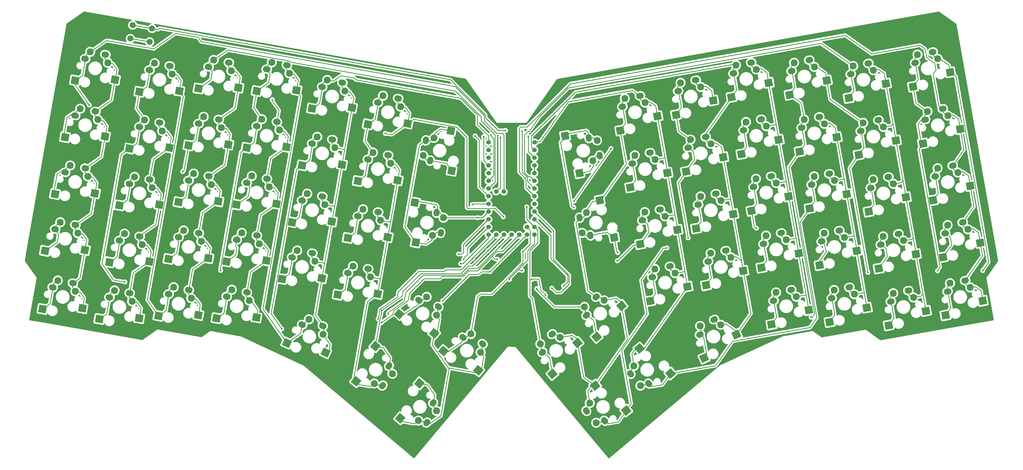
<source format=gbl>
G04 #@! TF.GenerationSoftware,KiCad,Pcbnew,8.0.3*
G04 #@! TF.CreationDate,2024-07-15T09:39:08-04:00*
G04 #@! TF.ProjectId,reJESK,72654a45-534b-42e6-9b69-6361645f7063,1.0*
G04 #@! TF.SameCoordinates,Original*
G04 #@! TF.FileFunction,Copper,L2,Bot*
G04 #@! TF.FilePolarity,Positive*
%FSLAX46Y46*%
G04 Gerber Fmt 4.6, Leading zero omitted, Abs format (unit mm)*
G04 Created by KiCad (PCBNEW 8.0.3) date 2024-07-15 09:39:08*
%MOMM*%
%LPD*%
G01*
G04 APERTURE LIST*
G04 Aperture macros list*
%AMHorizOval*
0 Thick line with rounded ends*
0 $1 width*
0 $2 $3 position (X,Y) of the first rounded end (center of the circle)*
0 $4 $5 position (X,Y) of the second rounded end (center of the circle)*
0 Add line between two ends*
20,1,$1,$2,$3,$4,$5,0*
0 Add two circle primitives to create the rounded ends*
1,1,$1,$2,$3*
1,1,$1,$4,$5*%
%AMRotRect*
0 Rectangle, with rotation*
0 The origin of the aperture is its center*
0 $1 length*
0 $2 width*
0 $3 Rotation angle, in degrees counterclockwise*
0 Add horizontal line*
21,1,$1,$2,0,0,$3*%
G04 Aperture macros list end*
G04 #@! TA.AperFunction,ComponentPad*
%ADD10HorizOval,2.000000X0.246202X-0.043412X-0.246202X0.043412X0*%
G04 #@! TD*
G04 #@! TA.AperFunction,ComponentPad*
%ADD11C,2.300000*%
G04 #@! TD*
G04 #@! TA.AperFunction,SMDPad,CuDef*
%ADD12RotRect,2.550000X2.500000X350.000000*%
G04 #@! TD*
G04 #@! TA.AperFunction,ComponentPad*
%ADD13HorizOval,2.000000X0.246202X0.043412X-0.246202X-0.043412X0*%
G04 #@! TD*
G04 #@! TA.AperFunction,SMDPad,CuDef*
%ADD14RotRect,2.550000X2.500000X10.000000*%
G04 #@! TD*
G04 #@! TA.AperFunction,ComponentPad*
%ADD15HorizOval,2.000000X0.226577X-0.105655X-0.226577X0.105655X0*%
G04 #@! TD*
G04 #@! TA.AperFunction,SMDPad,CuDef*
%ADD16RotRect,2.550000X2.500000X335.000000*%
G04 #@! TD*
G04 #@! TA.AperFunction,ComponentPad*
%ADD17HorizOval,2.000000X-0.043412X-0.246202X0.043412X0.246202X0*%
G04 #@! TD*
G04 #@! TA.AperFunction,SMDPad,CuDef*
%ADD18RotRect,2.550000X2.500000X260.000000*%
G04 #@! TD*
G04 #@! TA.AperFunction,ComponentPad*
%ADD19HorizOval,2.000000X0.191511X-0.160697X-0.191511X0.160697X0*%
G04 #@! TD*
G04 #@! TA.AperFunction,SMDPad,CuDef*
%ADD20RotRect,2.550000X2.500000X320.000000*%
G04 #@! TD*
G04 #@! TA.AperFunction,ComponentPad*
%ADD21HorizOval,2.000000X-0.160697X-0.191511X0.160697X0.191511X0*%
G04 #@! TD*
G04 #@! TA.AperFunction,SMDPad,CuDef*
%ADD22RotRect,2.550000X2.500000X230.000000*%
G04 #@! TD*
G04 #@! TA.AperFunction,ComponentPad*
%ADD23HorizOval,2.000000X0.043412X-0.246202X-0.043412X0.246202X0*%
G04 #@! TD*
G04 #@! TA.AperFunction,SMDPad,CuDef*
%ADD24RotRect,2.550000X2.500000X280.000000*%
G04 #@! TD*
G04 #@! TA.AperFunction,ComponentPad*
%ADD25HorizOval,2.000000X0.226577X0.105655X-0.226577X-0.105655X0*%
G04 #@! TD*
G04 #@! TA.AperFunction,SMDPad,CuDef*
%ADD26RotRect,2.550000X2.500000X25.000000*%
G04 #@! TD*
G04 #@! TA.AperFunction,ComponentPad*
%ADD27HorizOval,2.000000X-0.160697X0.191511X0.160697X-0.191511X0*%
G04 #@! TD*
G04 #@! TA.AperFunction,SMDPad,CuDef*
%ADD28RotRect,2.550000X2.500000X130.000000*%
G04 #@! TD*
G04 #@! TA.AperFunction,ComponentPad*
%ADD29HorizOval,2.000000X0.191511X0.160697X-0.191511X-0.160697X0*%
G04 #@! TD*
G04 #@! TA.AperFunction,SMDPad,CuDef*
%ADD30RotRect,2.550000X2.500000X40.000000*%
G04 #@! TD*
G04 #@! TA.AperFunction,ComponentPad*
%ADD31HorizOval,2.000000X-0.043412X0.246202X0.043412X-0.246202X0*%
G04 #@! TD*
G04 #@! TA.AperFunction,SMDPad,CuDef*
%ADD32RotRect,2.550000X2.500000X100.000000*%
G04 #@! TD*
G04 #@! TA.AperFunction,ComponentPad*
%ADD33C,1.524000*%
G04 #@! TD*
G04 #@! TA.AperFunction,ComponentPad*
%ADD34HorizOval,2.000000X0.043412X0.246202X-0.043412X-0.246202X0*%
G04 #@! TD*
G04 #@! TA.AperFunction,SMDPad,CuDef*
%ADD35RotRect,2.550000X2.500000X80.000000*%
G04 #@! TD*
G04 #@! TA.AperFunction,ComponentPad*
%ADD36C,2.000000*%
G04 #@! TD*
G04 #@! TA.AperFunction,ViaPad*
%ADD37C,0.600000*%
G04 #@! TD*
G04 #@! TA.AperFunction,Conductor*
%ADD38C,0.250000*%
G04 #@! TD*
G04 APERTURE END LIST*
D10*
X72587415Y-58124855D03*
D11*
X73397055Y-60846800D03*
D12*
X75736412Y-66422820D03*
X62564736Y-66679482D03*
D10*
X65892820Y-59523601D03*
D11*
X67584592Y-57242722D03*
D10*
X69279416Y-76885443D03*
D11*
X70089056Y-79607388D03*
D12*
X72428413Y-85183408D03*
X59256737Y-85440070D03*
D10*
X62584821Y-78284189D03*
D11*
X64276593Y-76003310D03*
D10*
X65971419Y-95646029D03*
D11*
X66781059Y-98367974D03*
D12*
X69120416Y-103943994D03*
X55948740Y-104200656D03*
D10*
X59276824Y-97044775D03*
D11*
X60968596Y-94763896D03*
D10*
X62663421Y-114406615D03*
D11*
X63473061Y-117128560D03*
D12*
X65812418Y-122704580D03*
X52640742Y-122961242D03*
D10*
X55968826Y-115805361D03*
D11*
X57660598Y-113524482D03*
D13*
X345981946Y-57274096D03*
D11*
X347673718Y-59554975D03*
D14*
X351779106Y-63994613D03*
X339489563Y-68740774D03*
D13*
X340169483Y-60878174D03*
D11*
X340979123Y-58156229D03*
D13*
X349289943Y-76034685D03*
D11*
X350981715Y-78315564D03*
D14*
X355087103Y-82755202D03*
X342797560Y-87501363D03*
D13*
X343477480Y-79638763D03*
D11*
X344287120Y-76916818D03*
D13*
X355905940Y-113555856D03*
D11*
X357597712Y-115836735D03*
D14*
X361703100Y-120276373D03*
X349413557Y-125022534D03*
D13*
X350093477Y-117159934D03*
D11*
X350903117Y-114437989D03*
D13*
X352597942Y-94795272D03*
D11*
X354289714Y-97076151D03*
D14*
X358395102Y-101515789D03*
X346105559Y-106261950D03*
D13*
X346785479Y-98399350D03*
D11*
X347595119Y-95677405D03*
D15*
X144438626Y-147723382D03*
D11*
X144516186Y-150562129D03*
D16*
X145332651Y-156553621D03*
X132543360Y-153392457D03*
D15*
X137610121Y-147341778D03*
D11*
X139834582Y-145576481D03*
D10*
X93849413Y-61873920D03*
D11*
X94659053Y-64595865D03*
D12*
X96998410Y-70171885D03*
X83826734Y-70428547D03*
D10*
X87154818Y-63272666D03*
D11*
X88846590Y-60991787D03*
D10*
X113381867Y-60804447D03*
D11*
X114191507Y-63526392D03*
D12*
X116530864Y-69102412D03*
X103359188Y-69359074D03*
D10*
X106687272Y-62203193D03*
D11*
X108379044Y-59922314D03*
D10*
X132583521Y-61611032D03*
D11*
X133393161Y-64332977D03*
D12*
X135732518Y-69908997D03*
X122560842Y-70165659D03*
D10*
X125888926Y-63009778D03*
D11*
X127580698Y-60728899D03*
D10*
X150903042Y-67420443D03*
D11*
X151712682Y-70142388D03*
D12*
X154052039Y-75718408D03*
X140880363Y-75975070D03*
D10*
X144208447Y-68819189D03*
D11*
X145900219Y-66538310D03*
D10*
X169332830Y-72604498D03*
D11*
X170142470Y-75326443D03*
D12*
X172481827Y-80902463D03*
X159310151Y-81159125D03*
D10*
X162638235Y-74003244D03*
D11*
X164330007Y-71722365D03*
D10*
X90541415Y-80634507D03*
D11*
X91351055Y-83356452D03*
D12*
X93690412Y-88932472D03*
X80518736Y-89189134D03*
D10*
X83846820Y-82033253D03*
D11*
X85538592Y-79752374D03*
D10*
X110073868Y-79565035D03*
D11*
X110883508Y-82286980D03*
D12*
X113222865Y-87863000D03*
X100051189Y-88119662D03*
D10*
X103379273Y-80963781D03*
D11*
X105071045Y-78682902D03*
D10*
X129275523Y-80371621D03*
D11*
X130085163Y-83093566D03*
D12*
X132424520Y-88669586D03*
X119252844Y-88926248D03*
D10*
X122580928Y-81770367D03*
D11*
X124272700Y-79489488D03*
D10*
X147595044Y-86181029D03*
D11*
X148404684Y-88902974D03*
D12*
X150744041Y-94478994D03*
X137572365Y-94735656D03*
D10*
X140900449Y-87579775D03*
D11*
X142592221Y-85298896D03*
D10*
X166024833Y-91365087D03*
D11*
X166834473Y-94087032D03*
D12*
X169173830Y-99663052D03*
X156002154Y-99919714D03*
D10*
X159330238Y-92763833D03*
D11*
X161022010Y-90482954D03*
D17*
X183427502Y-117001499D03*
D11*
X180705557Y-117811139D03*
D18*
X175129537Y-120150496D03*
X174872875Y-106978820D03*
D17*
X182028756Y-110306904D03*
D11*
X184309635Y-111998676D03*
D10*
X87233418Y-99395093D03*
D11*
X88043058Y-102117038D03*
D12*
X90382415Y-107693058D03*
X77210739Y-107949720D03*
D10*
X80538823Y-100793839D03*
D11*
X82230595Y-98512960D03*
D10*
X106765872Y-98325621D03*
D11*
X107575512Y-101047566D03*
D12*
X109914869Y-106623586D03*
X96743193Y-106880248D03*
D10*
X100071277Y-99724367D03*
D11*
X101763049Y-97443488D03*
D10*
X125967526Y-99132206D03*
D11*
X126777166Y-101854151D03*
D12*
X129116523Y-107430171D03*
X115944847Y-107686833D03*
D10*
X119272931Y-100530952D03*
D11*
X120964703Y-98250073D03*
D10*
X144287047Y-104941614D03*
D11*
X145096687Y-107663559D03*
D12*
X147436044Y-113239579D03*
X134264368Y-113496241D03*
D10*
X137592452Y-106340360D03*
D11*
X139284224Y-104059481D03*
D10*
X162716834Y-110125672D03*
D11*
X163526474Y-112847617D03*
D12*
X165865831Y-118423637D03*
X152694155Y-118680299D03*
D10*
X156022239Y-111524418D03*
D11*
X157714011Y-109243539D03*
D19*
X182646446Y-141412315D03*
D11*
X181986642Y-144174408D03*
D20*
X181224575Y-150173062D03*
X169689237Y-143809499D03*
D19*
X176149383Y-139276366D03*
D11*
X178754940Y-138146954D03*
D10*
X83925421Y-118155678D03*
D11*
X84735061Y-120877623D03*
D12*
X87074418Y-126453643D03*
X73902742Y-126710305D03*
D10*
X77230826Y-119554424D03*
D11*
X78922598Y-117273545D03*
D10*
X103457875Y-117086205D03*
D11*
X104267515Y-119808150D03*
D12*
X106606872Y-125384170D03*
X93435196Y-125640832D03*
D10*
X96763280Y-118484951D03*
D11*
X98455052Y-116204072D03*
D10*
X122659528Y-117892793D03*
D11*
X123469168Y-120614738D03*
D12*
X125808525Y-126190758D03*
X112636849Y-126447420D03*
D10*
X115964933Y-119291539D03*
D11*
X117656705Y-117010660D03*
D10*
X140979049Y-123702202D03*
D11*
X141788689Y-126424147D03*
D12*
X144128046Y-132000167D03*
X130956370Y-132256829D03*
D10*
X134284454Y-125100948D03*
D11*
X135976226Y-122820069D03*
D10*
X159408837Y-128886257D03*
D11*
X160218477Y-131608202D03*
D12*
X162557834Y-137184222D03*
X149386158Y-137440884D03*
D10*
X152714242Y-130285003D03*
D11*
X154406014Y-128004124D03*
D19*
X197251623Y-153659539D03*
D11*
X196591819Y-156421632D03*
D20*
X195829752Y-162420286D03*
X184294414Y-156056723D03*
D19*
X190754560Y-151523590D03*
D11*
X193360117Y-150394178D03*
D10*
X61856835Y-133608268D03*
D11*
X62666475Y-136330213D03*
D12*
X65005832Y-141906233D03*
X51834156Y-142162895D03*
D10*
X55162240Y-135007014D03*
D11*
X56854012Y-132726135D03*
D10*
X80617423Y-136916266D03*
D11*
X81427063Y-139638211D03*
D12*
X83766420Y-145214231D03*
X70594744Y-145470893D03*
D10*
X73922828Y-138315012D03*
D11*
X75614600Y-136034133D03*
D10*
X100149877Y-135846792D03*
D11*
X100959517Y-138568737D03*
D12*
X103298874Y-144144757D03*
X90127198Y-144401419D03*
D10*
X93455282Y-137245538D03*
D11*
X95147054Y-134964659D03*
D10*
X119351530Y-136653378D03*
D11*
X120161170Y-139375323D03*
D12*
X122500527Y-144951343D03*
X109328851Y-145208005D03*
D10*
X112656935Y-138052124D03*
D11*
X114348707Y-135771245D03*
D21*
X164173653Y-167423834D03*
D11*
X161411560Y-166764030D03*
D22*
X155412906Y-166001963D03*
X161776469Y-154466625D03*
D21*
X166309602Y-160926771D03*
D11*
X167439014Y-163532328D03*
D21*
X178778831Y-179671059D03*
D11*
X176016738Y-179011255D03*
D22*
X170018084Y-178249188D03*
X176381647Y-166713850D03*
D21*
X180914780Y-173173996D03*
D11*
X182044192Y-175779553D03*
D13*
X277590312Y-122851445D03*
D11*
X279282084Y-125132324D03*
D14*
X283387472Y-129571962D03*
X271097929Y-134318123D03*
D13*
X271777849Y-126455523D03*
D11*
X272587489Y-123733578D03*
D13*
X308495491Y-78714276D03*
D11*
X310187263Y-80995155D03*
D14*
X314292651Y-85434793D03*
X302003108Y-90180954D03*
D13*
X302683028Y-82318354D03*
D11*
X303492668Y-79596409D03*
D13*
X334643940Y-117304921D03*
D11*
X336335712Y-119585800D03*
D14*
X340441100Y-124025438D03*
X328151557Y-128771599D03*
D13*
X328831477Y-120908999D03*
D11*
X329641117Y-118187054D03*
D13*
X267666318Y-66569683D03*
D11*
X269358090Y-68850562D03*
D14*
X273463478Y-73290200D03*
X261173935Y-78036361D03*
D13*
X261853855Y-70173761D03*
D11*
X262663495Y-67451816D03*
D13*
X305187492Y-59953690D03*
D11*
X306879264Y-62234569D03*
D14*
X310984652Y-66674207D03*
X298695109Y-71420368D03*
D13*
X299375029Y-63557768D03*
D11*
X300184669Y-60835823D03*
D23*
X235954552Y-91505201D03*
D11*
X233673673Y-93196973D03*
D24*
X229234035Y-97302361D03*
X224487874Y-85012818D03*
D23*
X232350474Y-85692738D03*
D11*
X235072419Y-86502378D03*
D13*
X292601835Y-98281449D03*
D11*
X294293607Y-100562328D03*
D14*
X298398995Y-105001966D03*
X286109452Y-109748127D03*
D13*
X286789372Y-101885527D03*
D11*
X287599012Y-99163582D03*
D25*
X273731955Y-145607854D03*
D11*
X275956416Y-147373151D03*
D26*
X281070980Y-150598959D03*
X270428589Y-158364167D03*
D25*
X269050351Y-150593502D03*
D11*
X269127911Y-147754755D03*
D13*
X285985838Y-60760274D03*
D11*
X287677610Y-63041153D03*
D14*
X291782998Y-67480791D03*
X279493455Y-72226952D03*
D13*
X280173375Y-64364352D03*
D11*
X280983015Y-61642407D03*
D27*
X231522346Y-175810927D03*
D11*
X232651758Y-173205370D03*
D28*
X234443903Y-167430181D03*
X244698972Y-175700157D03*
D27*
X237549800Y-179042629D03*
D11*
X234787707Y-179702433D03*
D13*
X259160524Y-128035499D03*
D11*
X260852296Y-130316378D03*
D14*
X264957684Y-134756016D03*
X252668141Y-139502177D03*
D13*
X253348061Y-131639577D03*
D11*
X254157701Y-128917632D03*
D13*
X252544528Y-90514328D03*
D11*
X254236300Y-92795207D03*
D14*
X258341688Y-97234845D03*
X246052145Y-101981006D03*
D13*
X246732065Y-94118406D03*
D11*
X247541705Y-91396461D03*
D13*
X315111486Y-116235450D03*
D11*
X316803258Y-118516329D03*
D14*
X320908646Y-122955967D03*
X308619103Y-127702128D03*
D13*
X309299023Y-119839528D03*
D11*
X310108663Y-117117583D03*
D13*
X295909833Y-117042035D03*
D11*
X297601605Y-119322914D03*
D14*
X301706993Y-123762552D03*
X289417450Y-128508713D03*
D13*
X290097370Y-120646113D03*
D11*
X290907010Y-117924168D03*
D13*
X331335942Y-98544335D03*
D11*
X333027714Y-100825214D03*
D14*
X337133102Y-105264852D03*
X324843559Y-110011013D03*
D13*
X325523479Y-102148413D03*
D11*
X326333119Y-99426468D03*
D13*
X328027944Y-79783750D03*
D11*
X329719716Y-82064629D03*
D14*
X333825104Y-86504267D03*
X321535561Y-91250428D03*
D13*
X322215481Y-83387828D03*
D11*
X323025121Y-80665883D03*
D29*
X234811598Y-138178328D03*
D11*
X237417155Y-139307740D03*
D30*
X243192344Y-141099885D03*
X234922368Y-151354954D03*
D29*
X231579896Y-144205782D03*
D11*
X230920092Y-141443689D03*
D13*
X274282314Y-104090857D03*
D11*
X275974086Y-106371736D03*
D14*
X280079474Y-110811374D03*
X267789931Y-115557535D03*
D13*
X268469851Y-107694935D03*
D11*
X269279491Y-104972990D03*
D13*
X270974316Y-85330272D03*
D11*
X272666088Y-87611151D03*
D14*
X276771476Y-92050789D03*
X264481933Y-96796950D03*
D13*
X265161853Y-88934350D03*
D11*
X265971493Y-86212405D03*
D13*
X324719947Y-61023161D03*
D11*
X326411719Y-63304040D03*
D14*
X330517107Y-67743678D03*
X318227564Y-72489839D03*
D13*
X318907484Y-64627239D03*
D11*
X319717124Y-61905294D03*
D27*
X246127522Y-163563703D03*
D11*
X247256934Y-160958146D03*
D28*
X249049079Y-155182957D03*
X259304148Y-163452933D03*
D27*
X252154976Y-166795405D03*
D11*
X249392883Y-167455209D03*
D13*
X255852527Y-109274913D03*
D11*
X257544299Y-111555792D03*
D14*
X261649687Y-115995430D03*
X249360144Y-120741591D03*
D13*
X250040064Y-112878991D03*
D11*
X250849704Y-110157046D03*
D13*
X337951938Y-136065506D03*
D11*
X339643710Y-138346385D03*
D14*
X343749098Y-142786023D03*
X331459555Y-147532184D03*
D13*
X332139475Y-139669584D03*
D11*
X332949115Y-136947639D03*
D13*
X299217829Y-135802620D03*
D11*
X300909601Y-138083499D03*
D14*
X305014989Y-142523137D03*
X292725446Y-147269298D03*
D13*
X293405366Y-139406698D03*
D11*
X294215006Y-136684753D03*
D31*
X229256903Y-112030052D03*
D11*
X231537782Y-110338280D03*
D32*
X235977420Y-106232892D03*
X240723581Y-118522435D03*
D31*
X232860981Y-117842515D03*
D11*
X230139036Y-117032875D03*
D13*
X289293836Y-79520862D03*
D11*
X290985608Y-81801741D03*
D14*
X295090996Y-86241379D03*
X282801453Y-90987540D03*
D13*
X283481373Y-83124940D03*
D11*
X284291013Y-80402995D03*
D29*
X220206420Y-150425554D03*
D11*
X222811977Y-151554966D03*
D30*
X228587166Y-153347111D03*
X220317190Y-163602180D03*
D29*
X216974718Y-156453008D03*
D11*
X216314914Y-153690915D03*
D13*
X318419483Y-134996035D03*
D11*
X320111255Y-137276914D03*
D14*
X324216643Y-141716552D03*
X311927100Y-146462713D03*
D13*
X312607020Y-138600113D03*
D11*
X313416660Y-135878168D03*
D13*
X249236531Y-71753742D03*
D11*
X250928303Y-74034621D03*
D14*
X255033691Y-78474259D03*
X242744148Y-83220420D03*
D13*
X243424068Y-75357820D03*
D11*
X244233708Y-72635875D03*
D13*
X311803488Y-97474862D03*
D11*
X313495260Y-99755741D03*
D14*
X317600648Y-104195379D03*
X305311105Y-108941540D03*
D13*
X305991025Y-101078940D03*
D11*
X306800665Y-98356995D03*
D13*
X356712525Y-132757508D03*
D11*
X358404297Y-135038387D03*
D14*
X362509685Y-139478025D03*
X350220142Y-144224186D03*
D13*
X350900062Y-136361586D03*
D11*
X351709702Y-133639641D03*
D33*
X214406268Y-89689260D03*
X214406268Y-92229260D03*
X214406268Y-94769260D03*
X214406268Y-97309260D03*
X214406268Y-99849260D03*
X214406268Y-102389260D03*
X214406268Y-104929260D03*
X214406268Y-107469260D03*
X214406268Y-110009260D03*
X214406268Y-112549260D03*
X214406268Y-115089260D03*
X214406268Y-117629260D03*
X199186268Y-117629260D03*
X199186268Y-115089260D03*
X199186268Y-112549260D03*
X199186268Y-110009260D03*
X199186268Y-107469260D03*
X199186268Y-104929260D03*
X199186268Y-102389260D03*
X199186268Y-99849260D03*
X199186268Y-97309260D03*
X199186268Y-94769260D03*
X199186268Y-92229260D03*
X199186268Y-89689260D03*
X211874868Y-117629260D03*
X209334868Y-117629260D03*
X206794868Y-117629260D03*
X204254868Y-117629260D03*
X201714868Y-117629260D03*
X211874868Y-115089260D03*
X201714868Y-103405260D03*
X204254868Y-103405260D03*
X214414868Y-87149260D03*
X199174868Y-87149260D03*
D34*
X178494117Y-86471002D03*
D11*
X181216062Y-85661363D03*
D35*
X186792082Y-83322006D03*
X187048744Y-96493682D03*
D34*
X179892863Y-93165598D03*
D11*
X177611984Y-91473826D03*
D36*
X81596355Y-48409087D03*
X87997605Y-49537800D03*
X80814938Y-52840722D03*
X87216189Y-53969435D03*
D37*
X67237859Y-74805523D03*
X241750000Y-126250000D03*
X163787137Y-146662800D03*
X202091946Y-125685831D03*
X210341944Y-129435830D03*
X206091947Y-132435830D03*
X98145741Y-96756098D03*
X224001098Y-134526677D03*
X130868069Y-148727835D03*
X204091947Y-111685832D03*
X165094792Y-84190784D03*
X195591948Y-111998676D03*
X213466944Y-132435830D03*
X362526213Y-129447479D03*
X218008079Y-137667672D03*
X189299945Y-123998734D03*
X324554033Y-130050438D03*
X203091948Y-85500000D03*
X200000000Y-84625000D03*
X194750000Y-85000000D03*
X193841948Y-107685832D03*
X210341945Y-83435834D03*
X212341944Y-85185833D03*
X197591947Y-85250000D03*
X204841946Y-83185834D03*
X79019954Y-133239198D03*
X162729776Y-145460931D03*
X193875122Y-125469005D03*
X215091945Y-135435831D03*
X127714908Y-73030282D03*
X199020121Y-122864005D03*
X110662836Y-129425997D03*
X163943965Y-142546384D03*
X211841944Y-108435833D03*
X211341945Y-98935834D03*
X347566177Y-129546770D03*
X220122802Y-135263935D03*
X305816984Y-144901796D03*
X199669039Y-129835088D03*
X184091947Y-139435830D03*
X258140197Y-121960170D03*
X265178958Y-118688195D03*
X191009087Y-125823241D03*
X227498195Y-106546940D03*
X190010010Y-127170217D03*
X239665590Y-89170101D03*
X210591944Y-123185831D03*
X287713571Y-115476305D03*
X166015462Y-143755577D03*
X202790122Y-121634005D03*
X241920011Y-123550944D03*
X227353088Y-108603378D03*
D38*
X202435834Y-83185834D02*
X204841946Y-83185834D01*
X198200000Y-78950000D02*
X202435834Y-83185834D01*
X198200000Y-78043887D02*
X198200000Y-78950000D01*
X186656113Y-66479669D02*
X186656113Y-66500000D01*
X186656113Y-66500000D02*
X198200000Y-78043887D01*
X186577370Y-66400926D02*
X186656113Y-66479669D01*
X104643100Y-51921226D02*
X104669044Y-51958278D01*
X104669044Y-51958278D02*
X186577370Y-66400926D01*
X90529652Y-49432644D02*
X104643100Y-51921226D01*
X87997605Y-49537800D02*
X89900330Y-49873300D01*
X89900330Y-49873300D02*
X90529652Y-49432644D01*
X204254869Y-84591857D02*
X204254870Y-103405260D01*
X201874325Y-84124325D02*
X203787339Y-84124325D01*
X197750000Y-80000000D02*
X201874325Y-84124325D01*
X197750000Y-78230283D02*
X197750000Y-80000000D01*
X188206231Y-68686514D02*
X197750000Y-78230283D01*
X104190316Y-53872241D02*
X188206231Y-68686514D01*
X203787339Y-84124325D02*
X204254869Y-84591857D01*
X103176367Y-52424171D02*
X104190316Y-53872241D01*
X95815858Y-51126315D02*
X103176367Y-52424171D01*
X88538457Y-56222007D02*
X95815858Y-51126315D01*
X65892819Y-59523601D02*
X66113352Y-58272895D01*
X65937433Y-59587316D02*
X65892819Y-59523601D01*
X64985812Y-64984227D02*
X65937433Y-59587316D01*
X62564735Y-66679483D02*
X64985812Y-64984227D01*
X66113352Y-58272895D02*
X72964239Y-53475852D01*
X67237859Y-74805523D02*
X62360194Y-67839494D01*
X72964239Y-53475852D02*
X88538457Y-56222007D01*
X62360194Y-67839494D02*
X62564735Y-66679483D01*
X203091948Y-102028184D02*
X201714872Y-103405261D01*
X203091948Y-85500000D02*
X203091948Y-102028184D01*
X196750000Y-80000000D02*
X201341947Y-84591947D01*
X188294573Y-70225231D02*
X188312367Y-70250644D01*
X201341947Y-100233584D02*
X199186271Y-102389260D01*
X133709165Y-60600351D02*
X188294573Y-70225231D01*
X201341947Y-84591947D02*
X201341947Y-100233584D01*
X188312367Y-70250644D02*
X196750000Y-78688277D01*
X106907805Y-60952486D02*
X113030245Y-56665508D01*
X113030245Y-56665508D02*
X133478628Y-60271109D01*
X133478628Y-60271109D02*
X133709165Y-60600351D01*
X106687272Y-62203193D02*
X106907805Y-60952486D01*
X196750000Y-78688277D02*
X196750000Y-80000000D01*
X200891948Y-98143585D02*
X199186272Y-99849260D01*
X200891948Y-85891948D02*
X200891948Y-98143585D01*
X200000000Y-85000000D02*
X200891948Y-85891948D01*
X200000000Y-84625000D02*
X200000000Y-85000000D01*
X199174870Y-84924870D02*
X199174870Y-87149262D01*
X195500000Y-81250000D02*
X199174870Y-84924870D01*
X189978298Y-72552970D02*
X195500000Y-78074672D01*
X195500000Y-78074672D02*
X195500000Y-81250000D01*
X155245626Y-66428663D02*
X189978298Y-72552970D01*
X154840047Y-65849435D02*
X155245626Y-66428663D01*
X150408412Y-65068018D02*
X154840047Y-65849435D01*
X147824135Y-66877548D02*
X150408412Y-65068018D01*
X145900219Y-66538310D02*
X147824135Y-66877548D01*
X196091948Y-101834937D02*
X199186270Y-104929260D01*
X196091948Y-86341948D02*
X196091948Y-101834937D01*
X194750000Y-85000000D02*
X196091948Y-86341948D01*
X197591947Y-85250000D02*
X197591947Y-93174938D01*
X197591947Y-93174938D02*
X199186270Y-94769260D01*
X83766419Y-145214230D02*
X84363656Y-141827137D01*
X84363656Y-141827137D02*
X83028699Y-139920622D01*
X87233420Y-99395094D02*
X87012887Y-100645798D01*
X80396889Y-138166972D02*
X81427063Y-139638211D01*
X83925421Y-118155679D02*
X83969792Y-117904038D01*
X92952693Y-83638863D02*
X91351057Y-83356452D01*
X87074418Y-126453643D02*
X87671654Y-123066551D01*
X80617423Y-136916266D02*
X81812615Y-130137999D01*
X87012887Y-100645798D02*
X88043058Y-102117038D01*
X90320883Y-81885214D02*
X90541416Y-80634508D01*
X88043058Y-102117038D02*
X89644695Y-102399449D01*
X88428610Y-92616824D02*
X93690413Y-88932472D01*
X87233420Y-99395094D02*
X88428610Y-92616824D01*
X84735060Y-120877624D02*
X83704888Y-119406385D01*
X87671654Y-123066551D02*
X86336698Y-121160035D01*
X83028699Y-139920622D02*
X81427063Y-139638211D01*
X80617423Y-136916266D02*
X80396889Y-138166972D01*
X83704888Y-119406385D02*
X83925421Y-118155679D01*
X91351057Y-83356452D02*
X90320883Y-81885214D01*
X94287649Y-85545379D02*
X92952693Y-83638863D01*
X86336698Y-121160035D02*
X84735060Y-120877624D01*
X81812615Y-130137999D02*
X87074418Y-126453643D01*
X83969792Y-117904038D02*
X89231596Y-114219682D01*
X93690413Y-88932472D02*
X94287649Y-85545379D01*
X89231596Y-114219682D02*
X90382417Y-107693058D01*
X89644695Y-102399449D02*
X90979652Y-104305965D01*
X90979652Y-104305965D02*
X90382417Y-107693058D01*
X59839101Y-78911937D02*
X61107610Y-78023716D01*
X202091946Y-125685831D02*
X201341947Y-125685831D01*
X163787137Y-146662800D02*
X163614795Y-146632410D01*
X58802420Y-84791237D02*
X59839101Y-78911937D01*
X93238221Y-138476547D02*
X93309834Y-138578821D01*
X92586833Y-142679165D02*
X90127198Y-144401419D01*
X251702448Y-114043006D02*
X250040064Y-112878992D01*
X95147054Y-134964660D02*
X93675815Y-135994833D01*
X172633171Y-139337610D02*
X173110703Y-136629389D01*
X200358320Y-124702203D02*
X201874692Y-123185830D01*
X93675815Y-135994833D02*
X93455281Y-137245540D01*
X64276593Y-76003311D02*
X62805354Y-77033483D01*
X192660146Y-129504029D02*
X195556496Y-129504028D01*
X183091947Y-132185830D02*
X183841947Y-131435830D01*
X93849413Y-61873919D02*
X93628881Y-63124625D01*
X249819530Y-111628284D02*
X250849703Y-110157046D01*
X328610944Y-119658293D02*
X328831477Y-120909000D01*
X241750000Y-126250000D02*
X241953432Y-126250000D01*
X86458322Y-139161723D02*
X90127198Y-144401419D01*
X203778296Y-123185831D02*
X209334867Y-117629258D01*
X201874692Y-123185830D02*
X203778296Y-123185831D01*
X195556496Y-129504028D02*
X200358320Y-124702203D01*
X183841947Y-131435830D02*
X190728343Y-131435830D01*
X93628881Y-63124625D02*
X94659053Y-64595864D01*
X249360145Y-120741591D02*
X252174800Y-116721847D01*
X93309834Y-138578821D02*
X92586833Y-142679165D01*
X96998411Y-70171885D02*
X98296266Y-72025414D01*
X96260691Y-64878276D02*
X97595647Y-66784791D01*
X167566925Y-144016163D02*
X167794466Y-142725708D01*
X167794466Y-142725708D02*
X172633171Y-139337610D01*
X241953432Y-126250000D02*
X247055465Y-121147967D01*
X330966214Y-124751855D02*
X330493861Y-122073013D01*
X190728343Y-131435830D02*
X192660146Y-129504029D01*
X61107610Y-78023716D02*
X62584820Y-78284188D01*
X330493861Y-122073013D02*
X328831477Y-120909000D01*
X163787137Y-146662800D02*
X167566925Y-144016163D01*
X329641115Y-118187055D02*
X328610944Y-119658293D01*
X98296266Y-72025414D02*
X86458322Y-139161723D01*
X59256738Y-85440069D02*
X58802420Y-84791237D01*
X97595647Y-66784791D02*
X96998411Y-70171885D01*
X201341947Y-125685831D02*
X200358320Y-124702203D01*
X250040064Y-112878992D02*
X249819530Y-111628284D01*
X247055465Y-121147967D02*
X249360145Y-120741591D01*
X173110703Y-136629389D02*
X173398388Y-136629389D01*
X173398388Y-136629389D02*
X177841947Y-132185830D01*
X93455281Y-137245540D02*
X93238221Y-138476547D01*
X62805354Y-77033483D02*
X62584820Y-78284188D01*
X94659053Y-64595864D02*
X96260691Y-64878276D01*
X252174800Y-116721847D02*
X251702448Y-114043006D01*
X328151557Y-128771601D02*
X330966214Y-124751855D01*
X177841947Y-132185830D02*
X183091947Y-132185830D01*
X124629651Y-142090512D02*
X132543359Y-153392457D01*
X137106629Y-150197222D02*
X137610121Y-147341779D01*
X212146392Y-122881382D02*
X214406268Y-120621507D01*
X80759357Y-99543133D02*
X80538824Y-100793838D01*
X82230596Y-98512959D02*
X80759357Y-99543133D01*
X137651906Y-147104808D02*
X139834581Y-145576482D01*
X132362988Y-62861739D02*
X133393161Y-64332978D01*
X132543359Y-153392457D02*
X137106629Y-150197222D01*
X136329755Y-66521904D02*
X135732519Y-69908998D01*
X135732519Y-69908998D02*
X137030374Y-71762528D01*
X212146392Y-125990277D02*
X212146392Y-122881382D01*
X137030374Y-71762528D02*
X124629651Y-142090512D01*
X137610121Y-147341779D02*
X137651906Y-147104808D01*
X206091946Y-132044725D02*
X209146393Y-128990278D01*
X290161087Y-120690728D02*
X290097370Y-120646113D01*
X214406268Y-120621507D02*
X214406268Y-117629256D01*
X98145741Y-96756098D02*
X98582247Y-96450453D01*
X80538824Y-100793838D02*
X80706169Y-101032831D01*
X209591944Y-129435830D02*
X209146393Y-128990278D01*
X105071047Y-78682902D02*
X103599807Y-79713075D01*
X134994798Y-64615390D02*
X136329755Y-66521904D01*
X291112708Y-126087635D02*
X290161087Y-120690728D01*
X103423888Y-81027495D02*
X103379275Y-80963779D01*
X79807095Y-106131733D02*
X77210740Y-107949721D01*
X209146393Y-128990278D02*
X212146392Y-125990277D01*
X206091947Y-132435830D02*
X206091946Y-132044725D01*
X102472267Y-86424405D02*
X103423888Y-81027495D01*
X290907009Y-117924169D02*
X289876836Y-119395407D01*
X80706169Y-101032831D02*
X79807095Y-106131733D01*
X210341944Y-129435830D02*
X209591944Y-129435830D01*
X100051190Y-88119662D02*
X102472267Y-86424405D01*
X98582247Y-96450453D02*
X100051190Y-88119662D01*
X289417450Y-128508713D02*
X291112708Y-126087635D01*
X289876836Y-119395407D02*
X290097370Y-120646113D01*
X103599807Y-79713075D02*
X103379275Y-80963779D01*
X133393161Y-64332978D02*
X134994798Y-64615390D01*
X132583522Y-61611033D02*
X132362988Y-62861739D01*
X171744106Y-75608855D02*
X170142469Y-75326444D01*
X192000000Y-85411043D02*
X188606149Y-82017192D01*
X115944847Y-107686834D02*
X119773447Y-105006019D01*
X192250000Y-108922259D02*
X192000000Y-108672259D01*
X165094792Y-84190784D02*
X167244322Y-84569805D01*
X141120982Y-86329070D02*
X142592221Y-85298898D01*
X180914780Y-173173996D02*
X180774967Y-173966911D01*
X220591944Y-126435830D02*
X220705548Y-126435830D01*
X253127528Y-130388870D02*
X253348061Y-131639578D01*
X252668142Y-139502177D02*
X254363398Y-137081101D01*
X139993442Y-93040400D02*
X140945062Y-87643491D01*
X254363398Y-137081101D02*
X253411777Y-131684192D01*
X225341945Y-131072226D02*
X225341944Y-133185831D01*
X180774967Y-173966911D02*
X182044192Y-175779553D01*
X192000000Y-108672259D02*
X192000000Y-85411043D01*
X120964703Y-98250074D02*
X119493465Y-99280247D01*
X172481827Y-80902464D02*
X173079062Y-77515371D01*
X188606149Y-82017192D02*
X174453711Y-79521735D01*
X140900448Y-87579775D02*
X141120982Y-86329070D01*
X214406268Y-112549259D02*
X219750000Y-117892991D01*
X253411777Y-131684192D02*
X253348061Y-131639578D01*
X179030982Y-167180999D02*
X181379980Y-170535716D01*
X254157699Y-128917632D02*
X253127528Y-130388870D01*
X219750000Y-117892991D02*
X219750000Y-125593886D01*
X120303104Y-102002191D02*
X119272931Y-100530952D01*
X219750000Y-125593886D02*
X220591944Y-126435830D01*
X173079062Y-77515371D02*
X171744106Y-75608855D01*
X140945062Y-87643491D02*
X140900448Y-87579775D01*
X127320705Y-143661674D02*
X130868069Y-148727835D01*
X119493465Y-99280247D02*
X119272931Y-100530952D01*
X167244322Y-84569805D02*
X172481827Y-80902464D01*
X220705548Y-126435830D02*
X225341945Y-131072226D01*
X204091947Y-111685832D02*
X201328375Y-108922259D01*
X137572365Y-94735655D02*
X139993442Y-93040400D01*
X119773447Y-105006019D02*
X120303104Y-102002191D01*
X201328375Y-108922259D02*
X192250000Y-108922259D01*
X225341944Y-133185831D02*
X224001098Y-134526677D01*
X169332830Y-72604498D02*
X169112297Y-73855204D01*
X176381646Y-166713849D02*
X179030982Y-167180999D01*
X174453711Y-79521735D02*
X172481827Y-80902464D01*
X181379980Y-170535716D02*
X180914780Y-173173996D01*
X169112297Y-73855204D02*
X170142469Y-75326444D01*
X135718836Y-96033512D02*
X127320705Y-143661674D01*
X137572365Y-94735655D02*
X135718836Y-96033512D01*
X333154811Y-145111107D02*
X332203191Y-139714198D01*
X217921255Y-137175268D02*
X218008079Y-137667672D01*
X77230826Y-119554424D02*
X77225979Y-119581909D01*
X174872875Y-106978821D02*
X175521707Y-106524504D01*
X181959486Y-107659659D02*
X182387703Y-108271218D01*
X346202479Y-58524802D02*
X347673719Y-59554975D01*
X175521707Y-106524504D02*
X181959486Y-107659659D01*
X77451360Y-118303719D02*
X77230826Y-119554424D01*
X156022239Y-111524416D02*
X156066853Y-111588133D01*
X184309636Y-111998677D02*
X183279462Y-110527437D01*
X348268377Y-59450121D02*
X351359427Y-61614497D01*
X184309635Y-111998676D02*
X197196852Y-111998676D01*
X351359427Y-61614497D02*
X351779105Y-63994612D01*
X76323818Y-125015049D02*
X73902742Y-126710306D01*
X77270593Y-119645624D02*
X76323818Y-125015049D01*
X347673719Y-59554975D02*
X348268377Y-59450121D01*
X364458342Y-126688112D02*
X362526213Y-129447479D01*
X215778591Y-132222087D02*
X216473185Y-136161319D01*
X183279462Y-110527437D02*
X182028756Y-110306905D01*
X156066853Y-111588133D02*
X155115232Y-116985043D01*
X155115232Y-116985043D02*
X152694155Y-118680300D01*
X332949113Y-136947638D02*
X331918941Y-138418877D01*
X156242772Y-110273712D02*
X156022239Y-111524416D01*
X331459556Y-147532183D02*
X333154811Y-145111107D01*
X213680687Y-132222087D02*
X215778591Y-132222087D01*
X353632633Y-65292467D02*
X364458342Y-126688112D01*
X77225979Y-119581909D02*
X77270593Y-119645624D01*
X332203191Y-139714198D02*
X332139475Y-139669584D01*
X216473185Y-136161319D02*
X217921255Y-137175268D01*
X78922598Y-117273546D02*
X77451360Y-118303719D01*
X182387703Y-108271218D02*
X182028756Y-110306905D01*
X213466944Y-132435830D02*
X213680687Y-132222087D01*
X351779105Y-63994612D02*
X353632633Y-65292467D01*
X345981946Y-57274096D02*
X346202479Y-58524802D01*
X197196852Y-111998676D02*
X199186271Y-110009258D01*
X157714011Y-109243539D02*
X156242772Y-110273712D01*
X331918941Y-138418877D02*
X332139475Y-139669584D01*
X189299945Y-123998734D02*
X190038551Y-124128969D01*
X312103294Y-73018337D02*
X323025121Y-80665883D01*
X321994948Y-82137121D02*
X322215482Y-83387827D01*
X346849195Y-98443964D02*
X347800816Y-103840874D01*
X323230819Y-88829350D02*
X321535563Y-91250428D01*
X292725448Y-147269299D02*
X294420704Y-144848221D01*
X294215005Y-136684754D02*
X293184834Y-138155992D01*
X346564945Y-97148643D02*
X346785479Y-98399349D01*
X190907392Y-120828135D02*
X190907393Y-123520601D01*
X116185467Y-118040831D02*
X115964934Y-119291537D01*
X305187493Y-59953690D02*
X305408026Y-61204395D01*
X293184834Y-138155992D02*
X293405367Y-139406697D01*
X305408026Y-61204395D02*
X306879265Y-62234567D01*
X347800816Y-103840874D02*
X346105560Y-106261950D01*
X323025121Y-80665883D02*
X321994948Y-82137121D01*
X294420704Y-144848221D02*
X293469083Y-139451313D01*
X307473924Y-62129714D02*
X310564974Y-64294090D01*
X321535563Y-91250428D02*
X318481596Y-95611944D01*
X322279197Y-83432442D02*
X323230819Y-88829350D01*
X346785479Y-98399349D02*
X346849195Y-98443964D01*
X310564974Y-64294090D02*
X310984652Y-66674205D01*
X347595118Y-95677405D02*
X346564945Y-97148643D01*
X322215482Y-83387827D02*
X322279197Y-83432442D01*
X116000043Y-121916707D02*
X115562356Y-124398957D01*
X117656706Y-117010659D02*
X116185467Y-118040831D01*
X293469083Y-139451313D02*
X293405367Y-139406697D01*
X199186270Y-112549258D02*
X190907392Y-120828135D01*
X115964934Y-119291537D02*
X115602225Y-121348561D01*
X318481596Y-95611944D02*
X324554033Y-130050438D01*
X115602225Y-121348561D02*
X116000043Y-121916707D01*
X190038551Y-124128969D02*
X190907393Y-123520601D01*
X310984652Y-66674205D02*
X312103294Y-73018337D01*
X306879265Y-62234567D02*
X307473924Y-62129714D01*
X115562356Y-124398957D02*
X112636850Y-126447419D01*
X69120416Y-103943995D02*
X67925225Y-110722261D01*
X66781058Y-98367973D02*
X68382696Y-98650385D01*
X62442888Y-115657322D02*
X63473061Y-117128561D01*
X72428414Y-85183408D02*
X71233222Y-91961675D01*
X74998691Y-61129212D02*
X76333647Y-63035727D01*
X64268111Y-136612626D02*
X65603068Y-138519141D01*
X67925225Y-110722261D02*
X62663421Y-114406616D01*
X61636302Y-134858974D02*
X62666475Y-136330213D01*
X70089056Y-79607387D02*
X71690693Y-79889800D01*
X73025650Y-81796314D02*
X72428414Y-85183408D01*
X65074698Y-117410973D02*
X66409654Y-119317488D01*
X65603068Y-138519141D02*
X65005832Y-141906234D01*
X61856835Y-133608269D02*
X61636302Y-134858974D01*
X71233222Y-91961675D02*
X65971419Y-95646029D01*
X75736411Y-66422821D02*
X74541220Y-73201088D01*
X73397054Y-60846800D02*
X74998691Y-61129212D01*
X65812418Y-122704580D02*
X64176159Y-131984260D01*
X66409654Y-119317488D02*
X65812418Y-122704580D01*
X68382696Y-98650385D02*
X69717651Y-100556899D01*
X62663421Y-114406616D02*
X62442888Y-115657322D01*
X74541220Y-73201088D02*
X69279417Y-76885444D01*
X76333647Y-63035727D02*
X75736411Y-66422821D01*
X65971419Y-95646029D02*
X65750886Y-96896734D01*
X71690693Y-79889800D02*
X73025650Y-81796314D01*
X69717651Y-100556899D02*
X69120416Y-103943995D01*
X62666475Y-136330213D02*
X64268111Y-136612626D01*
X65750886Y-96896734D02*
X66781058Y-98367973D01*
X63473061Y-117128561D02*
X65074698Y-117410973D01*
X72587414Y-58124856D02*
X72366881Y-59375561D01*
X64176159Y-131984260D02*
X61856835Y-133608269D01*
X69279417Y-76885444D02*
X69058883Y-78136149D01*
X69058883Y-78136149D02*
X70089056Y-79607387D01*
X72366881Y-59375561D02*
X73397054Y-60846800D01*
X103457875Y-117086206D02*
X104653066Y-110307939D01*
X109853337Y-80815741D02*
X110073870Y-79565034D01*
X100149877Y-135846793D02*
X101345069Y-129068526D01*
X114191506Y-63526391D02*
X115793144Y-63808803D01*
X107575512Y-101047565D02*
X109177150Y-101329977D01*
X107204108Y-121997078D02*
X105869151Y-120090563D01*
X103457875Y-117086206D02*
X103237342Y-118336912D01*
X103896110Y-140757663D02*
X103298873Y-144144757D01*
X106606872Y-125384171D02*
X107204108Y-121997078D01*
X117128100Y-65715319D02*
X116530864Y-69102413D01*
X110512105Y-103236491D02*
X109914870Y-106623586D01*
X116530864Y-69102413D02*
X115335673Y-75880680D01*
X112485146Y-82569392D02*
X110883509Y-82286980D01*
X106545339Y-99576326D02*
X106765873Y-98325620D01*
X101345069Y-129068526D02*
X106606872Y-125384171D01*
X100959517Y-138568737D02*
X102561153Y-138851150D01*
X109177150Y-101329977D02*
X110512105Y-103236491D01*
X115335673Y-75880680D02*
X110073870Y-79565034D01*
X100149877Y-135846793D02*
X99929344Y-137097498D01*
X113820103Y-84475907D02*
X112485146Y-82569392D01*
X115793144Y-63808803D02*
X117128100Y-65715319D01*
X105869151Y-120090563D02*
X104267514Y-119808151D01*
X99929344Y-137097498D02*
X100959517Y-138568737D01*
X102561153Y-138851150D02*
X103896110Y-140757663D01*
X113161335Y-62055152D02*
X113381868Y-60804447D01*
X113222867Y-87862999D02*
X112027676Y-94641266D01*
X112027676Y-94641266D02*
X106765873Y-98325620D01*
X110883509Y-82286980D02*
X109853337Y-80815741D01*
X114191506Y-63526391D02*
X113161335Y-62055152D01*
X103237342Y-118336912D02*
X104267514Y-119808151D01*
X107575512Y-101047565D02*
X106545339Y-99576326D01*
X104653066Y-110307939D02*
X109914870Y-106623586D01*
X113222867Y-87862999D02*
X113820103Y-84475907D01*
X144066514Y-106192321D02*
X145096686Y-107663560D01*
X154052039Y-75718409D02*
X151633796Y-89432947D01*
X140979049Y-123702202D02*
X140758516Y-124952909D01*
X146514995Y-155725734D02*
X146840234Y-153881212D01*
X140758516Y-124952909D02*
X141788689Y-126424148D01*
X148334481Y-108144292D02*
X145035165Y-126855639D01*
X153314319Y-70424799D02*
X154649275Y-72331315D01*
X151633796Y-89432947D02*
X148334481Y-108144292D01*
X151712682Y-70142388D02*
X153314319Y-70424799D01*
X144900439Y-148382920D02*
X144438626Y-147723382D01*
X145096686Y-107663560D02*
X148231600Y-108216331D01*
X146840234Y-153881212D02*
X144516187Y-150562128D01*
X148231600Y-108216331D02*
X148334481Y-108144292D01*
X145035165Y-126855639D02*
X144128045Y-132000167D01*
X154649275Y-72331315D02*
X154052039Y-75718409D01*
X145332650Y-156553621D02*
X146514995Y-155725734D01*
X148404683Y-88902974D02*
X151588837Y-89464427D01*
X141788689Y-126424148D02*
X144874362Y-126968234D01*
X150682509Y-68671149D02*
X151712682Y-70142388D01*
X144128045Y-132000167D02*
X141975808Y-144206114D01*
X147595044Y-86181029D02*
X147374511Y-87431736D01*
X147374511Y-87431736D02*
X148404683Y-88902974D01*
X144287048Y-104941616D02*
X144066514Y-106192321D01*
X150903042Y-67420444D02*
X150682509Y-68671149D01*
X144516187Y-150562128D02*
X144900439Y-148382920D01*
X144874362Y-126968234D02*
X145035165Y-126855639D01*
X151588837Y-89464427D02*
X151633796Y-89432947D01*
X141975808Y-144206114D02*
X144438626Y-147723382D01*
X182176796Y-116780966D02*
X180705556Y-117811139D01*
X175129537Y-120150497D02*
X178516631Y-120747732D01*
X178494117Y-86471003D02*
X179744823Y-86691536D01*
X194769690Y-163162549D02*
X186214297Y-161654002D01*
X183427502Y-117001500D02*
X182176796Y-116780966D01*
X170018084Y-178249189D02*
X170760347Y-179309249D01*
X171548268Y-115035913D02*
X175129537Y-120150497D01*
X178516631Y-120747732D02*
X180423146Y-119412776D01*
X179744823Y-86691536D02*
X181216062Y-85661363D01*
X182646447Y-141412315D02*
X182183751Y-144036392D01*
X182183751Y-144036392D02*
X181986642Y-144174409D01*
X176016736Y-179011254D02*
X178640813Y-179473951D01*
X195829751Y-162420285D02*
X194769690Y-163162549D01*
X197251622Y-153659539D02*
X196788927Y-156283615D01*
X180423146Y-119412776D02*
X180705556Y-117811139D01*
X194058521Y-107469258D02*
X199186270Y-107469261D01*
X181224575Y-150173061D02*
X182284636Y-149430799D01*
X196788927Y-156283615D02*
X196591818Y-156421631D01*
X182965087Y-145571774D02*
X181986642Y-144174409D01*
X178494117Y-86471003D02*
X176316125Y-87996050D01*
X186792083Y-83322007D02*
X183404988Y-82724769D01*
X196889812Y-161678023D02*
X197570264Y-157818997D01*
X186214297Y-161654002D02*
X183441896Y-177377065D01*
X193841948Y-107685832D02*
X194058521Y-107469258D01*
X186214297Y-161654002D02*
X185901475Y-161598842D01*
X178640813Y-179473951D02*
X178778831Y-179671060D01*
X183404988Y-82724769D02*
X181498474Y-84059727D01*
X182284636Y-149430799D02*
X182965087Y-145571774D01*
X181498474Y-84059727D02*
X181216062Y-85661363D01*
X195829751Y-162420285D02*
X196889812Y-161678023D01*
X180556003Y-153964718D02*
X181224575Y-150173061D01*
X170760347Y-179309249D02*
X174619373Y-179989700D01*
X174619373Y-179989700D02*
X176016736Y-179011254D01*
X179886740Y-179866413D02*
X178778831Y-179671060D01*
X185901475Y-161598842D02*
X180556003Y-153964718D01*
X197570264Y-157818997D02*
X196591818Y-156421631D01*
X176316125Y-87996050D02*
X171548268Y-115035913D01*
X183441896Y-177377065D02*
X179886740Y-179866413D01*
X338172470Y-137316212D02*
X339643709Y-138346384D01*
X331335942Y-98544336D02*
X331556476Y-99795041D01*
X334864474Y-118555629D02*
X336335712Y-119585801D01*
X210341944Y-97051949D02*
X212041944Y-98751949D01*
X336130233Y-99577299D02*
X339472958Y-118534847D01*
X333027714Y-100825214D02*
X335570361Y-100376877D01*
X342087879Y-137915411D02*
X342728863Y-136999992D01*
X334643939Y-117304922D02*
X334864474Y-118555629D01*
X330517105Y-67743677D02*
X332830917Y-80865952D01*
X329919869Y-64356585D02*
X330517105Y-67743677D01*
X212041944Y-100024936D02*
X214406267Y-102389259D01*
X335570361Y-100376877D02*
X336130233Y-99577299D01*
X328248478Y-81034456D02*
X329719717Y-82064629D01*
X336335712Y-119585801D02*
X339075321Y-119102733D01*
X328013357Y-63021628D02*
X329919869Y-64356585D01*
X210341945Y-83435834D02*
X210341944Y-97051949D01*
X342728863Y-136999992D02*
X343749096Y-142786021D01*
X339075321Y-119102733D02*
X339472958Y-118534847D01*
X324940480Y-62273867D02*
X326411719Y-63304040D01*
X339472958Y-118534847D02*
X342728863Y-136999992D01*
X326411719Y-63304040D02*
X328013357Y-63021628D01*
X332311604Y-81607609D02*
X332830917Y-80865952D01*
X332830917Y-80865952D02*
X336130233Y-99577299D01*
X337951937Y-136065505D02*
X338172470Y-137316212D01*
X212041944Y-98751949D02*
X212041944Y-100024936D01*
X328027945Y-79783749D02*
X328248478Y-81034456D01*
X331556476Y-99795041D02*
X333027714Y-100825214D01*
X329719717Y-82064629D02*
X332311604Y-81607609D01*
X324719946Y-61023163D02*
X324940480Y-62273867D01*
X339643709Y-138346384D02*
X342087879Y-137915411D01*
X299217829Y-135802620D02*
X299438363Y-137053327D01*
X296130366Y-118292742D02*
X297601605Y-119322913D01*
X295909833Y-117042035D02*
X296130366Y-118292742D01*
X297313884Y-100029771D02*
X297480342Y-99792045D01*
X289279248Y-62758741D02*
X291185761Y-64093697D01*
X212341944Y-85185833D02*
X212341945Y-90164937D01*
X304122385Y-137460939D02*
X305014988Y-142523135D01*
X300909602Y-138083498D02*
X304077603Y-137524894D01*
X304077603Y-137524894D02*
X304122385Y-137460939D01*
X289514369Y-80771569D02*
X290985609Y-81801742D01*
X291185761Y-64093697D02*
X291782996Y-67480791D01*
X289293837Y-79520864D02*
X289514369Y-80771569D01*
X287677609Y-63041153D02*
X289279248Y-62758741D01*
X285985838Y-60760274D02*
X286206371Y-62010980D01*
X300818843Y-118755627D02*
X300823071Y-118749593D01*
X291782996Y-67480791D02*
X294181027Y-81080697D01*
X297480342Y-99792045D02*
X300823071Y-118749593D01*
X294293607Y-100562329D02*
X297313884Y-100029771D01*
X292822368Y-99532156D02*
X294293607Y-100562329D01*
X294181027Y-81080697D02*
X297480342Y-99792045D01*
X292601835Y-98281449D02*
X292822368Y-99532156D01*
X305014988Y-142523135D02*
X305014989Y-142523135D01*
X212341945Y-90164937D02*
X214406268Y-92229260D01*
X290985609Y-81801742D02*
X294055127Y-81260502D01*
X299438363Y-137053327D02*
X300909602Y-138083498D01*
X297601605Y-119322913D02*
X300818843Y-118755627D01*
X286206371Y-62010980D02*
X287677609Y-63041153D01*
X294055127Y-81260502D02*
X294181027Y-81080697D01*
X300823071Y-118749593D02*
X304122385Y-137460939D01*
X264083314Y-129797221D02*
X264957683Y-134756015D01*
X252765061Y-91765034D02*
X254236301Y-92795208D01*
X255033690Y-78474256D02*
X254436454Y-75087164D01*
X216277210Y-86820878D02*
X214414866Y-87149260D01*
X246696693Y-69975327D02*
X225449270Y-73721822D01*
X249236530Y-71753741D02*
X249457064Y-73004448D01*
X255033690Y-78474256D02*
X257441271Y-92128327D01*
X249457064Y-73004448D02*
X250928303Y-74034619D01*
X246127522Y-163563701D02*
X245987709Y-162770787D01*
X249049079Y-155182956D02*
X250880729Y-154859986D01*
X257441271Y-92128327D02*
X260740587Y-110839673D01*
X260618741Y-111013684D02*
X260740587Y-110839673D01*
X254236301Y-92795208D02*
X257359983Y-92244417D01*
X247627631Y-155433595D02*
X246553336Y-156967846D01*
X257359983Y-92244417D02*
X257441271Y-92128327D01*
X264025634Y-129756834D02*
X264083314Y-129797221D01*
X249049079Y-155182956D02*
X247627631Y-155433595D01*
X255852527Y-109274914D02*
X256073060Y-110525619D01*
X260740587Y-110839673D02*
X264083314Y-129797221D01*
X257544299Y-111555792D02*
X260618741Y-111013684D01*
X260852296Y-130316378D02*
X264025634Y-129756834D01*
X252529940Y-73752208D02*
X250928303Y-74034619D01*
X245987709Y-162770787D02*
X247256934Y-160958147D01*
X252544528Y-90514329D02*
X252765061Y-91765034D01*
X259160524Y-128035499D02*
X259381057Y-129286205D01*
X246553336Y-156967846D02*
X247256934Y-160958147D01*
X249236530Y-71753741D02*
X246696693Y-69975327D01*
X259381057Y-129286205D02*
X260852296Y-130316378D01*
X225449270Y-73721822D02*
X216277210Y-86820878D01*
X250880729Y-154859986D02*
X264957683Y-134756015D01*
X256073060Y-110525619D02*
X257544299Y-111555792D01*
X254436454Y-75087164D02*
X252529940Y-73752208D01*
X214406267Y-94769260D02*
X214406267Y-97309260D01*
X87216189Y-53969435D02*
X80814938Y-52840721D01*
X81596355Y-48409087D02*
X87997605Y-49537800D01*
X308619103Y-127702127D02*
X308421973Y-126584143D01*
X84067354Y-80782548D02*
X83846821Y-82033252D01*
X83846821Y-82033252D02*
X83891434Y-82096968D01*
X79019954Y-133239198D02*
X75270702Y-132578104D01*
X83826735Y-70428546D02*
X82857777Y-75923773D01*
X87375352Y-62021959D02*
X87154818Y-63272666D01*
X112701550Y-138115839D02*
X111749929Y-143512749D01*
X190341947Y-129002180D02*
X190341947Y-129185831D01*
X185091947Y-129185831D02*
X184591948Y-129685831D01*
X215091945Y-135635421D02*
X215091945Y-135435831D01*
X82939814Y-87493876D02*
X80518737Y-89189134D01*
X176115632Y-129685830D02*
X184591948Y-129685831D01*
X75270702Y-132578104D02*
X71464003Y-127141576D01*
X87154818Y-63272666D02*
X87199432Y-63336381D01*
X309078489Y-118588821D02*
X309299023Y-119839527D01*
X233955022Y-145868863D02*
X231579896Y-144205783D01*
X71464003Y-127141576D02*
X77823243Y-91076539D01*
X86247811Y-68733291D02*
X83826735Y-70428546D01*
X234922367Y-151354954D02*
X233955022Y-145868863D01*
X193875122Y-125469005D02*
X190341947Y-129002180D01*
X163298534Y-142235335D02*
X169020886Y-138228501D01*
X112877468Y-136801419D02*
X112656936Y-138052124D01*
X169020886Y-138228501D02*
X169330851Y-136470612D01*
X308421973Y-126584143D02*
X310883891Y-123068157D01*
X111749929Y-143512749D02*
X109328851Y-145208006D01*
X88846591Y-60991786D02*
X87375352Y-62021959D01*
X114348707Y-135771245D02*
X112877468Y-136801419D01*
X87199432Y-63336381D02*
X86247811Y-68733291D01*
X310883891Y-123068157D02*
X310594278Y-122865367D01*
X169330851Y-136470612D02*
X176115632Y-129685830D01*
X190341947Y-129185831D02*
X185091947Y-129185831D01*
X162729776Y-145460931D02*
X163298534Y-142235335D01*
X230920094Y-141443690D02*
X220900212Y-141443689D01*
X310594278Y-122865367D02*
X310168033Y-120448014D01*
X310108662Y-117117583D02*
X309078489Y-118588821D01*
X220900212Y-141443689D02*
X215091945Y-135635421D01*
X310168033Y-120448014D02*
X309299023Y-119839527D01*
X85538594Y-79752375D02*
X84067354Y-80782548D01*
X77823243Y-91076539D02*
X80518737Y-89189134D01*
X112656936Y-138052124D02*
X112701550Y-138115839D01*
X82857777Y-75923773D02*
X85538594Y-79752375D01*
X231382789Y-144067767D02*
X231579896Y-144205783D01*
X201714869Y-117629258D02*
X193875122Y-125469005D01*
X83891434Y-82096968D02*
X82939814Y-87493876D01*
X230920093Y-141443689D02*
X231382789Y-144067767D01*
X129952247Y-76533733D02*
X129275524Y-80371620D01*
X127671497Y-73276485D02*
X129952247Y-76533733D01*
X123469169Y-120614736D02*
X122438996Y-119143497D01*
X119351530Y-136653378D02*
X120546723Y-129875110D01*
X122659529Y-117892792D02*
X123854720Y-111114525D01*
X127714908Y-73030282D02*
X127671497Y-73276485D01*
X128378803Y-102136563D02*
X126777166Y-101854152D01*
X119130998Y-137904084D02*
X120161171Y-139375323D01*
X122438996Y-119143497D02*
X122659529Y-117892792D01*
X129275524Y-80371620D02*
X129054991Y-81622326D01*
X129116523Y-107430171D02*
X129713759Y-104043078D01*
X132424522Y-88669587D02*
X133021757Y-85282492D01*
X119351530Y-136653378D02*
X119130998Y-137904084D01*
X103359188Y-69359073D02*
X107378934Y-66544418D01*
X129713759Y-104043078D02*
X128378803Y-102136563D01*
X125808526Y-126190757D02*
X126405762Y-122803663D01*
X122500528Y-144951345D02*
X122920207Y-142571229D01*
X125967526Y-99132207D02*
X125746994Y-100382913D01*
X107851286Y-63865577D02*
X106687272Y-62203193D01*
X122920207Y-142571229D02*
X120755829Y-139480178D01*
X107378934Y-66544418D02*
X107851286Y-63865577D01*
X127162718Y-92353941D02*
X132424522Y-88669587D01*
X125967526Y-99132207D02*
X127162718Y-92353941D01*
X129054991Y-81622326D02*
X130085164Y-83093565D01*
X120546723Y-129875110D02*
X125808526Y-126190757D01*
X120755829Y-139480178D02*
X120161171Y-139375323D01*
X123854720Y-111114525D02*
X129116523Y-107430171D01*
X131686801Y-83375978D02*
X130085164Y-83093565D01*
X125746994Y-100382913D02*
X126777166Y-101854152D01*
X126405762Y-122803663D02*
X125070806Y-120897148D01*
X125070806Y-120897148D02*
X123469169Y-120614736D01*
X133021757Y-85282492D02*
X131686801Y-83375978D01*
X126975453Y-64561501D02*
X125888926Y-63009778D01*
X271841565Y-126500137D02*
X271777849Y-126455522D01*
X124272701Y-79489487D02*
X122801462Y-80519660D01*
X192591947Y-127935831D02*
X193948296Y-127935830D01*
X122560842Y-70165659D02*
X121591885Y-75660888D01*
X122801462Y-80519660D02*
X122580928Y-81770367D01*
X193948296Y-127935830D02*
X199020121Y-122864005D01*
X163943965Y-142546384D02*
X163582584Y-144595877D01*
X170894886Y-136238681D02*
X170979708Y-136153858D01*
X121673921Y-87230992D02*
X122625542Y-81834082D01*
X171123919Y-136153858D02*
X176841948Y-130435831D01*
X60968596Y-94763896D02*
X59497357Y-95794068D01*
X166309603Y-160926770D02*
X166169790Y-161719687D01*
X110522342Y-129225351D02*
X110662836Y-129425997D01*
X163582584Y-144595877D02*
X163507705Y-144648309D01*
X199020121Y-122864005D02*
X204254870Y-117629257D01*
X272587488Y-123733577D02*
X271557315Y-125204816D01*
X272793185Y-131897047D02*
X271841565Y-126500137D01*
X161776471Y-154466626D02*
X164425804Y-154933775D01*
X190091948Y-130435830D02*
X192591947Y-127935831D01*
X166169790Y-161719687D02*
X167439016Y-163532328D01*
X271557315Y-125204816D02*
X271777849Y-126455522D01*
X170605086Y-137882218D02*
X170894886Y-136238681D01*
X163943965Y-142546384D02*
X170605086Y-137882218D01*
X163507705Y-144648309D02*
X161776471Y-154466626D01*
X117399315Y-90224102D02*
X110522342Y-129225351D01*
X271097929Y-134318122D02*
X272793185Y-131897047D01*
X55494422Y-103551825D02*
X56531103Y-97672522D01*
X170979708Y-136153858D02*
X171123919Y-136153858D01*
X121591885Y-75660888D02*
X124272701Y-79489487D01*
X122625542Y-81834082D02*
X122580928Y-81770367D01*
X55948740Y-104200655D02*
X55494422Y-103551825D01*
X119252845Y-88926247D02*
X117399315Y-90224102D01*
X164425804Y-154933775D02*
X166774803Y-158288490D01*
X57799612Y-96784303D02*
X59276824Y-97044774D01*
X122560842Y-70165659D02*
X126469926Y-67428490D01*
X176841948Y-130435831D02*
X190091948Y-130435830D01*
X127580698Y-60728901D02*
X126109459Y-61759073D01*
X166774803Y-158288490D02*
X166309603Y-160926770D01*
X126109459Y-61759073D02*
X125888926Y-63009778D01*
X59497357Y-95794068D02*
X59276824Y-97044774D01*
X126469926Y-67428490D02*
X126975453Y-64561501D01*
X56531103Y-97672522D02*
X57799612Y-96784303D01*
X119252845Y-88926247D02*
X121673921Y-87230992D01*
X154670644Y-164941901D02*
X155412907Y-166001962D01*
X144208446Y-68819188D02*
X144253060Y-68882904D01*
X163151507Y-132125375D02*
X163491870Y-131887049D01*
X163491870Y-131887049D02*
X162557834Y-137184222D01*
X160218477Y-131608201D02*
X163151507Y-132125375D01*
X162496302Y-111376378D02*
X163526474Y-112847617D01*
X159408836Y-128886256D02*
X159188304Y-130136962D01*
X162557834Y-137184222D02*
X162557833Y-137184222D01*
X160073715Y-167700798D02*
X156113494Y-167002505D01*
X162716835Y-110125673D02*
X162496302Y-111376378D01*
X143301439Y-74279814D02*
X140880363Y-75975071D01*
X145900219Y-66538310D02*
X144428980Y-67568483D01*
X166834598Y-112929502D02*
X163491870Y-131887049D01*
X166834473Y-94087031D02*
X168436110Y-94369443D01*
X161411561Y-166764030D02*
X160073715Y-167700798D01*
X169771065Y-96275959D02*
X169173830Y-99663052D01*
X161549577Y-166961139D02*
X161411561Y-166764030D01*
X159188304Y-130136962D02*
X160218477Y-131608201D01*
X159143522Y-139574948D02*
X154670644Y-164941901D01*
X144253060Y-68882904D02*
X143301439Y-74279814D01*
X144428980Y-67568483D02*
X144208446Y-68819188D01*
X164173654Y-167423834D02*
X161549577Y-166961139D01*
X166024833Y-91365087D02*
X165804300Y-92615792D01*
X165804300Y-92615792D02*
X166834473Y-94087031D01*
X166262541Y-113330059D02*
X166834598Y-112929502D01*
X163526474Y-112847617D02*
X166262541Y-113330059D01*
X156113494Y-167002505D02*
X155412907Y-166001962D01*
X168436110Y-94369443D02*
X169771065Y-96275959D01*
X169173830Y-99663052D02*
X166834598Y-112929502D01*
X162557833Y-137184222D02*
X159143522Y-139574948D01*
X162858768Y-72752539D02*
X162638233Y-74003245D01*
X158341194Y-86654353D02*
X161022010Y-90482953D01*
X350963779Y-136406202D02*
X351915399Y-141803111D01*
X215493267Y-120284507D02*
X215493267Y-116176258D01*
X350900063Y-136361588D02*
X350963779Y-136406202D01*
X158423230Y-98224458D02*
X156002154Y-99919714D01*
X213677954Y-138735971D02*
X213619856Y-138695290D01*
X219349844Y-158116089D02*
X216974718Y-156453008D01*
X161022010Y-90482953D02*
X159550771Y-91513126D01*
X212841944Y-122935830D02*
X215493267Y-120284507D01*
X164330007Y-71722366D02*
X162858768Y-72752539D01*
X100115891Y-99788082D02*
X99164270Y-105184992D01*
X159374852Y-92827547D02*
X158423230Y-98224458D01*
X211841944Y-108435833D02*
X211841945Y-112524935D01*
X351915399Y-141803111D02*
X350220143Y-144224188D01*
X220317189Y-163602180D02*
X219349844Y-158116089D01*
X162638233Y-74003245D02*
X162682848Y-74066959D01*
X162682848Y-74066959D02*
X161731227Y-79463870D01*
X159310151Y-81159126D02*
X158341194Y-86654353D01*
X213619856Y-138695290D02*
X212841944Y-137917379D01*
X161731227Y-79463870D02*
X159310151Y-81159126D01*
X211841945Y-112524935D02*
X214406268Y-115089258D01*
X99164270Y-105184992D02*
X96743193Y-106880247D01*
X100071277Y-99724366D02*
X100115891Y-99788082D01*
X212841944Y-137917379D02*
X212841944Y-122935830D01*
X350900063Y-136361588D02*
X350679529Y-135110880D01*
X159330237Y-92763833D02*
X159374852Y-92827547D01*
X215493267Y-116176258D02*
X214406268Y-115089258D01*
X159550771Y-91513126D02*
X159330237Y-92763833D01*
X216314914Y-153690913D02*
X216777610Y-156314992D01*
X100071277Y-99724366D02*
X100291809Y-98473660D01*
X100291809Y-98473660D02*
X101763049Y-97443487D01*
X216314914Y-153690913D02*
X213677954Y-138735971D01*
X216777610Y-156314992D02*
X216974718Y-156453008D01*
X350679529Y-135110880D02*
X351709700Y-133639644D01*
X346103503Y-64559829D02*
X347015479Y-63257392D01*
X226225344Y-67801413D02*
X226222961Y-67804818D01*
X352818474Y-96045979D02*
X354289714Y-97076150D01*
X347962998Y-75105548D02*
X346103503Y-64559829D01*
X354489865Y-79368107D02*
X355087101Y-82755201D01*
X361912448Y-136090933D02*
X362509684Y-139478025D01*
X358404298Y-135038389D02*
X360005935Y-134755977D01*
X343497300Y-56262043D02*
X341759617Y-55045303D01*
X226222961Y-67804818D02*
X211952028Y-82075750D01*
X185353488Y-94072606D02*
X187048743Y-96493683D01*
X209702029Y-82075749D02*
X209341945Y-82435833D01*
X357797864Y-98128695D02*
X358395100Y-101515787D01*
X355891351Y-96793739D02*
X357797864Y-98128695D01*
X356282294Y-89533472D02*
X352597941Y-94795273D01*
X354289714Y-97076150D02*
X355891351Y-96793739D01*
X179892863Y-93165598D02*
X179956578Y-93120985D01*
X325756491Y-57867087D02*
X317068071Y-51783389D01*
X209341946Y-96935833D02*
X211341945Y-98935834D01*
X209341945Y-82435833D02*
X209341946Y-96935833D01*
X211591945Y-99185833D02*
X211591944Y-102114938D01*
X211341945Y-98935834D02*
X211591945Y-99185833D01*
X350981715Y-78315563D02*
X352583353Y-78033151D01*
X346624771Y-61041575D02*
X344018245Y-59216466D01*
X358395100Y-101515787D02*
X359590293Y-108294058D01*
X350981715Y-78315563D02*
X349510475Y-77285390D01*
X344018245Y-59216466D02*
X343497300Y-56262043D01*
X179956578Y-93120985D02*
X185353488Y-94072606D01*
X352583353Y-78033151D02*
X354489865Y-79368107D01*
X352597941Y-94795273D02*
X352818474Y-96045979D01*
X359590293Y-108294058D02*
X355905940Y-113555856D01*
X356126474Y-114806562D02*
X355905940Y-113555856D01*
X359199349Y-115554324D02*
X361105863Y-116889277D01*
X361703099Y-120276373D02*
X362457225Y-124553231D01*
X357597712Y-115836735D02*
X359199349Y-115554324D01*
X362457225Y-124553231D02*
X356712525Y-132757512D01*
X361105863Y-116889277D02*
X361703099Y-120276373D01*
X356933058Y-134008216D02*
X358404298Y-135038389D01*
X360005935Y-134755977D02*
X361912448Y-136090933D01*
X178642157Y-92945065D02*
X179892863Y-93165598D01*
X211952028Y-82075750D02*
X209702029Y-82075749D01*
X211591944Y-102114938D02*
X214406267Y-104929260D01*
X349510475Y-77285390D02*
X349289942Y-76034684D01*
X356712525Y-132757512D02*
X356933058Y-134008216D01*
X355087101Y-82755201D02*
X356282294Y-89533472D01*
X177611985Y-91473826D02*
X178642157Y-92945065D01*
X317068071Y-51783389D02*
X226225344Y-67801413D01*
X341759617Y-55045303D02*
X325756491Y-57867087D01*
X357597712Y-115836735D02*
X356126474Y-114806562D01*
X349289942Y-76034684D02*
X347962998Y-75105548D01*
X347015479Y-63257392D02*
X346624771Y-61041575D01*
X225841945Y-130935830D02*
X225841944Y-133935831D01*
X137637065Y-106404076D02*
X137592451Y-106340362D01*
X55968826Y-115805360D02*
X56189360Y-114554656D01*
X339980170Y-59804528D02*
X340169483Y-60878175D01*
X311927101Y-146462713D02*
X313622356Y-144041635D01*
X342797561Y-87501362D02*
X342148729Y-87047046D01*
X56189360Y-114554656D02*
X57660598Y-113524483D01*
X341112050Y-81167743D02*
X342000269Y-79899235D01*
X340979122Y-58156228D02*
X339948950Y-59627467D01*
X342797561Y-87501362D02*
X341499707Y-89354891D01*
X223091944Y-136685831D02*
X221544696Y-136685830D01*
X340043886Y-59849141D02*
X341184820Y-66319698D01*
X339948950Y-59627467D02*
X339980170Y-59804528D01*
X340458522Y-74236005D02*
X344287119Y-76916818D01*
X341499707Y-89354891D02*
X348381343Y-128382592D01*
X214406267Y-110009258D02*
X220671731Y-116274720D01*
X341184820Y-66319698D02*
X339489564Y-68740774D01*
X312386486Y-137349405D02*
X313416659Y-135878168D01*
X343477479Y-79638763D02*
X343256947Y-78388056D01*
X313622356Y-144041635D02*
X312670735Y-138644727D01*
X312607020Y-138600112D02*
X312386486Y-137349405D01*
X220671731Y-125765617D02*
X225841945Y-130935830D01*
X312670735Y-138644727D02*
X312607020Y-138600112D01*
X56660488Y-120146587D02*
X57132840Y-117467745D01*
X339980170Y-59804528D02*
X340043886Y-59849141D01*
X220671731Y-116274720D02*
X220671731Y-125765617D01*
X221544696Y-136685830D02*
X220122802Y-135263935D01*
X342000269Y-79899235D02*
X343477479Y-79638763D01*
X348381343Y-128382592D02*
X347566177Y-129546770D01*
X139284224Y-104059482D02*
X137812985Y-105089655D01*
X343256947Y-78388056D02*
X344287119Y-76916818D01*
X342148729Y-87047046D02*
X341112050Y-81167743D01*
X225841944Y-133935831D02*
X223091944Y-136685831D01*
X136685444Y-111800986D02*
X137637065Y-106404076D01*
X339489564Y-68740774D02*
X340458522Y-74236005D01*
X52640742Y-122961243D02*
X56660488Y-120146587D01*
X137812985Y-105089655D02*
X137592451Y-106340362D01*
X57132840Y-117467745D02*
X55968826Y-115805360D01*
X134264367Y-113496242D02*
X136685444Y-111800986D01*
X305816984Y-144901796D02*
X306128630Y-144846844D01*
X306951834Y-143671187D02*
X298421889Y-95295467D01*
X302462494Y-81067647D02*
X303492667Y-79596410D01*
X300184669Y-60835822D02*
X299154497Y-62307060D01*
X96763279Y-118484951D02*
X96546219Y-119715961D01*
X176149383Y-139276367D02*
X175910616Y-140630476D01*
X176942299Y-139416179D02*
X176149383Y-139276367D01*
X298421889Y-95295467D02*
X303698365Y-87759878D01*
X303698365Y-87759878D02*
X302746745Y-82362970D01*
X299154497Y-62307060D02*
X299375030Y-63557767D01*
X96983813Y-117234247D02*
X96763279Y-118484951D01*
X299438747Y-63602381D02*
X300390366Y-68999291D01*
X269127910Y-147754756D02*
X269512164Y-149933965D01*
X192810240Y-130717537D02*
X195730938Y-130717537D01*
X199669039Y-129835088D02*
X196991205Y-129835089D01*
X302523710Y-74101181D02*
X298695111Y-71420367D01*
X270265537Y-151444385D02*
X269050352Y-150593503D01*
X178754940Y-138146954D02*
X176942299Y-139416179D01*
X300390366Y-68999291D02*
X298695111Y-71420367D01*
X96735870Y-119986812D02*
X96063408Y-123800538D01*
X96546219Y-119715961D02*
X96735870Y-119986812D01*
X195730938Y-130717537D02*
X196991205Y-129835089D01*
X269512164Y-149933965D02*
X269050352Y-150593503D01*
X303492667Y-79596410D02*
X302523710Y-74101181D01*
X171032292Y-144046317D02*
X169689237Y-143809499D01*
X96063408Y-123800538D02*
X93435195Y-125640833D01*
X211874867Y-117629257D02*
X199669039Y-129835088D01*
X270428589Y-158364168D02*
X271273032Y-157158177D01*
X306128630Y-144846844D02*
X306951834Y-143671187D01*
X302746745Y-82362970D02*
X302683028Y-82318354D01*
X299375030Y-63557767D02*
X299438747Y-63602381D01*
X302683028Y-82318354D02*
X302462494Y-81067647D01*
X98455051Y-116204074D02*
X96983813Y-117234247D01*
X175910616Y-140630476D02*
X171032292Y-144046317D01*
X184091947Y-139435830D02*
X192810240Y-130717537D01*
X271273032Y-157158177D02*
X270265537Y-151444385D01*
X324843560Y-110011012D02*
X326538817Y-107589937D01*
X265971491Y-86212406D02*
X264941320Y-87683644D01*
X133377445Y-130561573D02*
X130956370Y-132256829D01*
X134284454Y-125100948D02*
X134329068Y-125164664D01*
X256909187Y-122177230D02*
X258140197Y-121960170D01*
X262663492Y-67451816D02*
X261633322Y-68923054D01*
X191139324Y-125084636D02*
X192297780Y-124273476D01*
X261173937Y-78036361D02*
X262142894Y-83531591D01*
X261917572Y-70218377D02*
X261853855Y-70173762D01*
X237411785Y-179239736D02*
X237549801Y-179042629D01*
X264481935Y-96796951D02*
X267296590Y-92777206D01*
X242099122Y-179413129D02*
X244698973Y-175700157D01*
X326538817Y-107589937D02*
X325587196Y-102193028D01*
X262869193Y-75615285D02*
X261917572Y-70218377D01*
X134329068Y-125164664D02*
X133377445Y-130561573D01*
X326333118Y-99426468D02*
X325302945Y-100897706D01*
X265178958Y-118688195D02*
X261955221Y-100405471D01*
X264941320Y-87683644D02*
X265161853Y-88934350D01*
X234787706Y-179702433D02*
X237411785Y-179239736D01*
X261955221Y-100405471D02*
X264481935Y-96796951D01*
X134504987Y-123850243D02*
X134284454Y-125100948D01*
X191009087Y-125823241D02*
X191139324Y-125084636D01*
X237549801Y-179042629D02*
X238887645Y-179979398D01*
X251574226Y-143750096D02*
X249608750Y-132603335D01*
X238887645Y-179979398D02*
X242099122Y-179413129D01*
X199186271Y-115089259D02*
X192297779Y-121977747D01*
X192297779Y-121977747D02*
X192297780Y-124273476D01*
X261173937Y-78036361D02*
X262869193Y-75615285D01*
X266824238Y-90098364D02*
X265161853Y-88934350D01*
X249608750Y-132603335D02*
X256909187Y-122177230D01*
X262142894Y-83531591D02*
X265971491Y-86212406D01*
X267296590Y-92777206D02*
X266824238Y-90098364D01*
X244698973Y-175700157D02*
X246294864Y-173420988D01*
X261633322Y-68923054D02*
X261853855Y-70173762D01*
X246294864Y-173420988D02*
X243177546Y-155741797D01*
X325302945Y-100897706D02*
X325523479Y-102148413D01*
X135976226Y-122820070D02*
X134504987Y-123850243D01*
X243177546Y-155741797D02*
X251574226Y-143750096D01*
X325587196Y-102193028D02*
X325523479Y-102148413D01*
X252016960Y-166992513D02*
X252154977Y-166795405D01*
X284496711Y-88566465D02*
X282801455Y-90987541D01*
X253492822Y-167732175D02*
X256704299Y-167165904D01*
X152714242Y-130285003D02*
X152758855Y-130348718D01*
X305770493Y-99828235D02*
X305991025Y-101078941D01*
X190722940Y-127170217D02*
X190010010Y-127170217D01*
X273463478Y-73290200D02*
X272866241Y-69903104D01*
X249392884Y-167455208D02*
X252016960Y-166992513D01*
X279830950Y-152783972D02*
X305396533Y-148276070D01*
X154406013Y-128004124D02*
X152934774Y-129034297D01*
X305311107Y-108941540D02*
X307006363Y-106520464D01*
X267666318Y-66569683D02*
X267886852Y-67820389D01*
X274199527Y-160826476D02*
X279830950Y-152783972D01*
X151807235Y-135745627D02*
X149386157Y-137440883D01*
X306054742Y-101123555D02*
X305991025Y-101078941D01*
X152934774Y-129034297D02*
X152714242Y-130285003D01*
X270959727Y-68568151D02*
X269358091Y-68850562D01*
X284291012Y-80402996D02*
X283260841Y-81874234D01*
X283260841Y-81874234D02*
X283481373Y-83124940D01*
X307006363Y-106520464D02*
X306054742Y-101123555D01*
X272866241Y-69903104D02*
X270959727Y-68568151D01*
X199186270Y-117629259D02*
X199186271Y-118706889D01*
X199186271Y-118706889D02*
X190722940Y-127170217D01*
X306800663Y-98356996D02*
X305770493Y-99828235D01*
X305396533Y-148276070D02*
X307652613Y-145054054D01*
X259304148Y-163452934D02*
X274199527Y-160826476D01*
X256704299Y-167165904D02*
X259304148Y-163452934D01*
X283545090Y-83169555D02*
X284496711Y-88566465D01*
X302094907Y-113534746D02*
X305311107Y-108941540D01*
X283481373Y-83124940D02*
X283545090Y-83169555D01*
X152758855Y-130348718D02*
X151807235Y-135745627D01*
X252154977Y-166795405D02*
X253492822Y-167732175D01*
X267886852Y-67820389D02*
X269358091Y-68850562D01*
X307652613Y-145054054D02*
X302094907Y-113534746D01*
X239665590Y-89170101D02*
X227498195Y-106546940D01*
X200280393Y-137219884D02*
X196615251Y-137219883D01*
X212961868Y-116176259D02*
X211874868Y-115089259D01*
X212961868Y-120815907D02*
X212961868Y-116176259D01*
X74143361Y-137064306D02*
X75614600Y-136034133D01*
X234703846Y-91725735D02*
X233673673Y-93196975D01*
X190496959Y-152984521D02*
X190754560Y-151523590D01*
X190754560Y-151523590D02*
X191547476Y-151663401D01*
X73967441Y-138378728D02*
X73922828Y-138315013D01*
X193360116Y-150394179D02*
X195551802Y-137964518D01*
X246795782Y-94163021D02*
X246732066Y-94118406D01*
X210591944Y-123185831D02*
X212961868Y-120815907D01*
X269485188Y-113136459D02*
X268533567Y-107739551D01*
X70594743Y-145470892D02*
X73015820Y-143775635D01*
X246052147Y-101981007D02*
X247747403Y-99559931D01*
X246511532Y-92867699D02*
X246732066Y-94118406D01*
X195551802Y-137964518D02*
X196615251Y-137219883D01*
X268533567Y-107739551D02*
X268469851Y-107694937D01*
X268249317Y-106444232D02*
X269279490Y-104972993D01*
X235954551Y-91505201D02*
X234703846Y-91725735D01*
X210591945Y-126908330D02*
X200280393Y-137219884D01*
X184294413Y-156056722D02*
X185744291Y-156312374D01*
X73015820Y-143775635D02*
X73967441Y-138378728D01*
X233956084Y-94798611D02*
X233673673Y-93196975D01*
X73922828Y-138315013D02*
X74143361Y-137064306D01*
X185744291Y-156312374D02*
X190496959Y-152984521D01*
X232621129Y-96705126D02*
X233956084Y-94798611D01*
X229234035Y-97302363D02*
X232621129Y-96705126D01*
X267789931Y-115557537D02*
X269485188Y-113136459D01*
X247541704Y-91396461D02*
X246511532Y-92867699D01*
X191547476Y-151663401D02*
X193360116Y-150394179D01*
X247747403Y-99559931D02*
X246795782Y-94163021D01*
X268469851Y-107694937D02*
X268249317Y-106444232D01*
X210591944Y-123185831D02*
X210591945Y-126908330D01*
X55382773Y-133756308D02*
X55162239Y-135007015D01*
X235072418Y-86502379D02*
X233601178Y-85472206D01*
X233601178Y-85472206D02*
X232350475Y-85692739D01*
X192841947Y-128685830D02*
X190591947Y-130935830D01*
X227353088Y-108603378D02*
X226657750Y-108116498D01*
X206794869Y-117629258D02*
X202790122Y-121634005D01*
X177558981Y-130935830D02*
X171836282Y-136658531D01*
X55162239Y-135007015D02*
X55206854Y-135070729D01*
X171315336Y-139612954D02*
X166102286Y-143263172D01*
X56854012Y-132726135D02*
X55382773Y-133756308D01*
X190591947Y-130935830D02*
X177558981Y-130935830D01*
X352228214Y-121002790D02*
X351755861Y-118323949D01*
X55206854Y-135070729D02*
X54255233Y-140467640D01*
X238302505Y-116827177D02*
X240723582Y-118522434D01*
X349413558Y-125022535D02*
X352228214Y-121002790D01*
X195738297Y-128685830D02*
X192841947Y-128685830D01*
X351755861Y-118323949D02*
X350093477Y-117159935D01*
X349872943Y-115909228D02*
X350093477Y-117159935D01*
X231610275Y-118063048D02*
X232860981Y-117842515D01*
X286568838Y-100634821D02*
X286789372Y-101885527D01*
X350903115Y-114437989D02*
X349872943Y-115909228D01*
X234767733Y-117506303D02*
X234812348Y-117442587D01*
X241920011Y-123550944D02*
X241566611Y-123303490D01*
X232860981Y-117842515D02*
X234767733Y-117506303D01*
X171836282Y-136658531D02*
X171315336Y-139612954D01*
X231976200Y-83570128D02*
X232350475Y-85692739D01*
X286109452Y-109748126D02*
X287804708Y-107327050D01*
X226657750Y-108116498D02*
X222966949Y-87184925D01*
X222966949Y-87184925D02*
X224487874Y-85012820D01*
X230139037Y-117032876D02*
X231610275Y-118063048D01*
X286853087Y-101930142D02*
X286789372Y-101885527D01*
X54255233Y-140467640D02*
X51834156Y-142162896D01*
X231466892Y-83213507D02*
X231976200Y-83570128D01*
X287713571Y-115476305D02*
X287035803Y-115001726D01*
X287804708Y-107327050D02*
X286853087Y-101930142D01*
X166102286Y-143263172D02*
X166015462Y-143755577D01*
X224942192Y-84363987D02*
X231466892Y-83213507D01*
X234812348Y-117442587D02*
X238302505Y-116827177D01*
X287599010Y-99163582D02*
X286568838Y-100634821D01*
X224487874Y-85012820D02*
X224942192Y-84363987D01*
X287035803Y-115001726D02*
X286109452Y-109748126D01*
X241566611Y-123303490D02*
X240723582Y-118522434D01*
X202790122Y-121634005D02*
X195738297Y-128685830D01*
X323317095Y-136614960D02*
X324216643Y-141716548D01*
X320111255Y-137276912D02*
X323239865Y-136725255D01*
X316466713Y-99231795D02*
X316761876Y-99438470D01*
X309084658Y-54460364D02*
X319717123Y-61905295D01*
X318686950Y-63376532D02*
X318907484Y-64627239D01*
X312024022Y-98725570D02*
X313495261Y-99755741D01*
X315111486Y-116235450D02*
X315332020Y-117486156D01*
X308495491Y-78714277D02*
X308716023Y-79964982D01*
X212684290Y-83435834D02*
X216084866Y-78579307D01*
X323239865Y-136725255D02*
X323317095Y-136614960D01*
X310187262Y-80995156D02*
X311788900Y-80712744D01*
X324216643Y-141716548D02*
X324216642Y-141716551D01*
X313695413Y-82047699D02*
X314292649Y-85434792D01*
X216084866Y-78579307D02*
X225458210Y-69205963D01*
X212362225Y-98435833D02*
X211091944Y-97165554D01*
X313495261Y-99755741D02*
X316466713Y-99231795D01*
X211091944Y-97165554D02*
X211091945Y-84685833D01*
X318640016Y-136246741D02*
X320111255Y-137276912D01*
X318971200Y-64671854D02*
X319922821Y-70068763D01*
X319717123Y-61905295D02*
X318686950Y-63376532D01*
X225458210Y-69205963D02*
X309084658Y-54460364D01*
X314292649Y-85434792D02*
X316761876Y-99438470D01*
X214406268Y-99849260D02*
X212992840Y-98435834D01*
X211091945Y-84685833D02*
X212341944Y-83435833D01*
X319922821Y-70068763D02*
X318227565Y-72489840D01*
X316761876Y-99438470D02*
X320017779Y-117903614D01*
X318907484Y-64627239D02*
X318971200Y-64671854D01*
X212992840Y-98435834D02*
X212362225Y-98435833D01*
X319981107Y-117955987D02*
X320017779Y-117903614D01*
X318419483Y-134996035D02*
X318640016Y-136246741D01*
X308716023Y-79964982D02*
X310187262Y-80995156D01*
X212341944Y-83435833D02*
X212684290Y-83435834D01*
X311803488Y-97474863D02*
X312024022Y-98725570D01*
X315332020Y-117486156D02*
X316803258Y-118516328D01*
X311788900Y-80712744D02*
X313695413Y-82047699D01*
X320017779Y-117903614D02*
X323317095Y-136614960D01*
X316803258Y-118516328D02*
X319981107Y-117955987D01*
X277636366Y-147076933D02*
X280846262Y-149324525D01*
X216538680Y-81824449D02*
X213327867Y-85035264D01*
X274282314Y-104090861D02*
X274502848Y-105341566D01*
X271194850Y-86580979D02*
X272666089Y-87611151D01*
X282790235Y-126184866D02*
X280883722Y-124849912D01*
X279952842Y-63113646D02*
X280983013Y-61642408D01*
X283387471Y-129571961D02*
X279153877Y-105562060D01*
X273773739Y-145844825D02*
X275956416Y-147373152D01*
X216674139Y-81824449D02*
X216538680Y-81824449D01*
X275974086Y-106371737D02*
X278954973Y-105846127D01*
X274502848Y-105341566D02*
X275974086Y-106371737D01*
X275956416Y-147373152D02*
X277636366Y-147076933D01*
X213327866Y-88610859D02*
X214406268Y-89689260D01*
X283387471Y-129571961D02*
X285883264Y-143726304D01*
X270974316Y-85330272D02*
X271194850Y-86580979D01*
X273731955Y-145607855D02*
X273773739Y-145844825D01*
X280983013Y-61642408D02*
X280469663Y-61282956D01*
X227956070Y-70542520D02*
X216674139Y-81824449D01*
X279493456Y-72226953D02*
X270842372Y-84581980D01*
X280883722Y-124849912D02*
X279282084Y-125132324D01*
X283387471Y-129571961D02*
X282790235Y-126184866D01*
X276174240Y-88663695D02*
X276771476Y-92050788D01*
X280173375Y-64364353D02*
X280237091Y-64408966D01*
X277810845Y-124102151D02*
X277590312Y-122851444D01*
X281188712Y-69805875D02*
X279493456Y-72226953D01*
X270842372Y-84581980D02*
X270974316Y-85330272D01*
X278954973Y-105846127D02*
X279153877Y-105562060D01*
X272666089Y-87611151D02*
X274267725Y-87328739D01*
X279153877Y-105562060D02*
X276771476Y-92050788D01*
X279282084Y-125132324D02*
X277810845Y-124102151D01*
X280469663Y-61282956D02*
X227956070Y-70542520D01*
X213327867Y-85035264D02*
X213327866Y-88610859D01*
X274267725Y-87328739D02*
X276174240Y-88663695D01*
X280846262Y-149324525D02*
X281070978Y-150598959D01*
X285883264Y-143726304D02*
X281070978Y-150598959D01*
X280237091Y-64408966D02*
X281188712Y-69805875D01*
X280173375Y-64364353D02*
X279952842Y-63113646D01*
X220206421Y-150425552D02*
X220999336Y-150285741D01*
X232651758Y-173205370D02*
X231948160Y-169215072D01*
X245141266Y-152152764D02*
X243192345Y-141099886D01*
X243487784Y-75402434D02*
X243424068Y-75357819D01*
X228587167Y-153347111D02*
X230595212Y-164735297D01*
X235977419Y-106232896D02*
X233597305Y-106652574D01*
X220999336Y-150285741D02*
X222811978Y-151554964D01*
X233022456Y-167680819D02*
X234443903Y-167430181D01*
X242744149Y-83220420D02*
X244699387Y-94309125D01*
X233597305Y-106652574D02*
X231432928Y-109743623D01*
X229256903Y-112030053D02*
X228060443Y-113738776D01*
X228060443Y-113738776D02*
X232025853Y-136227728D01*
X237417155Y-139307741D02*
X235604514Y-138038515D01*
X226802276Y-150851368D02*
X228336527Y-151925663D01*
X232651758Y-173205370D02*
X231382534Y-175018011D01*
X234443903Y-167430181D02*
X245141266Y-152152764D01*
X231432928Y-109743623D02*
X231537782Y-110338282D01*
X222811978Y-151554964D02*
X226802276Y-150851368D01*
X243203535Y-74107112D02*
X243424068Y-75357819D01*
X231948160Y-169215072D02*
X233022456Y-167680819D01*
X244439405Y-80799342D02*
X243487784Y-75402434D01*
X242941706Y-139678438D02*
X241407453Y-138604143D01*
X228336527Y-151925663D02*
X228587167Y-153347111D01*
X235604514Y-138038515D02*
X234811599Y-138178328D01*
X231382534Y-175018011D02*
X231522345Y-175810926D01*
X244233706Y-72635875D02*
X243203535Y-74107112D01*
X229256903Y-112030053D02*
X230507610Y-111809521D01*
X242744149Y-83220420D02*
X244439405Y-80799342D01*
X244699387Y-94309125D02*
X236402790Y-106157891D01*
X232025853Y-136227728D02*
X234811599Y-138178328D01*
X230595212Y-164735297D02*
X234443903Y-167430181D01*
X241407453Y-138604143D02*
X237417155Y-139307741D01*
X230507610Y-111809521D02*
X231537782Y-110338282D01*
X243192345Y-141099886D02*
X242941706Y-139678438D01*
X236402790Y-106157891D02*
X235977419Y-106232896D01*
G04 #@! TA.AperFunction,NonConductor*
G36*
X86019366Y-47519671D02*
G01*
X87693761Y-47814912D01*
X87756364Y-47845939D01*
X87792255Y-47905886D01*
X87790038Y-47975720D01*
X87750418Y-48033270D01*
X87701176Y-48057602D01*
X87530009Y-48098695D01*
X87530007Y-48098695D01*
X87310645Y-48189557D01*
X87310642Y-48189559D01*
X87108194Y-48313620D01*
X87108191Y-48313621D01*
X86927636Y-48467831D01*
X86796974Y-48620816D01*
X86738467Y-48659009D01*
X86681152Y-48662400D01*
X83135096Y-48037135D01*
X83072493Y-48006108D01*
X83036602Y-47946161D01*
X83036054Y-47943967D01*
X83035459Y-47941489D01*
X82944597Y-47722127D01*
X82944595Y-47722124D01*
X82820534Y-47519676D01*
X82820533Y-47519673D01*
X82785695Y-47478884D01*
X82666324Y-47339118D01*
X82546951Y-47237163D01*
X82485768Y-47184908D01*
X82485765Y-47184907D01*
X82382114Y-47121389D01*
X82335239Y-47069577D01*
X82323816Y-47000648D01*
X82351474Y-46936485D01*
X82409429Y-46897460D01*
X82468435Y-46893546D01*
X86019366Y-47519671D01*
G37*
G04 #@! TD.AperFunction*
G04 #@! TA.AperFunction,NonConductor*
G36*
X85677450Y-54341386D02*
G01*
X85740051Y-54372412D01*
X85775942Y-54432359D01*
X85776478Y-54434507D01*
X85777084Y-54437029D01*
X85777085Y-54437032D01*
X85777086Y-54437035D01*
X85867948Y-54656398D01*
X85992009Y-54858845D01*
X85992010Y-54858848D01*
X86040082Y-54915132D01*
X86068653Y-54978894D01*
X86058216Y-55047979D01*
X86012085Y-55100455D01*
X85944907Y-55119661D01*
X85924260Y-55117780D01*
X81635357Y-54361531D01*
X81572754Y-54330504D01*
X81536863Y-54270557D01*
X81539080Y-54200723D01*
X81578700Y-54143173D01*
X81592092Y-54133692D01*
X81704354Y-54064898D01*
X81884907Y-53910691D01*
X82015571Y-53757702D01*
X82074078Y-53719510D01*
X82131390Y-53716119D01*
X85677450Y-54341386D01*
G37*
G04 #@! TD.AperFunction*
G04 #@! TA.AperFunction,NonConductor*
G36*
X344735244Y-58452878D02*
G01*
X344757685Y-58470070D01*
X344773252Y-58485103D01*
X344967755Y-58621295D01*
X344967760Y-58621297D01*
X344967761Y-58621298D01*
X344997948Y-58636021D01*
X345181166Y-58725383D01*
X345408235Y-58794805D01*
X345587902Y-58820055D01*
X345651548Y-58848876D01*
X345675224Y-58876222D01*
X345701716Y-58917806D01*
X345788003Y-59007943D01*
X345788011Y-59007949D01*
X345985444Y-59146193D01*
X346029069Y-59200770D01*
X346036263Y-59270268D01*
X346034896Y-59276709D01*
X346030572Y-59294721D01*
X346030571Y-59294728D01*
X346010090Y-59554976D01*
X346013019Y-59592199D01*
X345998654Y-59660576D01*
X345949602Y-59710332D01*
X345881436Y-59725670D01*
X345818278Y-59703501D01*
X344638628Y-58877501D01*
X344595003Y-58822924D01*
X344587635Y-58797459D01*
X344549432Y-58580801D01*
X344557176Y-58511361D01*
X344601232Y-58457132D01*
X344667614Y-58435330D01*
X344735244Y-58452878D01*
G37*
G04 #@! TD.AperFunction*
G04 #@! TA.AperFunction,NonConductor*
G36*
X348208335Y-61152494D02*
G01*
X348265152Y-61193157D01*
X348290966Y-61258083D01*
X348277985Y-61325871D01*
X348252945Y-61375013D01*
X348194549Y-61554734D01*
X348164990Y-61741366D01*
X348164990Y-61930339D01*
X348194549Y-62116971D01*
X348252944Y-62296689D01*
X348322744Y-62433678D01*
X348338730Y-62465052D01*
X348449800Y-62617926D01*
X348449802Y-62617928D01*
X348449805Y-62617932D01*
X348450027Y-62618192D01*
X348450080Y-62618310D01*
X348452664Y-62621867D01*
X348451916Y-62622409D01*
X348478594Y-62681955D01*
X348468152Y-62751041D01*
X348422018Y-62803514D01*
X348371918Y-62821657D01*
X348230912Y-62840221D01*
X348211623Y-62842761D01*
X348183125Y-62850397D01*
X347989973Y-62902151D01*
X347777984Y-62989959D01*
X347774338Y-62991758D01*
X347773599Y-62990261D01*
X347712319Y-63005068D01*
X347646313Y-62982155D01*
X347603173Y-62927194D01*
X347596218Y-62902751D01*
X347321797Y-61346430D01*
X347329541Y-61276993D01*
X347373598Y-61222764D01*
X347439979Y-61200962D01*
X347453629Y-61201281D01*
X347673718Y-61218603D01*
X347933967Y-61198121D01*
X348138555Y-61149003D01*
X348208335Y-61152494D01*
G37*
G04 #@! TD.AperFunction*
G04 #@! TA.AperFunction,NonConductor*
G36*
X289390322Y-63610306D02*
G01*
X289398164Y-63615368D01*
X289927542Y-63986042D01*
X289971167Y-64040619D01*
X289978360Y-64110117D01*
X289946838Y-64172472D01*
X289886608Y-64207886D01*
X289818100Y-64205548D01*
X289816493Y-64205026D01*
X289779371Y-64192964D01*
X289650500Y-64151090D01*
X289463868Y-64121531D01*
X289463863Y-64121531D01*
X289274901Y-64121531D01*
X289192577Y-64134569D01*
X289123283Y-64125613D01*
X289069832Y-64080616D01*
X289049193Y-64013865D01*
X289067453Y-63947305D01*
X289084517Y-63919459D01*
X289159913Y-63796424D01*
X289212488Y-63669495D01*
X289256328Y-63615092D01*
X289322622Y-63593027D01*
X289390322Y-63610306D01*
G37*
G04 #@! TD.AperFunction*
G04 #@! TA.AperFunction,NonConductor*
G36*
X134805621Y-65451005D02*
G01*
X134814067Y-65461753D01*
X135184529Y-65990828D01*
X135206856Y-66057034D01*
X135189846Y-66124801D01*
X135138898Y-66172614D01*
X135070188Y-66185292D01*
X135005531Y-66158810D01*
X134995273Y-66149632D01*
X134984875Y-66139234D01*
X134984873Y-66139232D01*
X134831999Y-66028162D01*
X134824264Y-66024221D01*
X134663636Y-65942376D01*
X134483920Y-65883982D01*
X134451765Y-65878889D01*
X134388631Y-65848958D01*
X134351701Y-65789646D01*
X134352699Y-65719784D01*
X134390633Y-65662126D01*
X134569524Y-65509340D01*
X134618201Y-65452344D01*
X134676707Y-65414152D01*
X134746575Y-65413652D01*
X134805621Y-65451005D01*
G37*
G04 #@! TD.AperFunction*
G04 #@! TA.AperFunction,NonConductor*
G36*
X135485481Y-66453665D02*
G01*
X135538788Y-66496762D01*
X135630852Y-66628243D01*
X135653179Y-66694449D01*
X135651393Y-66720898D01*
X135629382Y-66845728D01*
X135598355Y-66908331D01*
X135538408Y-66944222D01*
X135468574Y-66942005D01*
X135411024Y-66902384D01*
X135384794Y-66843597D01*
X135373740Y-66773804D01*
X135319281Y-66606200D01*
X135317286Y-66536363D01*
X135353366Y-66476530D01*
X135416067Y-66445701D01*
X135485481Y-66453665D01*
G37*
G04 #@! TD.AperFunction*
G04 #@! TA.AperFunction,NonConductor*
G36*
X104258957Y-52496763D02*
G01*
X104340162Y-52511082D01*
X104375167Y-52524691D01*
X104375854Y-52523337D01*
X104381286Y-52526090D01*
X104381288Y-52526091D01*
X104450396Y-52552965D01*
X104450397Y-52552966D01*
X104497586Y-52571318D01*
X104497590Y-52571318D01*
X104497591Y-52571319D01*
X104620483Y-52592988D01*
X186207471Y-66978975D01*
X186270072Y-67010001D01*
X186273618Y-67013409D01*
X186832099Y-67571890D01*
X186865584Y-67633213D01*
X186860600Y-67702905D01*
X186818728Y-67758838D01*
X186753264Y-67783255D01*
X186722886Y-67781687D01*
X112285651Y-54656394D01*
X104609321Y-53302849D01*
X104546719Y-53271823D01*
X104529279Y-53251857D01*
X104428096Y-53107353D01*
X104135865Y-52690004D01*
X104113539Y-52623799D01*
X104130549Y-52556032D01*
X104181497Y-52508219D01*
X104250207Y-52495541D01*
X104258957Y-52496763D01*
G37*
G04 #@! TD.AperFunction*
G04 #@! TA.AperFunction,NonConductor*
G36*
X155138232Y-65022146D02*
G01*
X187940107Y-70806001D01*
X188002708Y-70837027D01*
X188006254Y-70840435D01*
X188604165Y-71438346D01*
X188637650Y-71499669D01*
X188632666Y-71569361D01*
X188590794Y-71625294D01*
X188525330Y-71649711D01*
X188494952Y-71648143D01*
X155664633Y-65859272D01*
X155602030Y-65828245D01*
X155584590Y-65808280D01*
X155583131Y-65806197D01*
X155384383Y-65522355D01*
X155384383Y-65522354D01*
X155384382Y-65522354D01*
X155380835Y-65517289D01*
X155323192Y-65434965D01*
X155315461Y-65427563D01*
X155233055Y-65348675D01*
X155233047Y-65348669D01*
X155127809Y-65281624D01*
X155071773Y-65259833D01*
X155016426Y-65217189D01*
X154992921Y-65151391D01*
X155008720Y-65083331D01*
X155058806Y-65034617D01*
X155127279Y-65020715D01*
X155138232Y-65022146D01*
G37*
G04 #@! TD.AperFunction*
G04 #@! TA.AperFunction,NonConductor*
G36*
X153125143Y-71260415D02*
G01*
X153133585Y-71271158D01*
X153504054Y-71800243D01*
X153526381Y-71866449D01*
X153509371Y-71934216D01*
X153458423Y-71982029D01*
X153389713Y-71994707D01*
X153325056Y-71968225D01*
X153314798Y-71959047D01*
X153304396Y-71948645D01*
X153304394Y-71948643D01*
X153151520Y-71837573D01*
X153131505Y-71827375D01*
X152983157Y-71751787D01*
X152803441Y-71693393D01*
X152771286Y-71688300D01*
X152708152Y-71658369D01*
X152671222Y-71599057D01*
X152672220Y-71529195D01*
X152710154Y-71471537D01*
X152889045Y-71318751D01*
X152937725Y-71261753D01*
X152996228Y-71223562D01*
X153066096Y-71223062D01*
X153125143Y-71260415D01*
G37*
G04 #@! TD.AperFunction*
G04 #@! TA.AperFunction,NonConductor*
G36*
X153805003Y-72263074D02*
G01*
X153858307Y-72306170D01*
X153950373Y-72437653D01*
X153972700Y-72503858D01*
X153970914Y-72530308D01*
X153948903Y-72655136D01*
X153917876Y-72717738D01*
X153857929Y-72753629D01*
X153788094Y-72751412D01*
X153730545Y-72711791D01*
X153704314Y-72653001D01*
X153702082Y-72638912D01*
X153693261Y-72583215D01*
X153638802Y-72415611D01*
X153636808Y-72345772D01*
X153672888Y-72285939D01*
X153735589Y-72255110D01*
X153805003Y-72263074D01*
G37*
G04 #@! TD.AperFunction*
G04 #@! TA.AperFunction,NonConductor*
G36*
X252641015Y-74603774D02*
G01*
X252648859Y-74608837D01*
X253178237Y-74979511D01*
X253221861Y-75034087D01*
X253229055Y-75103585D01*
X253197532Y-75165940D01*
X253137302Y-75201354D01*
X253068795Y-75199016D01*
X252901195Y-75144559D01*
X252714561Y-75114999D01*
X252714556Y-75114999D01*
X252525594Y-75114999D01*
X252443270Y-75128037D01*
X252373976Y-75119081D01*
X252320525Y-75074084D01*
X252299886Y-75007333D01*
X252318146Y-74940773D01*
X252321358Y-74935532D01*
X252410606Y-74789892D01*
X252463181Y-74662963D01*
X252507021Y-74608560D01*
X252573315Y-74586495D01*
X252641015Y-74603774D01*
G37*
G04 #@! TD.AperFunction*
G04 #@! TA.AperFunction,NonConductor*
G36*
X171554931Y-76444472D02*
G01*
X171563376Y-76455220D01*
X171933836Y-76984292D01*
X171956163Y-77050498D01*
X171939153Y-77118265D01*
X171888205Y-77166078D01*
X171819495Y-77178756D01*
X171754838Y-77152274D01*
X171744580Y-77143096D01*
X171734184Y-77132700D01*
X171734182Y-77132698D01*
X171581308Y-77021628D01*
X171551382Y-77006380D01*
X171412945Y-76935842D01*
X171233229Y-76877448D01*
X171201074Y-76872355D01*
X171137940Y-76842424D01*
X171101010Y-76783112D01*
X171102008Y-76713250D01*
X171139942Y-76655592D01*
X171318833Y-76502806D01*
X171365897Y-76447701D01*
X171367510Y-76445812D01*
X171426017Y-76407619D01*
X171495885Y-76407119D01*
X171554931Y-76444472D01*
G37*
G04 #@! TD.AperFunction*
G04 #@! TA.AperFunction,NonConductor*
G36*
X172234791Y-77447134D02*
G01*
X172288097Y-77490229D01*
X172380161Y-77621710D01*
X172402487Y-77687913D01*
X172400701Y-77714363D01*
X172378691Y-77839188D01*
X172347664Y-77901791D01*
X172287717Y-77937682D01*
X172217883Y-77935465D01*
X172160333Y-77895845D01*
X172134102Y-77837054D01*
X172123049Y-77767269D01*
X172097264Y-77687913D01*
X172068591Y-77599669D01*
X172066596Y-77529832D01*
X172102676Y-77469999D01*
X172165377Y-77439170D01*
X172234791Y-77447134D01*
G37*
G04 #@! TD.AperFunction*
G04 #@! TA.AperFunction,NonConductor*
G36*
X352694427Y-78884717D02*
G01*
X352702277Y-78889784D01*
X353231647Y-79260453D01*
X353275272Y-79315030D01*
X353282465Y-79384528D01*
X353250943Y-79446883D01*
X353190713Y-79482297D01*
X353122205Y-79479959D01*
X352954605Y-79425501D01*
X352767973Y-79395942D01*
X352767968Y-79395942D01*
X352579006Y-79395942D01*
X352496682Y-79408980D01*
X352427388Y-79400024D01*
X352373937Y-79355027D01*
X352353298Y-79288276D01*
X352371558Y-79221716D01*
X352372381Y-79220373D01*
X352464018Y-79070835D01*
X352516593Y-78943906D01*
X352560433Y-78889503D01*
X352626727Y-78867438D01*
X352694427Y-78884717D01*
G37*
G04 #@! TD.AperFunction*
G04 #@! TA.AperFunction,NonConductor*
G36*
X350200631Y-65495311D02*
G01*
X350241160Y-65552225D01*
X350246094Y-65571244D01*
X350248207Y-65583223D01*
X350248208Y-65583227D01*
X350264344Y-65639000D01*
X350265136Y-65641736D01*
X350339250Y-65767784D01*
X350445874Y-65867846D01*
X350445875Y-65867846D01*
X350445877Y-65867848D01*
X350494011Y-65892181D01*
X350576369Y-65933816D01*
X350720164Y-65960349D01*
X350720164Y-65960348D01*
X350720165Y-65960349D01*
X350725788Y-65959969D01*
X350780937Y-65956245D01*
X352883378Y-65585527D01*
X352952814Y-65593271D01*
X352976021Y-65606062D01*
X353012252Y-65631431D01*
X353055875Y-65686006D01*
X353063241Y-65711471D01*
X353133251Y-66108515D01*
X355712025Y-80733470D01*
X355704281Y-80802909D01*
X355660224Y-80857138D01*
X355611441Y-80877118D01*
X355527731Y-80891878D01*
X355458292Y-80884134D01*
X355404063Y-80840077D01*
X355384083Y-80791296D01*
X355102906Y-79196655D01*
X355101216Y-79192310D01*
X355067855Y-79106522D01*
X355057678Y-79080351D01*
X355057676Y-79080349D01*
X355057676Y-79080347D01*
X355028014Y-79033788D01*
X355028013Y-79033786D01*
X355007926Y-79002255D01*
X354990630Y-78975105D01*
X354990627Y-78975102D01*
X354990626Y-78975100D01*
X354904341Y-78884965D01*
X354904333Y-78884958D01*
X352977246Y-77535597D01*
X352977245Y-77535597D01*
X352914380Y-77491578D01*
X352895604Y-77478431D01*
X352895603Y-77478430D01*
X352895601Y-77478429D01*
X352781391Y-77428175D01*
X352781387Y-77428173D01*
X352781383Y-77428172D01*
X352659552Y-77401163D01*
X352534793Y-77398441D01*
X352534792Y-77398441D01*
X352534786Y-77398441D01*
X352464553Y-77410825D01*
X352395114Y-77403080D01*
X352340885Y-77359023D01*
X352337294Y-77353498D01*
X352327617Y-77337706D01*
X352327616Y-77337705D01*
X352242564Y-77238122D01*
X352158078Y-77139201D01*
X352021649Y-77022680D01*
X351959573Y-76969662D01*
X351959568Y-76969659D01*
X351736986Y-76833260D01*
X351495806Y-76733361D01*
X351495804Y-76733360D01*
X351305239Y-76687609D01*
X351241965Y-76672418D01*
X351067257Y-76658668D01*
X351001969Y-76633784D01*
X350960499Y-76577552D01*
X350956012Y-76507827D01*
X350958395Y-76498831D01*
X351013442Y-76318782D01*
X351046487Y-76083650D01*
X351042343Y-75846243D01*
X351001112Y-75612407D01*
X350923808Y-75387901D01*
X350911490Y-75364735D01*
X350851458Y-75251831D01*
X350812335Y-75178251D01*
X350669438Y-74988619D01*
X350498637Y-74823678D01*
X350304134Y-74687486D01*
X350304129Y-74687483D01*
X350304127Y-74687482D01*
X350090732Y-74583402D01*
X350090728Y-74583400D01*
X350090723Y-74583398D01*
X349863654Y-74513976D01*
X349863650Y-74513975D01*
X349863645Y-74513974D01*
X349628529Y-74480932D01*
X349628527Y-74480931D01*
X349628521Y-74480931D01*
X349628514Y-74480931D01*
X349628513Y-74480931D01*
X349391117Y-74485074D01*
X349391113Y-74485075D01*
X348664876Y-74613129D01*
X348660153Y-74614351D01*
X348659884Y-74613313D01*
X348595227Y-74616280D01*
X348534779Y-74581240D01*
X348502872Y-74519081D01*
X348502575Y-74517465D01*
X346954720Y-65739144D01*
X346962464Y-65669708D01*
X347006521Y-65615479D01*
X347072902Y-65593677D01*
X347140532Y-65611225D01*
X347175211Y-65642128D01*
X347234942Y-65719970D01*
X347234950Y-65719979D01*
X347397191Y-65882220D01*
X347397199Y-65882227D01*
X347397200Y-65882228D01*
X347426864Y-65904990D01*
X347579243Y-66021916D01*
X347579246Y-66021917D01*
X347579249Y-66021920D01*
X347777973Y-66136653D01*
X347777978Y-66136655D01*
X347777984Y-66136658D01*
X347843352Y-66163734D01*
X347989974Y-66224467D01*
X348211623Y-66283857D01*
X348439127Y-66313809D01*
X348439134Y-66313809D01*
X348668588Y-66313809D01*
X348668595Y-66313809D01*
X348896099Y-66283857D01*
X349117748Y-66224467D01*
X349329749Y-66136653D01*
X349528473Y-66021920D01*
X349710522Y-65882228D01*
X349710526Y-65882223D01*
X349710531Y-65882220D01*
X349872772Y-65719979D01*
X349872775Y-65719974D01*
X349872780Y-65719970D01*
X350012472Y-65537921D01*
X350016594Y-65530780D01*
X350067159Y-65482567D01*
X350135766Y-65469343D01*
X350200631Y-65495311D01*
G37*
G04 #@! TD.AperFunction*
G04 #@! TA.AperFunction,NonConductor*
G36*
X293641432Y-81996707D02*
G01*
X293695661Y-82040763D01*
X293715641Y-82089547D01*
X293945403Y-83392595D01*
X293937659Y-83462034D01*
X293893602Y-83516263D01*
X293827221Y-83538065D01*
X293759591Y-83520517D01*
X293712801Y-83470419D01*
X293704140Y-83453420D01*
X293593070Y-83300546D01*
X293459453Y-83166929D01*
X293306579Y-83055859D01*
X293297871Y-83051422D01*
X293138216Y-82970073D01*
X292958498Y-82911678D01*
X292771866Y-82882119D01*
X292771861Y-82882119D01*
X292582899Y-82882119D01*
X292500575Y-82895157D01*
X292431281Y-82886201D01*
X292377830Y-82841204D01*
X292357191Y-82774453D01*
X292375451Y-82707893D01*
X292397983Y-82671125D01*
X292467911Y-82557012D01*
X292567812Y-82315830D01*
X292567945Y-82315279D01*
X292583243Y-82251554D01*
X292586387Y-82238458D01*
X292621177Y-82177867D01*
X292683203Y-82145702D01*
X292685359Y-82145301D01*
X293571994Y-81988963D01*
X293641432Y-81996707D01*
G37*
G04 #@! TD.AperFunction*
G04 #@! TA.AperFunction,NonConductor*
G36*
X211864971Y-82709250D02*
G01*
X211880310Y-82709250D01*
X211947349Y-82728935D01*
X211993104Y-82781739D01*
X212003048Y-82850897D01*
X211974023Y-82914453D01*
X211949197Y-82936355D01*
X211940739Y-82942006D01*
X211938109Y-82943762D01*
X211367047Y-83514824D01*
X211305724Y-83548309D01*
X211236032Y-83543325D01*
X211180099Y-83501453D01*
X211156146Y-83441026D01*
X211135163Y-83254792D01*
X211135162Y-83254787D01*
X211129194Y-83237732D01*
X211074988Y-83082819D01*
X210978056Y-82928553D01*
X210970433Y-82920930D01*
X210936948Y-82859607D01*
X210941932Y-82789915D01*
X210983804Y-82733982D01*
X211049268Y-82709565D01*
X211058114Y-82709249D01*
X211864967Y-82709249D01*
X211864971Y-82709250D01*
G37*
G04 #@! TD.AperFunction*
G04 #@! TA.AperFunction,NonConductor*
G36*
X183603980Y-83403128D02*
G01*
X183728817Y-83425141D01*
X183791418Y-83456166D01*
X183827308Y-83516113D01*
X183825092Y-83585948D01*
X183785472Y-83643498D01*
X183726682Y-83669729D01*
X183656887Y-83680784D01*
X183533013Y-83721034D01*
X183495226Y-83733312D01*
X183489283Y-83735243D01*
X183419441Y-83737238D01*
X183359608Y-83701158D01*
X183328780Y-83638457D01*
X183336744Y-83569043D01*
X183379838Y-83515738D01*
X183511326Y-83423669D01*
X183577532Y-83401343D01*
X183603980Y-83403128D01*
G37*
G04 #@! TD.AperFunction*
G04 #@! TA.AperFunction,NonConductor*
G36*
X196338703Y-80485054D02*
G01*
X196345181Y-80491086D01*
X199597875Y-83743780D01*
X199631360Y-83805103D01*
X199626376Y-83874795D01*
X199584504Y-83930728D01*
X199576167Y-83936454D01*
X199492721Y-83988887D01*
X199492718Y-83988889D01*
X199401437Y-84080171D01*
X199340114Y-84113656D01*
X199270422Y-84108672D01*
X199226075Y-84080171D01*
X196169819Y-81023915D01*
X196136334Y-80962592D01*
X196133500Y-80936234D01*
X196133500Y-80578767D01*
X196153185Y-80511728D01*
X196205989Y-80465973D01*
X196275147Y-80456029D01*
X196338703Y-80485054D01*
G37*
G04 #@! TD.AperFunction*
G04 #@! TA.AperFunction,NonConductor*
G36*
X279736977Y-60298411D02*
G01*
X279791206Y-60342468D01*
X279813008Y-60408849D01*
X279795460Y-60476479D01*
X279783361Y-60493314D01*
X279637112Y-60664549D01*
X279637109Y-60664553D01*
X279582524Y-60753629D01*
X279530712Y-60800504D01*
X279498329Y-60810955D01*
X231936886Y-69197322D01*
X228010420Y-69889664D01*
X227911331Y-69907136D01*
X227899710Y-69908152D01*
X227899737Y-69908423D01*
X227893674Y-69909019D01*
X227840564Y-69919583D01*
X227837911Y-69920081D01*
X227784613Y-69929479D01*
X227778759Y-69931117D01*
X227778687Y-69930863D01*
X227777027Y-69931347D01*
X227777104Y-69931600D01*
X227771277Y-69933367D01*
X227721297Y-69954070D01*
X227718790Y-69955077D01*
X227668310Y-69974708D01*
X227662880Y-69977460D01*
X227662759Y-69977222D01*
X227661236Y-69978015D01*
X227661362Y-69978251D01*
X227655994Y-69981120D01*
X227610979Y-70011197D01*
X227608719Y-70012672D01*
X227586349Y-70026924D01*
X227563068Y-70041756D01*
X227563067Y-70041757D01*
X227558273Y-70045519D01*
X227558106Y-70045307D01*
X227556772Y-70046378D01*
X227556943Y-70046586D01*
X227552238Y-70050447D01*
X227513965Y-70088719D01*
X227512036Y-70090607D01*
X227472925Y-70128049D01*
X227468962Y-70132669D01*
X227468757Y-70132493D01*
X227461259Y-70141425D01*
X216422304Y-81180378D01*
X216360981Y-81213863D01*
X216358823Y-81214313D01*
X216353898Y-81215292D01*
X216353896Y-81215293D01*
X216238607Y-81263047D01*
X216238598Y-81263052D01*
X216134847Y-81332377D01*
X216134843Y-81332380D01*
X212961080Y-84506146D01*
X212899757Y-84539631D01*
X212830065Y-84534647D01*
X212807426Y-84523458D01*
X212797081Y-84516958D01*
X212759561Y-84493382D01*
X212694961Y-84452791D01*
X212694955Y-84452788D01*
X212530045Y-84395083D01*
X212473269Y-84354362D01*
X212447522Y-84289409D01*
X212460978Y-84220847D01*
X212483319Y-84190361D01*
X212568028Y-84105652D01*
X212629351Y-84072167D01*
X212655709Y-84069333D01*
X212676050Y-84069333D01*
X212678758Y-84069363D01*
X212732846Y-84070544D01*
X212732846Y-84070543D01*
X212732850Y-84070544D01*
X212732853Y-84070543D01*
X212738928Y-84070079D01*
X212738949Y-84070354D01*
X212740644Y-84070206D01*
X212740617Y-84069931D01*
X212746680Y-84069334D01*
X212746680Y-84069333D01*
X212746682Y-84069334D01*
X212799876Y-84058752D01*
X212802332Y-84058291D01*
X212855742Y-84048875D01*
X212855750Y-84048872D01*
X212861618Y-84047232D01*
X212861691Y-84047495D01*
X212863325Y-84047019D01*
X212863246Y-84046758D01*
X212869074Y-84044990D01*
X212919127Y-84024257D01*
X212921604Y-84023261D01*
X212972046Y-84003647D01*
X212972049Y-84003644D01*
X212977482Y-84000892D01*
X212977607Y-84001139D01*
X212979118Y-84000353D01*
X212978987Y-84000108D01*
X212984359Y-83997237D01*
X212984360Y-83997236D01*
X212984363Y-83997235D01*
X213029457Y-83967103D01*
X213031551Y-83965737D01*
X213077292Y-83936598D01*
X213077295Y-83936594D01*
X213082088Y-83932834D01*
X213082257Y-83933050D01*
X213083587Y-83931982D01*
X213083413Y-83931770D01*
X213088117Y-83927909D01*
X213088122Y-83927906D01*
X213126442Y-83889584D01*
X213128283Y-83887783D01*
X213167435Y-83850305D01*
X213167437Y-83850301D01*
X213171404Y-83845679D01*
X213171614Y-83845859D01*
X213172702Y-83844562D01*
X213172488Y-83844386D01*
X213176355Y-83839672D01*
X213176360Y-83839668D01*
X213206463Y-83794614D01*
X213207906Y-83792504D01*
X216565790Y-78996947D01*
X216579673Y-78980402D01*
X225737279Y-69822796D01*
X225798600Y-69789313D01*
X225803383Y-69788371D01*
X279667540Y-60290667D01*
X279736977Y-60298411D01*
G37*
G04 #@! TD.AperFunction*
G04 #@! TA.AperFunction,NonConductor*
G36*
X183007892Y-83864671D02*
G01*
X183055705Y-83915619D01*
X183068383Y-83984329D01*
X183041901Y-84048985D01*
X183032726Y-84059241D01*
X183022321Y-84069646D01*
X183022319Y-84069649D01*
X183022317Y-84069651D01*
X182982386Y-84124611D01*
X182911247Y-84222524D01*
X182825461Y-84390887D01*
X182767067Y-84570603D01*
X182761974Y-84602758D01*
X182732043Y-84665893D01*
X182672731Y-84702823D01*
X182602868Y-84701823D01*
X182545211Y-84663890D01*
X182392425Y-84485000D01*
X182382511Y-84476533D01*
X182335427Y-84436320D01*
X182297236Y-84377815D01*
X182296736Y-84307947D01*
X182334090Y-84248901D01*
X182344823Y-84240465D01*
X182873920Y-83869987D01*
X182940125Y-83847661D01*
X183007892Y-83864671D01*
G37*
G04 #@! TD.AperFunction*
G04 #@! TA.AperFunction,NonConductor*
G36*
X131497625Y-84211593D02*
G01*
X131506070Y-84222341D01*
X131876538Y-84751424D01*
X131898865Y-84817630D01*
X131881855Y-84885397D01*
X131830907Y-84933210D01*
X131762197Y-84945888D01*
X131697540Y-84919406D01*
X131687282Y-84910228D01*
X131676877Y-84899823D01*
X131676875Y-84899821D01*
X131524001Y-84788751D01*
X131518335Y-84785864D01*
X131355638Y-84702965D01*
X131175922Y-84644571D01*
X131143767Y-84639478D01*
X131080633Y-84609547D01*
X131043703Y-84550235D01*
X131044701Y-84480373D01*
X131082635Y-84422715D01*
X131261526Y-84269929D01*
X131310204Y-84212933D01*
X131368710Y-84174740D01*
X131438578Y-84174240D01*
X131497625Y-84211593D01*
G37*
G04 #@! TD.AperFunction*
G04 #@! TA.AperFunction,NonConductor*
G36*
X132177483Y-85214250D02*
G01*
X132230787Y-85257344D01*
X132322856Y-85388832D01*
X132345182Y-85455035D01*
X132343396Y-85481486D01*
X132321384Y-85606318D01*
X132290357Y-85668921D01*
X132230410Y-85704811D01*
X132160575Y-85702594D01*
X132103025Y-85662973D01*
X132076796Y-85604186D01*
X132065742Y-85534393D01*
X132062535Y-85524524D01*
X132047138Y-85477136D01*
X132011282Y-85366786D01*
X132009288Y-85296948D01*
X132045368Y-85237115D01*
X132108068Y-85206286D01*
X132177483Y-85214250D01*
G37*
G04 #@! TD.AperFunction*
G04 #@! TA.AperFunction,NonConductor*
G36*
X198497613Y-85594526D02*
G01*
X198535985Y-85652916D01*
X198541370Y-85689062D01*
X198541370Y-85977295D01*
X198521685Y-86044334D01*
X198488494Y-86078869D01*
X198420571Y-86126430D01*
X198354365Y-86148758D01*
X198286598Y-86131748D01*
X198238785Y-86080801D01*
X198225447Y-86024856D01*
X198225447Y-85797160D01*
X198244453Y-85731188D01*
X198248462Y-85724809D01*
X198312376Y-85623089D01*
X198364711Y-85576799D01*
X198433765Y-85566151D01*
X198497613Y-85594526D01*
G37*
G04 #@! TD.AperFunction*
G04 #@! TA.AperFunction,NonConductor*
G36*
X221476640Y-78020365D02*
G01*
X221532573Y-78062237D01*
X221556990Y-78127701D01*
X221542138Y-78195974D01*
X221534881Y-78207670D01*
X215938243Y-86200494D01*
X215883666Y-86244119D01*
X215858201Y-86251487D01*
X215459019Y-86321874D01*
X215389579Y-86314130D01*
X215349805Y-86287439D01*
X215234653Y-86172287D01*
X215234649Y-86172283D01*
X215088965Y-86070274D01*
X215052544Y-86044771D01*
X214947194Y-85995646D01*
X214851064Y-85950820D01*
X214851061Y-85950819D01*
X214851059Y-85950818D01*
X214636333Y-85893282D01*
X214636325Y-85893281D01*
X214414870Y-85873907D01*
X214414866Y-85873907D01*
X214193410Y-85893281D01*
X214193396Y-85893284D01*
X214117458Y-85913631D01*
X214047609Y-85911968D01*
X213989746Y-85872805D01*
X213962243Y-85808576D01*
X213961366Y-85793856D01*
X213961366Y-85349029D01*
X213981051Y-85281990D01*
X213997680Y-85261353D01*
X216790516Y-82468516D01*
X216851837Y-82435033D01*
X216853908Y-82434601D01*
X216858924Y-82433604D01*
X216974214Y-82385849D01*
X217077972Y-82316520D01*
X221345627Y-78048864D01*
X221406948Y-78015381D01*
X221476640Y-78020365D01*
G37*
G04 #@! TD.AperFunction*
G04 #@! TA.AperFunction,NonConductor*
G36*
X198420569Y-88172088D02*
G01*
X198537191Y-88253748D01*
X198640115Y-88301742D01*
X198656829Y-88309536D01*
X198709268Y-88355708D01*
X198728420Y-88422902D01*
X198708204Y-88489783D01*
X198656829Y-88534300D01*
X198548591Y-88584772D01*
X198548587Y-88584774D01*
X198420570Y-88674413D01*
X198354364Y-88696740D01*
X198286597Y-88679730D01*
X198238784Y-88628782D01*
X198225447Y-88572838D01*
X198225447Y-88273663D01*
X198245132Y-88206624D01*
X198297936Y-88160869D01*
X198367094Y-88150925D01*
X198420569Y-88172088D01*
G37*
G04 #@! TD.AperFunction*
G04 #@! TA.AperFunction,NonConductor*
G36*
X274378800Y-88180305D02*
G01*
X274386644Y-88185368D01*
X274916019Y-88556040D01*
X274959643Y-88610616D01*
X274966837Y-88680114D01*
X274935314Y-88742469D01*
X274875084Y-88777883D01*
X274806577Y-88775545D01*
X274638980Y-88721089D01*
X274452346Y-88691529D01*
X274452341Y-88691529D01*
X274263379Y-88691529D01*
X274181055Y-88704567D01*
X274111761Y-88695611D01*
X274058310Y-88650614D01*
X274037671Y-88583863D01*
X274055931Y-88517303D01*
X274067236Y-88498855D01*
X274148391Y-88366422D01*
X274149199Y-88364473D01*
X274200966Y-88239495D01*
X274244807Y-88185091D01*
X274311101Y-88163026D01*
X274378800Y-88180305D01*
G37*
G04 #@! TD.AperFunction*
G04 #@! TA.AperFunction,NonConductor*
G36*
X200177782Y-88045618D02*
G01*
X200233715Y-88087490D01*
X200258132Y-88152954D01*
X200258448Y-88161800D01*
X200258448Y-88665320D01*
X200238763Y-88732359D01*
X200185959Y-88778114D01*
X200116801Y-88788058D01*
X200053245Y-88759033D01*
X200046767Y-88753001D01*
X200006053Y-88712287D01*
X200006049Y-88712283D01*
X199823945Y-88584772D01*
X199798352Y-88572838D01*
X199704307Y-88528984D01*
X199651867Y-88482812D01*
X199632715Y-88415619D01*
X199652931Y-88348737D01*
X199704307Y-88304220D01*
X199812545Y-88253748D01*
X199994649Y-88126237D01*
X200046767Y-88074119D01*
X200108090Y-88040634D01*
X200177782Y-88045618D01*
G37*
G04 #@! TD.AperFunction*
G04 #@! TA.AperFunction,NonConductor*
G36*
X198420570Y-90704106D02*
G01*
X198548591Y-90793748D01*
X198654871Y-90843307D01*
X198662529Y-90846878D01*
X198714968Y-90893050D01*
X198734120Y-90960244D01*
X198713904Y-91027125D01*
X198662529Y-91071642D01*
X198548591Y-91124772D01*
X198548587Y-91124774D01*
X198420570Y-91214413D01*
X198354364Y-91236740D01*
X198286597Y-91219730D01*
X198238784Y-91168782D01*
X198225447Y-91112838D01*
X198225447Y-90805681D01*
X198245132Y-90738642D01*
X198297936Y-90692887D01*
X198367094Y-90682943D01*
X198420570Y-90704106D01*
G37*
G04 #@! TD.AperFunction*
G04 #@! TA.AperFunction,NonConductor*
G36*
X200177782Y-90597018D02*
G01*
X200233715Y-90638890D01*
X200258132Y-90704354D01*
X200258448Y-90713200D01*
X200258448Y-91205320D01*
X200238763Y-91272359D01*
X200185959Y-91318114D01*
X200116801Y-91328058D01*
X200053245Y-91299033D01*
X200046767Y-91293001D01*
X200006053Y-91252287D01*
X200006049Y-91252283D01*
X199823945Y-91124772D01*
X199813977Y-91120124D01*
X199710007Y-91071642D01*
X199657567Y-91025470D01*
X199638415Y-90958277D01*
X199658631Y-90891395D01*
X199710007Y-90846878D01*
X199717665Y-90843307D01*
X199823945Y-90793748D01*
X200006049Y-90666237D01*
X200046767Y-90625519D01*
X200108090Y-90592034D01*
X200177782Y-90597018D01*
G37*
G04 #@! TD.AperFunction*
G04 #@! TA.AperFunction,NonConductor*
G36*
X149887489Y-89807704D02*
G01*
X150771060Y-89963502D01*
X150833661Y-89994529D01*
X150869552Y-90054476D01*
X150871642Y-90107150D01*
X150640905Y-91415724D01*
X150609878Y-91478327D01*
X150549931Y-91514218D01*
X150480097Y-91512001D01*
X150422547Y-91472381D01*
X150396316Y-91413593D01*
X150385263Y-91343801D01*
X150384544Y-91341589D01*
X150355527Y-91252283D01*
X150326870Y-91164087D01*
X150326868Y-91164084D01*
X150326868Y-91164082D01*
X150279767Y-91071642D01*
X150241083Y-90995720D01*
X150130013Y-90842846D01*
X149996396Y-90709229D01*
X149843522Y-90598159D01*
X149831501Y-90592034D01*
X149675159Y-90512373D01*
X149495443Y-90453979D01*
X149463288Y-90448886D01*
X149400154Y-90418955D01*
X149363224Y-90359643D01*
X149364222Y-90289781D01*
X149402156Y-90232123D01*
X149581047Y-90079337D01*
X149750587Y-89880830D01*
X149760263Y-89865038D01*
X149812069Y-89818164D01*
X149880998Y-89806737D01*
X149887489Y-89807704D01*
G37*
G04 #@! TD.AperFunction*
G04 #@! TA.AperFunction,NonConductor*
G36*
X200177782Y-93137018D02*
G01*
X200233715Y-93178890D01*
X200258132Y-93244354D01*
X200258448Y-93253200D01*
X200258448Y-93745320D01*
X200238763Y-93812359D01*
X200185959Y-93858114D01*
X200116801Y-93868058D01*
X200053245Y-93839033D01*
X200046767Y-93833001D01*
X200006053Y-93792287D01*
X200006049Y-93792283D01*
X199823945Y-93664772D01*
X199808828Y-93657723D01*
X199743854Y-93627425D01*
X199710006Y-93611641D01*
X199657567Y-93565470D01*
X199638415Y-93498277D01*
X199658631Y-93431395D01*
X199710007Y-93386878D01*
X199823945Y-93333748D01*
X200006049Y-93206237D01*
X200046767Y-93165519D01*
X200108090Y-93132034D01*
X200177782Y-93137018D01*
G37*
G04 #@! TD.AperFunction*
G04 #@! TA.AperFunction,NonConductor*
G36*
X256892126Y-92990173D02*
G01*
X256946355Y-93034230D01*
X256966335Y-93083013D01*
X257196098Y-94386067D01*
X257188354Y-94455506D01*
X257144297Y-94509735D01*
X257077916Y-94531537D01*
X257010286Y-94513989D01*
X256963497Y-94463892D01*
X256954832Y-94446886D01*
X256949685Y-94439802D01*
X256918252Y-94396538D01*
X256843762Y-94294012D01*
X256710145Y-94160395D01*
X256557271Y-94049325D01*
X256555868Y-94048610D01*
X256388908Y-93963539D01*
X256209190Y-93905144D01*
X256022558Y-93875585D01*
X256022553Y-93875585D01*
X255833591Y-93875585D01*
X255751267Y-93888623D01*
X255681973Y-93879667D01*
X255628522Y-93834670D01*
X255607883Y-93767919D01*
X255626143Y-93701359D01*
X255628256Y-93697912D01*
X255718603Y-93550478D01*
X255818504Y-93309296D01*
X255818504Y-93309293D01*
X255818506Y-93309290D01*
X255835781Y-93237332D01*
X255837079Y-93231922D01*
X255871869Y-93171332D01*
X255933895Y-93139167D01*
X255936040Y-93138768D01*
X256822688Y-92982429D01*
X256892126Y-92990173D01*
G37*
G04 #@! TD.AperFunction*
G04 #@! TA.AperFunction,NonConductor*
G36*
X200177782Y-95677018D02*
G01*
X200233715Y-95718890D01*
X200258132Y-95784354D01*
X200258448Y-95793200D01*
X200258448Y-96285320D01*
X200238763Y-96352359D01*
X200185959Y-96398114D01*
X200116801Y-96408058D01*
X200053245Y-96379033D01*
X200046767Y-96373001D01*
X200006053Y-96332287D01*
X200006049Y-96332283D01*
X199823945Y-96204772D01*
X199819765Y-96202823D01*
X199722051Y-96157258D01*
X199710006Y-96151641D01*
X199657567Y-96105470D01*
X199638415Y-96038277D01*
X199658631Y-95971395D01*
X199710007Y-95926878D01*
X199714757Y-95924663D01*
X199823945Y-95873748D01*
X200006049Y-95746237D01*
X200046767Y-95705519D01*
X200108090Y-95672034D01*
X200177782Y-95677018D01*
G37*
G04 #@! TD.AperFunction*
G04 #@! TA.AperFunction,NonConductor*
G36*
X211930647Y-90649989D02*
G01*
X211937125Y-90656021D01*
X213128958Y-91847855D01*
X213162443Y-91909178D01*
X213161053Y-91967627D01*
X213150290Y-92007798D01*
X213130915Y-92229257D01*
X213130915Y-92229262D01*
X213150289Y-92450717D01*
X213150290Y-92450725D01*
X213207826Y-92665451D01*
X213207827Y-92665453D01*
X213207828Y-92665456D01*
X213253057Y-92762450D01*
X213301779Y-92866936D01*
X213318198Y-92890384D01*
X213429291Y-93049041D01*
X213586487Y-93206237D01*
X213768591Y-93333748D01*
X213824277Y-93359715D01*
X213882529Y-93386878D01*
X213934968Y-93433050D01*
X213954120Y-93500244D01*
X213933904Y-93567125D01*
X213882529Y-93611642D01*
X213768591Y-93664772D01*
X213768587Y-93664774D01*
X213586485Y-93792283D01*
X213429291Y-93949477D01*
X213301782Y-94131579D01*
X213301780Y-94131583D01*
X213207829Y-94333060D01*
X213150290Y-94547795D01*
X213150289Y-94547802D01*
X213130915Y-94769257D01*
X213130915Y-94769262D01*
X213150289Y-94990717D01*
X213150290Y-94990725D01*
X213207826Y-95205451D01*
X213207827Y-95205453D01*
X213207828Y-95205456D01*
X213237510Y-95269109D01*
X213301779Y-95406936D01*
X213301780Y-95406937D01*
X213429291Y-95589041D01*
X213586487Y-95746237D01*
X213719891Y-95839648D01*
X213763515Y-95894223D01*
X213772767Y-95941221D01*
X213772767Y-96137298D01*
X213753082Y-96204337D01*
X213719890Y-96238873D01*
X213586485Y-96332283D01*
X213429291Y-96489477D01*
X213301782Y-96671579D01*
X213301780Y-96671583D01*
X213207829Y-96873060D01*
X213150290Y-97087795D01*
X213150289Y-97087802D01*
X213130915Y-97309257D01*
X213130915Y-97309262D01*
X213150289Y-97530717D01*
X213150291Y-97530728D01*
X213181246Y-97646255D01*
X213179583Y-97716105D01*
X213140420Y-97773967D01*
X213076191Y-97801471D01*
X213061327Y-97801635D01*
X213061327Y-97802334D01*
X212675991Y-97802333D01*
X212608951Y-97782648D01*
X212588310Y-97766014D01*
X211761763Y-96939467D01*
X211728278Y-96878144D01*
X211725444Y-96851786D01*
X211725444Y-90743702D01*
X211745129Y-90676663D01*
X211797933Y-90630908D01*
X211867091Y-90620964D01*
X211930647Y-90649989D01*
G37*
G04 #@! TD.AperFunction*
G04 #@! TA.AperFunction,NonConductor*
G36*
X356002426Y-97645305D02*
G01*
X356010257Y-97650359D01*
X356539645Y-98021040D01*
X356583268Y-98075616D01*
X356590461Y-98145115D01*
X356558939Y-98207469D01*
X356498709Y-98242883D01*
X356430201Y-98240545D01*
X356262604Y-98186088D01*
X356075972Y-98156529D01*
X356075967Y-98156529D01*
X355887005Y-98156529D01*
X355804681Y-98169567D01*
X355735387Y-98160611D01*
X355681936Y-98115614D01*
X355661297Y-98048863D01*
X355679557Y-97982303D01*
X355680378Y-97980963D01*
X355772017Y-97831422D01*
X355773878Y-97826931D01*
X355824592Y-97704495D01*
X355868433Y-97650091D01*
X355934727Y-97628026D01*
X356002426Y-97645305D01*
G37*
G04 #@! TD.AperFunction*
G04 #@! TA.AperFunction,NonConductor*
G36*
X356291602Y-84348431D02*
G01*
X356345831Y-84392488D01*
X356365811Y-84441271D01*
X359020023Y-99494057D01*
X359012279Y-99563496D01*
X358968222Y-99617725D01*
X358919439Y-99637705D01*
X358835730Y-99652465D01*
X358766291Y-99644721D01*
X358712062Y-99600664D01*
X358692082Y-99551881D01*
X358689268Y-99535923D01*
X358410905Y-97957243D01*
X358410322Y-97955745D01*
X358375854Y-97867110D01*
X358365677Y-97840939D01*
X358365676Y-97840937D01*
X358365675Y-97840935D01*
X358317529Y-97765362D01*
X358298628Y-97735693D01*
X358298625Y-97735690D01*
X358298623Y-97735687D01*
X358294368Y-97731242D01*
X358212339Y-97645553D01*
X358212336Y-97645550D01*
X356285246Y-96296187D01*
X356269726Y-96285320D01*
X356203602Y-96239019D01*
X356203601Y-96239018D01*
X356203599Y-96239017D01*
X356089390Y-96188763D01*
X356089386Y-96188761D01*
X356089382Y-96188760D01*
X355967551Y-96161751D01*
X355842792Y-96159029D01*
X355842791Y-96159029D01*
X355842790Y-96159029D01*
X355842788Y-96159029D01*
X355842786Y-96159029D01*
X355772553Y-96171413D01*
X355703114Y-96163669D01*
X355648885Y-96119612D01*
X355645295Y-96114087D01*
X355635619Y-96098297D01*
X355635615Y-96098292D01*
X355528648Y-95973050D01*
X355466077Y-95899788D01*
X355335646Y-95788390D01*
X355267572Y-95730249D01*
X355267567Y-95730246D01*
X355044985Y-95593847D01*
X354807603Y-95495521D01*
X354803803Y-95493947D01*
X354630159Y-95452258D01*
X354549964Y-95433005D01*
X354375256Y-95419255D01*
X354309968Y-95394371D01*
X354268498Y-95338139D01*
X354264011Y-95268414D01*
X354266394Y-95259418D01*
X354321441Y-95079369D01*
X354354486Y-94844237D01*
X354350342Y-94606830D01*
X354309111Y-94372994D01*
X354231807Y-94148488D01*
X354222818Y-94131583D01*
X354161640Y-94016524D01*
X354120334Y-93938838D01*
X354097136Y-93908053D01*
X354072512Y-93842669D01*
X354087146Y-93774349D01*
X354094579Y-93762324D01*
X356837014Y-89845723D01*
X356887273Y-89731502D01*
X356914282Y-89609671D01*
X356917004Y-89484912D01*
X356895335Y-89362020D01*
X356895334Y-89362019D01*
X356894648Y-89358131D01*
X356892021Y-89343228D01*
X356892019Y-89343220D01*
X356890477Y-89334477D01*
X356037869Y-84499094D01*
X356045613Y-84429656D01*
X356089670Y-84375427D01*
X356138450Y-84355448D01*
X356222164Y-84340687D01*
X356291602Y-84348431D01*
G37*
G04 #@! TD.AperFunction*
G04 #@! TA.AperFunction,NonConductor*
G36*
X200627782Y-99406169D02*
G01*
X200683715Y-99448041D01*
X200708131Y-99513506D01*
X200708447Y-99522350D01*
X200708447Y-99830426D01*
X200688762Y-99897465D01*
X200635958Y-99943220D01*
X200566800Y-99953164D01*
X200503244Y-99924139D01*
X200465470Y-99865361D01*
X200460919Y-99841233D01*
X200455473Y-99778982D01*
X200442246Y-99627797D01*
X200440316Y-99620593D01*
X200431484Y-99587633D01*
X200433145Y-99517783D01*
X200463574Y-99467860D01*
X200496769Y-99434665D01*
X200558091Y-99401183D01*
X200627782Y-99406169D01*
G37*
G04 #@! TD.AperFunction*
G04 #@! TA.AperFunction,NonConductor*
G36*
X212880647Y-99219991D02*
G01*
X212887125Y-99226023D01*
X213128958Y-99467856D01*
X213162443Y-99529179D01*
X213161053Y-99587628D01*
X213150290Y-99627796D01*
X213150289Y-99627803D01*
X213130915Y-99849257D01*
X213130915Y-99849263D01*
X213136575Y-99913966D01*
X213122808Y-99982466D01*
X213074192Y-100032648D01*
X213006163Y-100048581D01*
X212940320Y-100025205D01*
X212925366Y-100012453D01*
X212711763Y-99798850D01*
X212678278Y-99737527D01*
X212675444Y-99711169D01*
X212675444Y-99313704D01*
X212695129Y-99246665D01*
X212747933Y-99200910D01*
X212817091Y-99190966D01*
X212880647Y-99219991D01*
G37*
G04 #@! TD.AperFunction*
G04 #@! TA.AperFunction,NonConductor*
G36*
X296949430Y-100757294D02*
G01*
X297003659Y-100801351D01*
X297023639Y-100850134D01*
X297253401Y-102153178D01*
X297245657Y-102222617D01*
X297201600Y-102276846D01*
X297135219Y-102298648D01*
X297067589Y-102281100D01*
X297020801Y-102231006D01*
X297012140Y-102214009D01*
X297011878Y-102213648D01*
X296901069Y-102061133D01*
X296767452Y-101927516D01*
X296614578Y-101816446D01*
X296446215Y-101730660D01*
X296266497Y-101672265D01*
X296079865Y-101642706D01*
X296079860Y-101642706D01*
X295890898Y-101642706D01*
X295808574Y-101655744D01*
X295739280Y-101646788D01*
X295685829Y-101601791D01*
X295665190Y-101535040D01*
X295683450Y-101468480D01*
X295698781Y-101443463D01*
X295775910Y-101317599D01*
X295875811Y-101076417D01*
X295875811Y-101076414D01*
X295875813Y-101076411D01*
X295891171Y-101012436D01*
X295894386Y-100999043D01*
X295929176Y-100938453D01*
X295991202Y-100906288D01*
X295993351Y-100905889D01*
X296879992Y-100749550D01*
X296949430Y-100757294D01*
G37*
G04 #@! TD.AperFunction*
G04 #@! TA.AperFunction,NonConductor*
G36*
X196930651Y-93231247D02*
G01*
X196968425Y-93290025D01*
X196971065Y-93300769D01*
X196982790Y-93359715D01*
X196982792Y-93359723D01*
X197030545Y-93475010D01*
X197030550Y-93475019D01*
X197099875Y-93578770D01*
X197099878Y-93578774D01*
X197908959Y-94387853D01*
X197942444Y-94449176D01*
X197941053Y-94507626D01*
X197930291Y-94547791D01*
X197930290Y-94547795D01*
X197930290Y-94547797D01*
X197928474Y-94568556D01*
X197910915Y-94769257D01*
X197910915Y-94769262D01*
X197930289Y-94990717D01*
X197930290Y-94990725D01*
X197987826Y-95205451D01*
X197987827Y-95205453D01*
X197987828Y-95205456D01*
X198017510Y-95269109D01*
X198081779Y-95406936D01*
X198081780Y-95406937D01*
X198209291Y-95589041D01*
X198366487Y-95746237D01*
X198548591Y-95873748D01*
X198657774Y-95924661D01*
X198662529Y-95926878D01*
X198714968Y-95973050D01*
X198734120Y-96040244D01*
X198713904Y-96107125D01*
X198662529Y-96151642D01*
X198548591Y-96204772D01*
X198548587Y-96204774D01*
X198366485Y-96332283D01*
X198209291Y-96489477D01*
X198081782Y-96671579D01*
X198081780Y-96671583D01*
X197987829Y-96873060D01*
X197930290Y-97087795D01*
X197930289Y-97087802D01*
X197910915Y-97309257D01*
X197910915Y-97309262D01*
X197930289Y-97530717D01*
X197930290Y-97530725D01*
X197987826Y-97745451D01*
X197987827Y-97745453D01*
X197987828Y-97745456D01*
X198025813Y-97826915D01*
X198081779Y-97946936D01*
X198093626Y-97963855D01*
X198209291Y-98129041D01*
X198366487Y-98286237D01*
X198548591Y-98413748D01*
X198623361Y-98448614D01*
X198662529Y-98466878D01*
X198714968Y-98513050D01*
X198734120Y-98580244D01*
X198713904Y-98647125D01*
X198662529Y-98691642D01*
X198548591Y-98744772D01*
X198548587Y-98744774D01*
X198366485Y-98872283D01*
X198209291Y-99029477D01*
X198081782Y-99211579D01*
X198081780Y-99211583D01*
X197987829Y-99413060D01*
X197930290Y-99627795D01*
X197930289Y-99627802D01*
X197910915Y-99849257D01*
X197910915Y-99849262D01*
X197930289Y-100070717D01*
X197930290Y-100070725D01*
X197987826Y-100285451D01*
X197987827Y-100285453D01*
X197987828Y-100285456D01*
X198027788Y-100371151D01*
X198081779Y-100486936D01*
X198098997Y-100511525D01*
X198209291Y-100669041D01*
X198366487Y-100826237D01*
X198548591Y-100953748D01*
X198628272Y-100990904D01*
X198662529Y-101006878D01*
X198714968Y-101053050D01*
X198734120Y-101120244D01*
X198713904Y-101187125D01*
X198662529Y-101231642D01*
X198548591Y-101284772D01*
X198548587Y-101284774D01*
X198366485Y-101412283D01*
X198209291Y-101569477D01*
X198081782Y-101751579D01*
X198081780Y-101751583D01*
X197987829Y-101953060D01*
X197930290Y-102167795D01*
X197930289Y-102167802D01*
X197910915Y-102389257D01*
X197910915Y-102389263D01*
X197916575Y-102453964D01*
X197902808Y-102522464D01*
X197854192Y-102572646D01*
X197786163Y-102588579D01*
X197720320Y-102565203D01*
X197705366Y-102552451D01*
X196761767Y-101608852D01*
X196728282Y-101547529D01*
X196725448Y-101521171D01*
X196725448Y-93324960D01*
X196745133Y-93257921D01*
X196797937Y-93212166D01*
X196867095Y-93202222D01*
X196930651Y-93231247D01*
G37*
G04 #@! TD.AperFunction*
G04 #@! TA.AperFunction,NonConductor*
G36*
X212430647Y-101309989D02*
G01*
X212437121Y-101316017D01*
X212786861Y-101665758D01*
X213128958Y-102007855D01*
X213162443Y-102069178D01*
X213161053Y-102127626D01*
X213150291Y-102167793D01*
X213150289Y-102167803D01*
X213130915Y-102389257D01*
X213130915Y-102389262D01*
X213136576Y-102453969D01*
X213122809Y-102522469D01*
X213074194Y-102572652D01*
X213006165Y-102588585D01*
X212940322Y-102565209D01*
X212925367Y-102552457D01*
X212261763Y-101888853D01*
X212228278Y-101827530D01*
X212225444Y-101801172D01*
X212225444Y-101403702D01*
X212245129Y-101336663D01*
X212297933Y-101290908D01*
X212367091Y-101280964D01*
X212430647Y-101309989D01*
G37*
G04 #@! TD.AperFunction*
G04 #@! TA.AperFunction,NonConductor*
G36*
X202458408Y-84777510D02*
G01*
X202504163Y-84830314D01*
X202514107Y-84899472D01*
X202485082Y-84963028D01*
X202479050Y-84969506D01*
X202455837Y-84992718D01*
X202358906Y-85146982D01*
X202298730Y-85318953D01*
X202298729Y-85318958D01*
X202278332Y-85499996D01*
X202278332Y-85500001D01*
X202298729Y-85681041D01*
X202298730Y-85681046D01*
X202358906Y-85853019D01*
X202358908Y-85853022D01*
X202439441Y-85981188D01*
X202458448Y-86047160D01*
X202458448Y-101714417D01*
X202438763Y-101781456D01*
X202422129Y-101802098D01*
X202096275Y-102127951D01*
X202034952Y-102161436D01*
X201976503Y-102160045D01*
X201936341Y-102149284D01*
X201936333Y-102149282D01*
X201936331Y-102149282D01*
X201936328Y-102149281D01*
X201936324Y-102149281D01*
X201714870Y-102129907D01*
X201714866Y-102129907D01*
X201493410Y-102149281D01*
X201493403Y-102149282D01*
X201278668Y-102206821D01*
X201077191Y-102300772D01*
X201077187Y-102300774D01*
X200895085Y-102428283D01*
X200737894Y-102585474D01*
X200667991Y-102685306D01*
X200613413Y-102728931D01*
X200543915Y-102736123D01*
X200481560Y-102704601D01*
X200446147Y-102644371D01*
X200442888Y-102603379D01*
X200461621Y-102389260D01*
X200460907Y-102381103D01*
X200453880Y-102300774D01*
X200442246Y-102167797D01*
X200431483Y-102127629D01*
X200433146Y-102057781D01*
X200463575Y-102007858D01*
X201834018Y-100637417D01*
X201903347Y-100533659D01*
X201951102Y-100418369D01*
X201975447Y-100295978D01*
X201975447Y-100171190D01*
X201975447Y-84881825D01*
X201995132Y-84814786D01*
X202047936Y-84769031D01*
X202099447Y-84757825D01*
X202391369Y-84757825D01*
X202458408Y-84777510D01*
G37*
G04 #@! TD.AperFunction*
G04 #@! TA.AperFunction,NonConductor*
G36*
X128189626Y-102972179D02*
G01*
X128198072Y-102982927D01*
X128568534Y-103512002D01*
X128590861Y-103578208D01*
X128573851Y-103645975D01*
X128522903Y-103693788D01*
X128454193Y-103706466D01*
X128389536Y-103679984D01*
X128379278Y-103670806D01*
X128368880Y-103660408D01*
X128368878Y-103660406D01*
X128216004Y-103549336D01*
X128210338Y-103546449D01*
X128047641Y-103463550D01*
X127867925Y-103405156D01*
X127835770Y-103400063D01*
X127772636Y-103370132D01*
X127735706Y-103310820D01*
X127736704Y-103240958D01*
X127774638Y-103183300D01*
X127953529Y-103030514D01*
X128002206Y-102973518D01*
X128060712Y-102935326D01*
X128130580Y-102934826D01*
X128189626Y-102972179D01*
G37*
G04 #@! TD.AperFunction*
G04 #@! TA.AperFunction,NonConductor*
G36*
X128869486Y-103974840D02*
G01*
X128922793Y-104017936D01*
X129014856Y-104149415D01*
X129037183Y-104215621D01*
X129035397Y-104242071D01*
X129013387Y-104366898D01*
X128982361Y-104429501D01*
X128922414Y-104465392D01*
X128852579Y-104463175D01*
X128795029Y-104423555D01*
X128768798Y-104364764D01*
X128757745Y-104294977D01*
X128742774Y-104248903D01*
X128703286Y-104127374D01*
X128701291Y-104057538D01*
X128737371Y-103997705D01*
X128800072Y-103966876D01*
X128869486Y-103974840D01*
G37*
G04 #@! TD.AperFunction*
G04 #@! TA.AperFunction,NonConductor*
G36*
X131320244Y-90260499D02*
G01*
X132948860Y-90547668D01*
X133011462Y-90578695D01*
X133047353Y-90638642D01*
X133049443Y-90691316D01*
X130395231Y-105744100D01*
X130364204Y-105806703D01*
X130304257Y-105842594D01*
X130251583Y-105844684D01*
X130167874Y-105829924D01*
X130105271Y-105798898D01*
X130069380Y-105738951D01*
X130067290Y-105686277D01*
X130336979Y-104156804D01*
X130348469Y-104091638D01*
X130345747Y-103966879D01*
X130318738Y-103845048D01*
X130268480Y-103730828D01*
X129875226Y-103169203D01*
X128861951Y-101722095D01*
X128861944Y-101722087D01*
X128771807Y-101635800D01*
X128687563Y-101582131D01*
X128666559Y-101568750D01*
X128666557Y-101568749D01*
X128550258Y-101523522D01*
X128516865Y-101517634D01*
X128505735Y-101515672D01*
X128505733Y-101515671D01*
X128505732Y-101515671D01*
X128476983Y-101510602D01*
X128414381Y-101479573D01*
X128378493Y-101419625D01*
X128377945Y-101417432D01*
X128359372Y-101340068D01*
X128359368Y-101340059D01*
X128291270Y-101175654D01*
X128259469Y-101098879D01*
X128148425Y-100917672D01*
X128123069Y-100876295D01*
X128123068Y-100876294D01*
X128123067Y-100876292D01*
X128043487Y-100783116D01*
X127953529Y-100677788D01*
X127839971Y-100580801D01*
X127755024Y-100508249D01*
X127755019Y-100508246D01*
X127532436Y-100371847D01*
X127532437Y-100371847D01*
X127427915Y-100328553D01*
X127373512Y-100284712D01*
X127351447Y-100218418D01*
X127368726Y-100150718D01*
X127376330Y-100139376D01*
X127489918Y-99988640D01*
X127601391Y-99778990D01*
X127678695Y-99554484D01*
X127719926Y-99320648D01*
X127724070Y-99083241D01*
X127691025Y-98848109D01*
X127621603Y-98621040D01*
X127520500Y-98413749D01*
X127517518Y-98407635D01*
X127517517Y-98407634D01*
X127517515Y-98407629D01*
X127381323Y-98213126D01*
X127216382Y-98042325D01*
X127026750Y-97899428D01*
X127005603Y-97888184D01*
X126924737Y-97845186D01*
X126874786Y-97796332D01*
X126859177Y-97728228D01*
X126860836Y-97714169D01*
X126862675Y-97703739D01*
X127732108Y-92772943D01*
X127763134Y-92710344D01*
X127783093Y-92692909D01*
X131227601Y-90281039D01*
X131293803Y-90258714D01*
X131320244Y-90260499D01*
G37*
G04 #@! TD.AperFunction*
G04 #@! TA.AperFunction,NonConductor*
G36*
X278629911Y-106566704D02*
G01*
X278684140Y-106610761D01*
X278704120Y-106659544D01*
X278933883Y-107962592D01*
X278926139Y-108032031D01*
X278882082Y-108086260D01*
X278815701Y-108108062D01*
X278748071Y-108090514D01*
X278701283Y-108040420D01*
X278692619Y-108023417D01*
X278692618Y-108023415D01*
X278581548Y-107870541D01*
X278447931Y-107736924D01*
X278295057Y-107625854D01*
X278287919Y-107622217D01*
X278126694Y-107540068D01*
X277946976Y-107481673D01*
X277760344Y-107452114D01*
X277760339Y-107452114D01*
X277571377Y-107452114D01*
X277489053Y-107465152D01*
X277419759Y-107456196D01*
X277366308Y-107411199D01*
X277345669Y-107344448D01*
X277363929Y-107277888D01*
X277373719Y-107261913D01*
X277456389Y-107127007D01*
X277556290Y-106885825D01*
X277574864Y-106808453D01*
X277609653Y-106747862D01*
X277671679Y-106715697D01*
X277673816Y-106715300D01*
X278560472Y-106558960D01*
X278629911Y-106566704D01*
G37*
G04 #@! TD.AperFunction*
G04 #@! TA.AperFunction,NonConductor*
G36*
X181048092Y-108142227D02*
G01*
X181540480Y-108229049D01*
X181603081Y-108260075D01*
X181620519Y-108280039D01*
X181642213Y-108311022D01*
X181688800Y-108377555D01*
X181711127Y-108443762D01*
X181709341Y-108470209D01*
X181699428Y-108526432D01*
X181668402Y-108589035D01*
X181613568Y-108623482D01*
X181517592Y-108652825D01*
X181517586Y-108652828D01*
X181304184Y-108756911D01*
X181304179Y-108756914D01*
X181134865Y-108875469D01*
X181068659Y-108897796D01*
X181000892Y-108880786D01*
X180953079Y-108829838D01*
X180940401Y-108761128D01*
X180941265Y-108754517D01*
X180947411Y-108715719D01*
X180948378Y-108709615D01*
X180948378Y-108520645D01*
X180926850Y-108384729D01*
X180918818Y-108334014D01*
X180918816Y-108334009D01*
X180918816Y-108334006D01*
X180908632Y-108302664D01*
X180906635Y-108232823D01*
X180942715Y-108172990D01*
X181005415Y-108142161D01*
X181048092Y-108142227D01*
G37*
G04 #@! TD.AperFunction*
G04 #@! TA.AperFunction,NonConductor*
G36*
X146579494Y-108568292D02*
G01*
X147463061Y-108724088D01*
X147525663Y-108755115D01*
X147561554Y-108815062D01*
X147563644Y-108867736D01*
X147332908Y-110176308D01*
X147301881Y-110238911D01*
X147241934Y-110274802D01*
X147172100Y-110272585D01*
X147114550Y-110232965D01*
X147088319Y-110174173D01*
X147077266Y-110104385D01*
X147037099Y-109980765D01*
X147018873Y-109924672D01*
X147018871Y-109924669D01*
X147018871Y-109924667D01*
X146967982Y-109824793D01*
X146933086Y-109756305D01*
X146822016Y-109603431D01*
X146688399Y-109469814D01*
X146535525Y-109358744D01*
X146512714Y-109347121D01*
X146367162Y-109272958D01*
X146187446Y-109214564D01*
X146155291Y-109209471D01*
X146092157Y-109179540D01*
X146055227Y-109120228D01*
X146056225Y-109050366D01*
X146094159Y-108992708D01*
X146273050Y-108839922D01*
X146442590Y-108641415D01*
X146452265Y-108625625D01*
X146504075Y-108578750D01*
X146573004Y-108567325D01*
X146579494Y-108568292D01*
G37*
G04 #@! TD.AperFunction*
G04 #@! TA.AperFunction,NonConductor*
G36*
X188762710Y-83088518D02*
G01*
X188811699Y-83118646D01*
X191330181Y-85637128D01*
X191363666Y-85698451D01*
X191366500Y-85724809D01*
X191366500Y-108734657D01*
X191390843Y-108857036D01*
X191390845Y-108857044D01*
X191438598Y-108972331D01*
X191438603Y-108972340D01*
X191507928Y-109076091D01*
X191507931Y-109076095D01*
X191757929Y-109326092D01*
X191803416Y-109371579D01*
X191846168Y-109414331D01*
X191949918Y-109483655D01*
X191949927Y-109483660D01*
X191971443Y-109492572D01*
X192065215Y-109531414D01*
X192187601Y-109555758D01*
X192187605Y-109555759D01*
X192187606Y-109555759D01*
X197830865Y-109555759D01*
X197897904Y-109575444D01*
X197943659Y-109628248D01*
X197953603Y-109697406D01*
X197950642Y-109711841D01*
X197939101Y-109754910D01*
X197930290Y-109787795D01*
X197930289Y-109787802D01*
X197910915Y-110009255D01*
X197910915Y-110009262D01*
X197930289Y-110230717D01*
X197930292Y-110230731D01*
X197941052Y-110270891D01*
X197939388Y-110340741D01*
X197908958Y-110390664D01*
X196970767Y-111328857D01*
X196909444Y-111362342D01*
X196883086Y-111365176D01*
X196139108Y-111365176D01*
X196073136Y-111346169D01*
X195944970Y-111265636D01*
X195944967Y-111265634D01*
X195772994Y-111205458D01*
X195772989Y-111205457D01*
X195591952Y-111185060D01*
X195591944Y-111185060D01*
X195410906Y-111205457D01*
X195410901Y-111205458D01*
X195238928Y-111265634D01*
X195238925Y-111265636D01*
X195110760Y-111346169D01*
X195044788Y-111365176D01*
X185925232Y-111365176D01*
X185858193Y-111345491D01*
X185812438Y-111292687D01*
X185810671Y-111288629D01*
X185791938Y-111243404D01*
X185679735Y-111060306D01*
X185655538Y-111020820D01*
X185655537Y-111020819D01*
X185655536Y-111020817D01*
X185571055Y-110921903D01*
X185485998Y-110822313D01*
X185374336Y-110726945D01*
X185287493Y-110652774D01*
X185287488Y-110652771D01*
X185064906Y-110516372D01*
X184859045Y-110431102D01*
X184823724Y-110416472D01*
X184605089Y-110363982D01*
X184569885Y-110355530D01*
X184439759Y-110345289D01*
X184309635Y-110335048D01*
X184309634Y-110335048D01*
X184049388Y-110355529D01*
X184049381Y-110355530D01*
X184031369Y-110359854D01*
X183961586Y-110356360D01*
X183904771Y-110315693D01*
X183900853Y-110310402D01*
X183875088Y-110273606D01*
X183762607Y-110112966D01*
X183762606Y-110112965D01*
X183762603Y-110112961D01*
X183672467Y-110026675D01*
X183630882Y-110000182D01*
X183584918Y-109947559D01*
X183574715Y-109912859D01*
X183554704Y-109770469D01*
X183549465Y-109733193D01*
X183480043Y-109506124D01*
X183381623Y-109304334D01*
X183375958Y-109292719D01*
X183375957Y-109292718D01*
X183375955Y-109292713D01*
X183239763Y-109098210D01*
X183074822Y-108927409D01*
X183074819Y-108927406D01*
X182994670Y-108867010D01*
X182952976Y-108810944D01*
X182947179Y-108746447D01*
X183001950Y-108435833D01*
X183022413Y-108319779D01*
X183019691Y-108195020D01*
X183019426Y-108193822D01*
X182992682Y-108073188D01*
X182967523Y-108016011D01*
X182967522Y-108016008D01*
X182942428Y-107958976D01*
X182942423Y-107958967D01*
X182922607Y-107930666D01*
X182442632Y-107245189D01*
X182442631Y-107245188D01*
X182442632Y-107245188D01*
X182353448Y-107159814D01*
X182352602Y-107158986D01*
X182352492Y-107158898D01*
X182352489Y-107158896D01*
X182352488Y-107158895D01*
X182247242Y-107091846D01*
X182247240Y-107091845D01*
X182172933Y-107062949D01*
X182172932Y-107062948D01*
X182130943Y-107046618D01*
X182008047Y-107024949D01*
X176934039Y-106130263D01*
X176871436Y-106099236D01*
X176835545Y-106039289D01*
X176833457Y-105986604D01*
X176833919Y-105983983D01*
X176834507Y-105980651D01*
X176838263Y-105925025D01*
X176838611Y-105919879D01*
X176838610Y-105919873D01*
X176837883Y-105915932D01*
X176812078Y-105776083D01*
X176773640Y-105700049D01*
X176746110Y-105645591D01*
X176746106Y-105645586D01*
X176737876Y-105636816D01*
X176646046Y-105538964D01*
X176519998Y-105464850D01*
X176519995Y-105464849D01*
X176461481Y-105447919D01*
X176461475Y-105447918D01*
X174082054Y-105028362D01*
X174019451Y-104997335D01*
X173983560Y-104937388D01*
X173981470Y-104884714D01*
X176143894Y-92620995D01*
X176174920Y-92558395D01*
X176234867Y-92522504D01*
X176304701Y-92524721D01*
X176360299Y-92561998D01*
X176435621Y-92650189D01*
X176543545Y-92742364D01*
X176634125Y-92819727D01*
X176634127Y-92819728D01*
X176634128Y-92819729D01*
X176646377Y-92827235D01*
X176856712Y-92956129D01*
X176927012Y-92985248D01*
X177097895Y-93056030D01*
X177351735Y-93116972D01*
X177611984Y-93137454D01*
X177872233Y-93116972D01*
X177882112Y-93114600D01*
X177890240Y-93112649D01*
X177960022Y-93116138D01*
X178016840Y-93156801D01*
X178020764Y-93162098D01*
X178137040Y-93328157D01*
X178159012Y-93359536D01*
X178159015Y-93359540D01*
X178249151Y-93445826D01*
X178249153Y-93445827D01*
X178249155Y-93445829D01*
X178270718Y-93459566D01*
X178290736Y-93472319D01*
X178336699Y-93524941D01*
X178346903Y-93559641D01*
X178368380Y-93712455D01*
X178372154Y-93739309D01*
X178441576Y-93966378D01*
X178441578Y-93966383D01*
X178441580Y-93966387D01*
X178545660Y-94179782D01*
X178545661Y-94179784D01*
X178545664Y-94179789D01*
X178681856Y-94374292D01*
X178846797Y-94545093D01*
X179036429Y-94687990D01*
X179143939Y-94745154D01*
X179246069Y-94799458D01*
X179246071Y-94799459D01*
X179246079Y-94799463D01*
X179470585Y-94876767D01*
X179704421Y-94917998D01*
X179941828Y-94922142D01*
X180176960Y-94889097D01*
X180404029Y-94819675D01*
X180617440Y-94715587D01*
X180786757Y-94597030D01*
X180852958Y-94574705D01*
X180920726Y-94591715D01*
X180968539Y-94642663D01*
X180981217Y-94711372D01*
X180980349Y-94718005D01*
X180973241Y-94762883D01*
X180973241Y-94951856D01*
X181002800Y-95138488D01*
X181061195Y-95318206D01*
X181129916Y-95453077D01*
X181146981Y-95486569D01*
X181258051Y-95639443D01*
X181391668Y-95773060D01*
X181544542Y-95884130D01*
X181562514Y-95893287D01*
X181712904Y-95969915D01*
X181712906Y-95969915D01*
X181712909Y-95969917D01*
X181746813Y-95980933D01*
X181892622Y-96028310D01*
X182079255Y-96057870D01*
X182079260Y-96057870D01*
X182268227Y-96057870D01*
X182454859Y-96028310D01*
X182459186Y-96026904D01*
X182634573Y-95969917D01*
X182636124Y-95969127D01*
X182648382Y-95962881D01*
X182802940Y-95884130D01*
X182955814Y-95773060D01*
X183089431Y-95639443D01*
X183200501Y-95486569D01*
X183286288Y-95318202D01*
X183344681Y-95138488D01*
X183348886Y-95111938D01*
X183374241Y-94951856D01*
X183374241Y-94762883D01*
X183355197Y-94642648D01*
X183344681Y-94576252D01*
X183344679Y-94576247D01*
X183344679Y-94576244D01*
X183334495Y-94544902D01*
X183332498Y-94475061D01*
X183368578Y-94415228D01*
X183431278Y-94384399D01*
X183473955Y-94384465D01*
X184934482Y-94641996D01*
X184997083Y-94673022D01*
X185014521Y-94692986D01*
X185436505Y-95295642D01*
X185437287Y-95296758D01*
X185459614Y-95362964D01*
X185457828Y-95389413D01*
X185087113Y-97491842D01*
X185087112Y-97491845D01*
X185083007Y-97552622D01*
X185083008Y-97552628D01*
X185109540Y-97696417D01*
X185175508Y-97826910D01*
X185175510Y-97826913D01*
X185175511Y-97826914D01*
X185275573Y-97933538D01*
X185401621Y-98007652D01*
X185436451Y-98017729D01*
X185460137Y-98024582D01*
X185460143Y-98024583D01*
X186707255Y-98244482D01*
X188017951Y-98475593D01*
X188063281Y-98478654D01*
X188078722Y-98479697D01*
X188078722Y-98479696D01*
X188078725Y-98479697D01*
X188222520Y-98453164D01*
X188353015Y-98387194D01*
X188459638Y-98287132D01*
X188533752Y-98161084D01*
X188550681Y-98102571D01*
X188551235Y-98099432D01*
X188697519Y-97269810D01*
X189010376Y-95495513D01*
X189014480Y-95434740D01*
X188987947Y-95290945D01*
X188946160Y-95208286D01*
X188921979Y-95160453D01*
X188921975Y-95160448D01*
X188902027Y-95139192D01*
X188821915Y-95053826D01*
X188695867Y-94979712D01*
X188695864Y-94979711D01*
X188637359Y-94962784D01*
X188637355Y-94962783D01*
X188637354Y-94962783D01*
X188593690Y-94955083D01*
X188531089Y-94924056D01*
X188495199Y-94864109D01*
X188497417Y-94794274D01*
X188537038Y-94736725D01*
X188553215Y-94725588D01*
X188596742Y-94700458D01*
X188778791Y-94560766D01*
X188778795Y-94560761D01*
X188778800Y-94560758D01*
X188941041Y-94398517D01*
X188941044Y-94398512D01*
X188941049Y-94398508D01*
X189080741Y-94216459D01*
X189195474Y-94017735D01*
X189283288Y-93805734D01*
X189342678Y-93584085D01*
X189372630Y-93356581D01*
X189372630Y-93127113D01*
X189342678Y-92899609D01*
X189283288Y-92677960D01*
X189224055Y-92534960D01*
X189195479Y-92465970D01*
X189195476Y-92465964D01*
X189195474Y-92465959D01*
X189080741Y-92267235D01*
X189080738Y-92267232D01*
X189080737Y-92267229D01*
X188956288Y-92105046D01*
X188941049Y-92085186D01*
X188941048Y-92085185D01*
X188941041Y-92085177D01*
X188778800Y-91922936D01*
X188778791Y-91922928D01*
X188596747Y-91783239D01*
X188576712Y-91771672D01*
X188486183Y-91719405D01*
X188398020Y-91668504D01*
X188398006Y-91668497D01*
X188186017Y-91580689D01*
X188134301Y-91566832D01*
X187964368Y-91521299D01*
X187926345Y-91516293D01*
X187736871Y-91491347D01*
X187736864Y-91491347D01*
X187507396Y-91491347D01*
X187507388Y-91491347D01*
X187290845Y-91519856D01*
X187279892Y-91521299D01*
X187215428Y-91538572D01*
X187058242Y-91580689D01*
X186846253Y-91668497D01*
X186846239Y-91668504D01*
X186647512Y-91783239D01*
X186465468Y-91922928D01*
X186303211Y-92085185D01*
X186163522Y-92267229D01*
X186048787Y-92465956D01*
X186048780Y-92465970D01*
X185960972Y-92677959D01*
X185936332Y-92769919D01*
X185907259Y-92878424D01*
X185901583Y-92899606D01*
X185901581Y-92899617D01*
X185871630Y-93127105D01*
X185871630Y-93356574D01*
X185871631Y-93356591D01*
X185879311Y-93414927D01*
X185868545Y-93483962D01*
X185822165Y-93536218D01*
X185754896Y-93555103D01*
X185689747Y-93535693D01*
X185654569Y-93513282D01*
X185641244Y-93504793D01*
X185641242Y-93504792D01*
X185524945Y-93459566D01*
X185524938Y-93459564D01*
X185402049Y-93437896D01*
X181522863Y-92753890D01*
X181460260Y-92722863D01*
X181424369Y-92662916D01*
X181421606Y-92649056D01*
X181413572Y-92591887D01*
X181344150Y-92364818D01*
X181240062Y-92151407D01*
X181103870Y-91956904D01*
X180938929Y-91786103D01*
X180749297Y-91643206D01*
X180677952Y-91605271D01*
X180539656Y-91531737D01*
X180539649Y-91531734D01*
X180539647Y-91531733D01*
X180539642Y-91531731D01*
X180539639Y-91531730D01*
X180315150Y-91454432D01*
X180315148Y-91454431D01*
X180315141Y-91454429D01*
X180315133Y-91454427D01*
X180315131Y-91454427D01*
X180081306Y-91413198D01*
X180081302Y-91413197D01*
X179843905Y-91409054D01*
X179843903Y-91409054D01*
X179843898Y-91409054D01*
X179843892Y-91409054D01*
X179843889Y-91409055D01*
X179608774Y-91442097D01*
X179608767Y-91442098D01*
X179608766Y-91442099D01*
X179568427Y-91454432D01*
X179428751Y-91497135D01*
X179358885Y-91497911D01*
X179299691Y-91460791D01*
X179269963Y-91397562D01*
X179268880Y-91388296D01*
X179255130Y-91213577D01*
X179194188Y-90959737D01*
X179123377Y-90788784D01*
X179094287Y-90718554D01*
X178994590Y-90555865D01*
X178957887Y-90495970D01*
X178957886Y-90495969D01*
X178957885Y-90495967D01*
X178879052Y-90403666D01*
X178788347Y-90297463D01*
X178649454Y-90178838D01*
X178589842Y-90127924D01*
X178589837Y-90127921D01*
X178367255Y-89991522D01*
X178161394Y-89906252D01*
X178126073Y-89891622D01*
X177918851Y-89841872D01*
X177872234Y-89830680D01*
X177611984Y-89810198D01*
X177351733Y-89830680D01*
X177208608Y-89865042D01*
X177097895Y-89891622D01*
X177097893Y-89891622D01*
X177097892Y-89891623D01*
X176856714Y-89991522D01*
X176812060Y-90018886D01*
X176744614Y-90037130D01*
X176678012Y-90016013D01*
X176633399Y-89962241D01*
X176624939Y-89892886D01*
X176625155Y-89891626D01*
X176627057Y-89880840D01*
X176657704Y-89707033D01*
X180805374Y-89707033D01*
X180805374Y-90002060D01*
X180835663Y-90232122D01*
X180843881Y-90294540D01*
X180917360Y-90568770D01*
X180920235Y-90579498D01*
X180920238Y-90579508D01*
X181033128Y-90852047D01*
X181033132Y-90852057D01*
X181180635Y-91107540D01*
X181360226Y-91341587D01*
X181360232Y-91341594D01*
X181568826Y-91550188D01*
X181568833Y-91550194D01*
X181802880Y-91729785D01*
X182058363Y-91877288D01*
X182058364Y-91877288D01*
X182058367Y-91877290D01*
X182243511Y-91953979D01*
X182324444Y-91987503D01*
X182330922Y-91990186D01*
X182615881Y-92066540D01*
X182908368Y-92105047D01*
X182908375Y-92105047D01*
X183203373Y-92105047D01*
X183203380Y-92105047D01*
X183495867Y-92066540D01*
X183780826Y-91990186D01*
X184053381Y-91877290D01*
X184308868Y-91729785D01*
X184542916Y-91550193D01*
X184751520Y-91341589D01*
X184931112Y-91107541D01*
X185078617Y-90852054D01*
X185191513Y-90579499D01*
X185267867Y-90294540D01*
X185306374Y-90002053D01*
X185306374Y-89707041D01*
X185267867Y-89414554D01*
X185191513Y-89129595D01*
X185078617Y-88857040D01*
X185069247Y-88840811D01*
X184931112Y-88601553D01*
X184751521Y-88367506D01*
X184751515Y-88367499D01*
X184542921Y-88158905D01*
X184542914Y-88158899D01*
X184308867Y-87979308D01*
X184053384Y-87831805D01*
X184053374Y-87831801D01*
X183780835Y-87718911D01*
X183780828Y-87718909D01*
X183780826Y-87718908D01*
X183495867Y-87642554D01*
X183441695Y-87635422D01*
X183203387Y-87604047D01*
X183203380Y-87604047D01*
X182908368Y-87604047D01*
X182908360Y-87604047D01*
X182640324Y-87639336D01*
X182615881Y-87642554D01*
X182348728Y-87714137D01*
X182330922Y-87718908D01*
X182330912Y-87718911D01*
X182058373Y-87831801D01*
X182058363Y-87831805D01*
X181802880Y-87979308D01*
X181568833Y-88158899D01*
X181568826Y-88158905D01*
X181360232Y-88367499D01*
X181360226Y-88367506D01*
X181180635Y-88601553D01*
X181033132Y-88857036D01*
X181033128Y-88857046D01*
X180920238Y-89129585D01*
X180920235Y-89129595D01*
X180843881Y-89414554D01*
X180843190Y-89419806D01*
X180805374Y-89707033D01*
X176657704Y-89707033D01*
X176885515Y-88415051D01*
X176916541Y-88352452D01*
X176936500Y-88335017D01*
X177461152Y-87967652D01*
X177527357Y-87945326D01*
X177595124Y-87962336D01*
X177606898Y-87970197D01*
X177637677Y-87993390D01*
X177637681Y-87993393D01*
X177847323Y-88104862D01*
X177847325Y-88104863D01*
X177847333Y-88104867D01*
X178071839Y-88182171D01*
X178305675Y-88223402D01*
X178543082Y-88227546D01*
X178778214Y-88194501D01*
X179005283Y-88125079D01*
X179218694Y-88020991D01*
X179413197Y-87884799D01*
X179583998Y-87719858D01*
X179726895Y-87530226D01*
X179812072Y-87370030D01*
X179860925Y-87320081D01*
X179894714Y-87307186D01*
X179942853Y-87296515D01*
X180057074Y-87246256D01*
X180064221Y-87241252D01*
X180140000Y-87188190D01*
X180257032Y-87106242D01*
X180323238Y-87083915D01*
X180391005Y-87100925D01*
X180392873Y-87102046D01*
X180460791Y-87143666D01*
X180701973Y-87243567D01*
X180955813Y-87304509D01*
X181216062Y-87324991D01*
X181476311Y-87304509D01*
X181730151Y-87243567D01*
X181971333Y-87143666D01*
X182193918Y-87007266D01*
X182392425Y-86837726D01*
X182561965Y-86639219D01*
X182698365Y-86416634D01*
X182798266Y-86175452D01*
X182859208Y-85921612D01*
X182871003Y-85771731D01*
X182895887Y-85706446D01*
X182952118Y-85664975D01*
X183021844Y-85660488D01*
X183082302Y-85693782D01*
X183155934Y-85767414D01*
X183308808Y-85878484D01*
X183363106Y-85906150D01*
X183477170Y-85964269D01*
X183477172Y-85964269D01*
X183477175Y-85964271D01*
X183560577Y-85991370D01*
X183656888Y-86022664D01*
X183843521Y-86052224D01*
X183843526Y-86052224D01*
X184032493Y-86052224D01*
X184219125Y-86022664D01*
X184223603Y-86021209D01*
X184366213Y-85974871D01*
X184436050Y-85972876D01*
X184495883Y-86008956D01*
X184526712Y-86071657D01*
X184524303Y-86124895D01*
X184516410Y-86154352D01*
X184502836Y-86205013D01*
X184502835Y-86205021D01*
X184472884Y-86432509D01*
X184472884Y-86661992D01*
X184493889Y-86821534D01*
X184502836Y-86889489D01*
X184549629Y-87064123D01*
X184562226Y-87111138D01*
X184650034Y-87323127D01*
X184650041Y-87323141D01*
X184702386Y-87413806D01*
X184762973Y-87518746D01*
X184764776Y-87521868D01*
X184904465Y-87703912D01*
X184904473Y-87703921D01*
X185066714Y-87866162D01*
X185066722Y-87866169D01*
X185066723Y-87866170D01*
X185114185Y-87902589D01*
X185248766Y-88005858D01*
X185248769Y-88005859D01*
X185248772Y-88005862D01*
X185447496Y-88120595D01*
X185447501Y-88120597D01*
X185447507Y-88120600D01*
X185520719Y-88150925D01*
X185659497Y-88208409D01*
X185881146Y-88267799D01*
X186097696Y-88296308D01*
X186106644Y-88297487D01*
X186108650Y-88297751D01*
X186108657Y-88297751D01*
X186338111Y-88297751D01*
X186338118Y-88297751D01*
X186565622Y-88267799D01*
X186787271Y-88208409D01*
X186999272Y-88120595D01*
X187197996Y-88005862D01*
X187380045Y-87866170D01*
X187380049Y-87866165D01*
X187380054Y-87866162D01*
X187542295Y-87703921D01*
X187542298Y-87703916D01*
X187542303Y-87703912D01*
X187681995Y-87521863D01*
X187796728Y-87323139D01*
X187884542Y-87111138D01*
X187943932Y-86889489D01*
X187973884Y-86661985D01*
X187973884Y-86432517D01*
X187943932Y-86205013D01*
X187884542Y-85983364D01*
X187830551Y-85853019D01*
X187796733Y-85771374D01*
X187796730Y-85771368D01*
X187796728Y-85771363D01*
X187681995Y-85572639D01*
X187681992Y-85572636D01*
X187681991Y-85572633D01*
X187631844Y-85507281D01*
X187625238Y-85498673D01*
X187600044Y-85433505D01*
X187614082Y-85365060D01*
X187662895Y-85315070D01*
X187730987Y-85299406D01*
X187745146Y-85301071D01*
X187753639Y-85302568D01*
X187761289Y-85303917D01*
X187806619Y-85306978D01*
X187822060Y-85308021D01*
X187822060Y-85308020D01*
X187822063Y-85308021D01*
X187965858Y-85281488D01*
X188096353Y-85215518D01*
X188202976Y-85115456D01*
X188277090Y-84989408D01*
X188294019Y-84930895D01*
X188294403Y-84928721D01*
X188397537Y-84343812D01*
X188601903Y-83184792D01*
X188632929Y-83122192D01*
X188692875Y-83086301D01*
X188762710Y-83088518D01*
G37*
G04 #@! TD.AperFunction*
G04 #@! TA.AperFunction,NonConductor*
G36*
X260200124Y-111750757D02*
G01*
X260254353Y-111794814D01*
X260274333Y-111843597D01*
X260504096Y-113146649D01*
X260496352Y-113216088D01*
X260452295Y-113270317D01*
X260385914Y-113292119D01*
X260318284Y-113274571D01*
X260271494Y-113224474D01*
X260268919Y-113219420D01*
X260262831Y-113207471D01*
X260151761Y-113054597D01*
X260018144Y-112920980D01*
X259865270Y-112809910D01*
X259839780Y-112796922D01*
X259696907Y-112724124D01*
X259517189Y-112665729D01*
X259330557Y-112636170D01*
X259330552Y-112636170D01*
X259141590Y-112636170D01*
X259059266Y-112649208D01*
X258989972Y-112640252D01*
X258936521Y-112595255D01*
X258915882Y-112528504D01*
X258934142Y-112461944D01*
X258936255Y-112458497D01*
X259026602Y-112311063D01*
X259126503Y-112069881D01*
X259145078Y-111992506D01*
X259179868Y-111931916D01*
X259241894Y-111899751D01*
X259244040Y-111899352D01*
X260130686Y-111743013D01*
X260200124Y-111750757D01*
G37*
G04 #@! TD.AperFunction*
G04 #@! TA.AperFunction,NonConductor*
G36*
X359310424Y-116405888D02*
G01*
X359318268Y-116410951D01*
X359847646Y-116781625D01*
X359891270Y-116836201D01*
X359898464Y-116905699D01*
X359866941Y-116968054D01*
X359806711Y-117003468D01*
X359738204Y-117001130D01*
X359570604Y-116946673D01*
X359383970Y-116917113D01*
X359383965Y-116917113D01*
X359195003Y-116917113D01*
X359112679Y-116930151D01*
X359043385Y-116921195D01*
X358989934Y-116876198D01*
X358969295Y-116809447D01*
X358987555Y-116742887D01*
X358996074Y-116728985D01*
X359080015Y-116592006D01*
X359132590Y-116465077D01*
X359176430Y-116410674D01*
X359242724Y-116388609D01*
X359310424Y-116405888D01*
G37*
G04 #@! TD.AperFunction*
G04 #@! TA.AperFunction,NonConductor*
G36*
X215872214Y-112373311D02*
G01*
X215887162Y-112386057D01*
X217831026Y-114329920D01*
X220001912Y-116500806D01*
X220035397Y-116562129D01*
X220038231Y-116588487D01*
X220038231Y-116985956D01*
X220018546Y-117052995D01*
X219965742Y-117098750D01*
X219896584Y-117108694D01*
X219833028Y-117079669D01*
X219826550Y-117073637D01*
X215683577Y-112930664D01*
X215650092Y-112869341D01*
X215651483Y-112810889D01*
X215662246Y-112770723D01*
X215678290Y-112587333D01*
X215681621Y-112549262D01*
X215681621Y-112549257D01*
X215675960Y-112484551D01*
X215689727Y-112416051D01*
X215738342Y-112365868D01*
X215806371Y-112349935D01*
X215872214Y-112373311D01*
G37*
G04 #@! TD.AperFunction*
G04 #@! TA.AperFunction,NonConductor*
G36*
X359599599Y-103109018D02*
G01*
X359653828Y-103153075D01*
X359673808Y-103201858D01*
X362328020Y-118254641D01*
X362320276Y-118324080D01*
X362276219Y-118378309D01*
X362227437Y-118398289D01*
X362143730Y-118413049D01*
X362074290Y-118405305D01*
X362020061Y-118361249D01*
X362000081Y-118312467D01*
X361718904Y-116717825D01*
X361717635Y-116714563D01*
X361697553Y-116662921D01*
X361673676Y-116601521D01*
X361606627Y-116496275D01*
X361606626Y-116496274D01*
X361606625Y-116496272D01*
X361520340Y-116406137D01*
X361520334Y-116406131D01*
X359511599Y-114999603D01*
X359511596Y-114999601D01*
X359462534Y-114978013D01*
X359462532Y-114978013D01*
X359442101Y-114969023D01*
X359397384Y-114949346D01*
X359397381Y-114949345D01*
X359397380Y-114949345D01*
X359275549Y-114922336D01*
X359150790Y-114919614D01*
X359150789Y-114919614D01*
X359150788Y-114919614D01*
X359150787Y-114919614D01*
X359150786Y-114919614D01*
X359150785Y-114919614D01*
X359080552Y-114931998D01*
X359011112Y-114924254D01*
X358956884Y-114880197D01*
X358953293Y-114874672D01*
X358946366Y-114863368D01*
X358943615Y-114858879D01*
X358943009Y-114858170D01*
X358882643Y-114787490D01*
X358774075Y-114660372D01*
X358637646Y-114543851D01*
X358575570Y-114490833D01*
X358575565Y-114490830D01*
X358352983Y-114354431D01*
X358111803Y-114254532D01*
X358111801Y-114254531D01*
X357921236Y-114208780D01*
X357857962Y-114193589D01*
X357683254Y-114179839D01*
X357617966Y-114154955D01*
X357576496Y-114098723D01*
X357572009Y-114028998D01*
X357574392Y-114020002D01*
X357629439Y-113839953D01*
X357662484Y-113604821D01*
X357658340Y-113367414D01*
X357617109Y-113133578D01*
X357539805Y-112909072D01*
X357539456Y-112908416D01*
X357428331Y-112699420D01*
X357428328Y-112699416D01*
X357405135Y-112668637D01*
X357380511Y-112603250D01*
X357395146Y-112534931D01*
X357402585Y-112522897D01*
X360145014Y-108606308D01*
X360195272Y-108492088D01*
X360222281Y-108370257D01*
X360225003Y-108245498D01*
X360203334Y-108122606D01*
X360203333Y-108122605D01*
X360202647Y-108118716D01*
X360200020Y-108103814D01*
X360200018Y-108103806D01*
X360198476Y-108095063D01*
X359345868Y-103259681D01*
X359353612Y-103190243D01*
X359397669Y-103136014D01*
X359446449Y-103116034D01*
X359530161Y-103101274D01*
X359599599Y-103109018D01*
G37*
G04 #@! TD.AperFunction*
G04 #@! TA.AperFunction,NonConductor*
G36*
X179318746Y-118770677D02*
G01*
X179376407Y-118808611D01*
X179525071Y-118982675D01*
X179529194Y-118987502D01*
X179586190Y-119036181D01*
X179624382Y-119094686D01*
X179624882Y-119164554D01*
X179587528Y-119223600D01*
X179576781Y-119232045D01*
X179047702Y-119602510D01*
X178981496Y-119624837D01*
X178913729Y-119607827D01*
X178865916Y-119556879D01*
X178853238Y-119488169D01*
X178879720Y-119423512D01*
X178888892Y-119413260D01*
X178899302Y-119402851D01*
X179010372Y-119249977D01*
X179096159Y-119081610D01*
X179154552Y-118901896D01*
X179159644Y-118869742D01*
X179189572Y-118806611D01*
X179248884Y-118769679D01*
X179318746Y-118770677D01*
G37*
G04 #@! TD.AperFunction*
G04 #@! TA.AperFunction,NonConductor*
G36*
X178562004Y-119771344D02*
G01*
X178592833Y-119834045D01*
X178584869Y-119903459D01*
X178541772Y-119956766D01*
X178410291Y-120048830D01*
X178344087Y-120071157D01*
X178317637Y-120069371D01*
X178235613Y-120054908D01*
X178192807Y-120047360D01*
X178130205Y-120016333D01*
X178094314Y-119956386D01*
X178096531Y-119886552D01*
X178136152Y-119829002D01*
X178194943Y-119802771D01*
X178195373Y-119802703D01*
X178264730Y-119791718D01*
X178432333Y-119737259D01*
X178502171Y-119735264D01*
X178562004Y-119771344D01*
G37*
G04 #@! TD.AperFunction*
G04 #@! TA.AperFunction,NonConductor*
G36*
X300257429Y-119517879D02*
G01*
X300311658Y-119561936D01*
X300331638Y-119610719D01*
X300561400Y-120913768D01*
X300553656Y-120983207D01*
X300509599Y-121037436D01*
X300443218Y-121059238D01*
X300375588Y-121041690D01*
X300328798Y-120991592D01*
X300327448Y-120988942D01*
X300320137Y-120974593D01*
X300209067Y-120821719D01*
X300075450Y-120688102D01*
X299922576Y-120577032D01*
X299907162Y-120569178D01*
X299754213Y-120491246D01*
X299574495Y-120432851D01*
X299387863Y-120403292D01*
X299387858Y-120403292D01*
X299198896Y-120403292D01*
X299116572Y-120416330D01*
X299047278Y-120407374D01*
X298993827Y-120362377D01*
X298973188Y-120295626D01*
X298991448Y-120229066D01*
X298991915Y-120228305D01*
X299083908Y-120078185D01*
X299183809Y-119837003D01*
X299202384Y-119759628D01*
X299237174Y-119699038D01*
X299299200Y-119666873D01*
X299301348Y-119666474D01*
X300187991Y-119510135D01*
X300257429Y-119517879D01*
G37*
G04 #@! TD.AperFunction*
G04 #@! TA.AperFunction,NonConductor*
G36*
X197836381Y-114897562D02*
G01*
X197892314Y-114939434D01*
X197916731Y-115004898D01*
X197916575Y-115024549D01*
X197910915Y-115089255D01*
X197910915Y-115089262D01*
X197918257Y-115173178D01*
X197930289Y-115310717D01*
X197930290Y-115310721D01*
X197930290Y-115310725D01*
X197935568Y-115330421D01*
X197940124Y-115347426D01*
X197941053Y-115350891D01*
X197939390Y-115420741D01*
X197908959Y-115470665D01*
X191876505Y-121503116D01*
X191805710Y-121573910D01*
X191805707Y-121573914D01*
X191767994Y-121630356D01*
X191714382Y-121675161D01*
X191645057Y-121683868D01*
X191582029Y-121653713D01*
X191545310Y-121594270D01*
X191540892Y-121561465D01*
X191540892Y-121141900D01*
X191560577Y-121074861D01*
X191577211Y-121054219D01*
X194639851Y-117991579D01*
X197705370Y-114926060D01*
X197766689Y-114892578D01*
X197836381Y-114897562D01*
G37*
G04 #@! TD.AperFunction*
G04 #@! TA.AperFunction,NonConductor*
G36*
X299709915Y-106576430D02*
G01*
X299764144Y-106620487D01*
X299784124Y-106669270D01*
X302438336Y-121722055D01*
X302430592Y-121791494D01*
X302386535Y-121845723D01*
X302337752Y-121865703D01*
X302147620Y-121899228D01*
X302078181Y-121891484D01*
X302023952Y-121847427D01*
X302003972Y-121798646D01*
X301446558Y-118637381D01*
X301445405Y-118630827D01*
X301435097Y-118572256D01*
X301435113Y-118572253D01*
X301435027Y-118571875D01*
X301432940Y-118559813D01*
X301432813Y-118559438D01*
X301432185Y-118555879D01*
X299349760Y-106745858D01*
X299357504Y-106676420D01*
X299401561Y-106622191D01*
X299450341Y-106602212D01*
X299640477Y-106568686D01*
X299709915Y-106576430D01*
G37*
G04 #@! TD.AperFunction*
G04 #@! TA.AperFunction,NonConductor*
G36*
X124881630Y-121732764D02*
G01*
X124890072Y-121743508D01*
X125260547Y-122272600D01*
X125282874Y-122338806D01*
X125265864Y-122406573D01*
X125214916Y-122454386D01*
X125146206Y-122467064D01*
X125081550Y-122440582D01*
X125071291Y-122431404D01*
X125060882Y-122420995D01*
X125060880Y-122420993D01*
X124908006Y-122309923D01*
X124900262Y-122305977D01*
X124739643Y-122224137D01*
X124559927Y-122165743D01*
X124527772Y-122160650D01*
X124464638Y-122130719D01*
X124427708Y-122071407D01*
X124428706Y-122001545D01*
X124466640Y-121943887D01*
X124645531Y-121791101D01*
X124694210Y-121734103D01*
X124752715Y-121695911D01*
X124822583Y-121695411D01*
X124881630Y-121732764D01*
G37*
G04 #@! TD.AperFunction*
G04 #@! TA.AperFunction,NonConductor*
G36*
X206533237Y-118874475D02*
G01*
X206573397Y-118885236D01*
X206573398Y-118885236D01*
X206573405Y-118885238D01*
X206761886Y-118901727D01*
X206794866Y-118904613D01*
X206794868Y-118904613D01*
X206794869Y-118904613D01*
X206806138Y-118903627D01*
X206859571Y-118898952D01*
X206928070Y-118912718D01*
X206978253Y-118961333D01*
X206994187Y-119029362D01*
X206970812Y-119095206D01*
X206958059Y-119110161D01*
X203552211Y-122516011D01*
X203490888Y-122549496D01*
X203464530Y-122552330D01*
X203278676Y-122552330D01*
X203211637Y-122532645D01*
X203165882Y-122479841D01*
X203155938Y-122410683D01*
X203184963Y-122347127D01*
X203212704Y-122323336D01*
X203228859Y-122313185D01*
X203297403Y-122270116D01*
X203426233Y-122141286D01*
X203523165Y-121987020D01*
X203583339Y-121815052D01*
X203588431Y-121769856D01*
X203615496Y-121705444D01*
X203623960Y-121696069D01*
X206413463Y-118906566D01*
X206474784Y-118873083D01*
X206533237Y-118874475D01*
G37*
G04 #@! TD.AperFunction*
G04 #@! TA.AperFunction,NonConductor*
G36*
X125561487Y-122735418D02*
G01*
X125614790Y-122778512D01*
X125706861Y-122910002D01*
X125729187Y-122976206D01*
X125727401Y-123002656D01*
X125705389Y-123127489D01*
X125674362Y-123190092D01*
X125614415Y-123225982D01*
X125544580Y-123223765D01*
X125487030Y-123184144D01*
X125460800Y-123125357D01*
X125449747Y-123055565D01*
X125449699Y-123055418D01*
X125428618Y-122990537D01*
X125395286Y-122887955D01*
X125393292Y-122818116D01*
X125429372Y-122758283D01*
X125492072Y-122727454D01*
X125561487Y-122735418D01*
G37*
G04 #@! TD.AperFunction*
G04 #@! TA.AperFunction,NonConductor*
G36*
X197836381Y-117437563D02*
G01*
X197892314Y-117479435D01*
X197916731Y-117544899D01*
X197916575Y-117564550D01*
X197910915Y-117629255D01*
X197910915Y-117629262D01*
X197930289Y-117850717D01*
X197930290Y-117850725D01*
X197987826Y-118065451D01*
X197987827Y-118065453D01*
X197987828Y-118065456D01*
X198016130Y-118126150D01*
X198081779Y-118266936D01*
X198099470Y-118292201D01*
X198209291Y-118449041D01*
X198209295Y-118449045D01*
X198291071Y-118530821D01*
X198324556Y-118592144D01*
X198319572Y-118661836D01*
X198291071Y-118706183D01*
X193142960Y-123854293D01*
X193081637Y-123887778D01*
X193011945Y-123882794D01*
X192956012Y-123840922D01*
X192931595Y-123775458D01*
X192931279Y-123766612D01*
X192931279Y-122291512D01*
X192950964Y-122224473D01*
X192967598Y-122203831D01*
X193775115Y-121396314D01*
X197705370Y-117466061D01*
X197766689Y-117432579D01*
X197836381Y-117437563D01*
G37*
G04 #@! TD.AperFunction*
G04 #@! TA.AperFunction,NonConductor*
G36*
X128012244Y-109021084D02*
G01*
X129640863Y-109308253D01*
X129703465Y-109339280D01*
X129739356Y-109399227D01*
X129741446Y-109451901D01*
X127087233Y-124504687D01*
X127056206Y-124567290D01*
X126996259Y-124603181D01*
X126943585Y-124605271D01*
X126859877Y-124590511D01*
X126797274Y-124559484D01*
X126761383Y-124499537D01*
X126759293Y-124446863D01*
X126759402Y-124446250D01*
X127024719Y-122941566D01*
X127040472Y-122852223D01*
X127037750Y-122727464D01*
X127010741Y-122605633D01*
X126960483Y-122491413D01*
X126577142Y-121943945D01*
X125553954Y-120482680D01*
X125553947Y-120482672D01*
X125463813Y-120396388D01*
X125463810Y-120396386D01*
X125463808Y-120396384D01*
X125431755Y-120375964D01*
X125358563Y-120329335D01*
X125358561Y-120329334D01*
X125242258Y-120284107D01*
X125168987Y-120271187D01*
X125106384Y-120240160D01*
X125070494Y-120180213D01*
X125069946Y-120178017D01*
X125067428Y-120167530D01*
X125051372Y-120100649D01*
X124978854Y-119925575D01*
X124951471Y-119859466D01*
X124827152Y-119656597D01*
X124815071Y-119636882D01*
X124815070Y-119636881D01*
X124815069Y-119636879D01*
X124745814Y-119555792D01*
X124645531Y-119438375D01*
X124531970Y-119341385D01*
X124447026Y-119268836D01*
X124447021Y-119268833D01*
X124224438Y-119132434D01*
X124224439Y-119132434D01*
X124119917Y-119089140D01*
X124065514Y-119045299D01*
X124043449Y-118979005D01*
X124060728Y-118911305D01*
X124068332Y-118899963D01*
X124181920Y-118749227D01*
X124293393Y-118539577D01*
X124370697Y-118315071D01*
X124411928Y-118081235D01*
X124416072Y-117843828D01*
X124383027Y-117608696D01*
X124313605Y-117381627D01*
X124209517Y-117168216D01*
X124073325Y-116973713D01*
X123908384Y-116802912D01*
X123718752Y-116660015D01*
X123643019Y-116619747D01*
X123616740Y-116605774D01*
X123566789Y-116556921D01*
X123551180Y-116488817D01*
X123552839Y-116474757D01*
X123558702Y-116441506D01*
X124424110Y-111533527D01*
X124455136Y-111470928D01*
X124475095Y-111453493D01*
X127919601Y-109041624D01*
X127985803Y-109019299D01*
X128012244Y-109021084D01*
G37*
G04 #@! TD.AperFunction*
G04 #@! TA.AperFunction,NonConductor*
G36*
X209073233Y-118874473D02*
G01*
X209113405Y-118885238D01*
X209270161Y-118898952D01*
X209334866Y-118904613D01*
X209334868Y-118904613D01*
X209399570Y-118898952D01*
X209468068Y-118912718D01*
X209518251Y-118961333D01*
X209534185Y-119029362D01*
X209510810Y-119095205D01*
X209498057Y-119110161D01*
X203081286Y-125526934D01*
X203019963Y-125560419D01*
X202950271Y-125555435D01*
X202894338Y-125513563D01*
X202876563Y-125480207D01*
X202875864Y-125478208D01*
X202824989Y-125332816D01*
X202823037Y-125329710D01*
X202757266Y-125225036D01*
X202728057Y-125178550D01*
X202599227Y-125049720D01*
X202511576Y-124994645D01*
X202444963Y-124952789D01*
X202444962Y-124952788D01*
X202444961Y-124952788D01*
X202371197Y-124926977D01*
X202272992Y-124892613D01*
X202272987Y-124892612D01*
X202091950Y-124872215D01*
X202091942Y-124872215D01*
X201910904Y-124892612D01*
X201910899Y-124892613D01*
X201738928Y-124952789D01*
X201678880Y-124990520D01*
X201611643Y-125009520D01*
X201544808Y-124989152D01*
X201525227Y-124973207D01*
X201341903Y-124789883D01*
X201308418Y-124728560D01*
X201313402Y-124658868D01*
X201341899Y-124614526D01*
X202100776Y-123855648D01*
X202162099Y-123822164D01*
X202188457Y-123819330D01*
X203691235Y-123819330D01*
X203691239Y-123819331D01*
X203715902Y-123819331D01*
X203840691Y-123819331D01*
X203840692Y-123819330D01*
X203963081Y-123794986D01*
X204078371Y-123747231D01*
X204182129Y-123677902D01*
X204270367Y-123589664D01*
X204270367Y-123589663D01*
X208953462Y-118906566D01*
X209014783Y-118873083D01*
X209073233Y-118874473D01*
G37*
G04 #@! TD.AperFunction*
G04 #@! TA.AperFunction,NonConductor*
G36*
X211469135Y-123575674D02*
G01*
X211507507Y-123634064D01*
X211512892Y-123670210D01*
X211512892Y-125676510D01*
X211493207Y-125743549D01*
X211476573Y-125764191D01*
X211437125Y-125803639D01*
X211375802Y-125837124D01*
X211306110Y-125832140D01*
X211250177Y-125790268D01*
X211225760Y-125724804D01*
X211225444Y-125715958D01*
X211225444Y-123732991D01*
X211244450Y-123667019D01*
X211283898Y-123604237D01*
X211336233Y-123557947D01*
X211405286Y-123547299D01*
X211469135Y-123575674D01*
G37*
G04 #@! TD.AperFunction*
G04 #@! TA.AperFunction,NonConductor*
G36*
X280994796Y-125701477D02*
G01*
X281002642Y-125706541D01*
X281167563Y-125822020D01*
X281532018Y-126077214D01*
X281575643Y-126131791D01*
X281582837Y-126201289D01*
X281551314Y-126263644D01*
X281491084Y-126299058D01*
X281422577Y-126296720D01*
X281353173Y-126274169D01*
X281254974Y-126242261D01*
X281068342Y-126212702D01*
X281068337Y-126212702D01*
X280879375Y-126212702D01*
X280797051Y-126225740D01*
X280727757Y-126216784D01*
X280674306Y-126171787D01*
X280653667Y-126105036D01*
X280671927Y-126038476D01*
X280686117Y-126015320D01*
X280764387Y-125887595D01*
X280816962Y-125760666D01*
X280860802Y-125706263D01*
X280927096Y-125684198D01*
X280994796Y-125701477D01*
G37*
G04 #@! TD.AperFunction*
G04 #@! TA.AperFunction,NonConductor*
G36*
X201453238Y-118874474D02*
G01*
X201493405Y-118885238D01*
X201676116Y-118901222D01*
X201714866Y-118904613D01*
X201714868Y-118904613D01*
X201714869Y-118904613D01*
X201727306Y-118903524D01*
X201779572Y-118898952D01*
X201848071Y-118912718D01*
X201898254Y-118961333D01*
X201914188Y-119029362D01*
X201890813Y-119095206D01*
X201878060Y-119110161D01*
X198958064Y-122030156D01*
X198896741Y-122063641D01*
X198884270Y-122065695D01*
X198839074Y-122070788D01*
X198667104Y-122130962D01*
X198512839Y-122227894D01*
X198384010Y-122356723D01*
X198287079Y-122510987D01*
X198226903Y-122682958D01*
X198226903Y-122682961D01*
X198221811Y-122728152D01*
X198194744Y-122792565D01*
X198186272Y-122801948D01*
X193722210Y-127266011D01*
X193660887Y-127299496D01*
X193634529Y-127302330D01*
X193237062Y-127302330D01*
X193170023Y-127282645D01*
X193124268Y-127229841D01*
X193114324Y-127160683D01*
X193143349Y-127097127D01*
X193149381Y-127090649D01*
X193532411Y-126707619D01*
X193937178Y-126302851D01*
X193998499Y-126269368D01*
X194010958Y-126267315D01*
X194056169Y-126262222D01*
X194228137Y-126202048D01*
X194382403Y-126105116D01*
X194511233Y-125976286D01*
X194608165Y-125822020D01*
X194668339Y-125650052D01*
X194673431Y-125604856D01*
X194700496Y-125540444D01*
X194708960Y-125531069D01*
X201333464Y-118906566D01*
X201394785Y-118873083D01*
X201453238Y-118874474D01*
G37*
G04 #@! TD.AperFunction*
G04 #@! TA.AperFunction,NonConductor*
G36*
X203993237Y-118874475D02*
G01*
X204033397Y-118885236D01*
X204033398Y-118885236D01*
X204033405Y-118885238D01*
X204221886Y-118901727D01*
X204254866Y-118904613D01*
X204254868Y-118904613D01*
X204254869Y-118904613D01*
X204266138Y-118903627D01*
X204319571Y-118898952D01*
X204388070Y-118912718D01*
X204438253Y-118961333D01*
X204454187Y-119029362D01*
X204430812Y-119095206D01*
X204418059Y-119110161D01*
X202728065Y-120800156D01*
X202666742Y-120833641D01*
X202654271Y-120835695D01*
X202609075Y-120840788D01*
X202437105Y-120900962D01*
X202282840Y-120997894D01*
X202154011Y-121126723D01*
X202057080Y-121280987D01*
X201996904Y-121452958D01*
X201996904Y-121452961D01*
X201991812Y-121498152D01*
X201964745Y-121562565D01*
X201956273Y-121571948D01*
X195512212Y-128016011D01*
X195450889Y-128049496D01*
X195424531Y-128052330D01*
X195027062Y-128052330D01*
X194960023Y-128032645D01*
X194914268Y-127979841D01*
X194904324Y-127910683D01*
X194933349Y-127847127D01*
X194939381Y-127840649D01*
X195971743Y-126808287D01*
X199082178Y-123697850D01*
X199143499Y-123664367D01*
X199155953Y-123662315D01*
X199201168Y-123657222D01*
X199373136Y-123597048D01*
X199527402Y-123500116D01*
X199656232Y-123371286D01*
X199753164Y-123217020D01*
X199813338Y-123045052D01*
X199818430Y-122999856D01*
X199845495Y-122935444D01*
X199853959Y-122926069D01*
X203873463Y-118906566D01*
X203934784Y-118873083D01*
X203993237Y-118874475D01*
G37*
G04 #@! TD.AperFunction*
G04 #@! TA.AperFunction,NonConductor*
G36*
X143271502Y-127328879D02*
G01*
X144155063Y-127484674D01*
X144217665Y-127515701D01*
X144253556Y-127575648D01*
X144255646Y-127628322D01*
X144024910Y-128936893D01*
X143993883Y-128999496D01*
X143933936Y-129035387D01*
X143864102Y-129033170D01*
X143806552Y-128993550D01*
X143780321Y-128934759D01*
X143769268Y-128864973D01*
X143729101Y-128741354D01*
X143710875Y-128685260D01*
X143710873Y-128685257D01*
X143710873Y-128685255D01*
X143658428Y-128582326D01*
X143625088Y-128516893D01*
X143514018Y-128364019D01*
X143380401Y-128230402D01*
X143227527Y-128119332D01*
X143221861Y-128116445D01*
X143059164Y-128033546D01*
X142879448Y-127975152D01*
X142847293Y-127970059D01*
X142784159Y-127940128D01*
X142747229Y-127880816D01*
X142748227Y-127810954D01*
X142786161Y-127753296D01*
X142965052Y-127600510D01*
X143134592Y-127402003D01*
X143144268Y-127386211D01*
X143196074Y-127339337D01*
X143265003Y-127327910D01*
X143271502Y-127328879D01*
G37*
G04 #@! TD.AperFunction*
G04 #@! TA.AperFunction,NonConductor*
G36*
X200401653Y-125657287D02*
G01*
X200446000Y-125685788D01*
X200849876Y-126089664D01*
X200894143Y-126133931D01*
X200938115Y-126177903D01*
X201041865Y-126247227D01*
X201041871Y-126247230D01*
X201041872Y-126247231D01*
X201157162Y-126294986D01*
X201277175Y-126318858D01*
X201279548Y-126319330D01*
X201279552Y-126319331D01*
X201279553Y-126319331D01*
X201404340Y-126319331D01*
X201544786Y-126319331D01*
X201610758Y-126338338D01*
X201738923Y-126418870D01*
X201738929Y-126418873D01*
X201738931Y-126418874D01*
X201886322Y-126470448D01*
X201943098Y-126511170D01*
X201968846Y-126576123D01*
X201955390Y-126644684D01*
X201933049Y-126675171D01*
X199606981Y-129001239D01*
X199545658Y-129034724D01*
X199533187Y-129036778D01*
X199487992Y-129041871D01*
X199316022Y-129102045D01*
X199316016Y-129102048D01*
X199187851Y-129182581D01*
X199121879Y-129201588D01*
X197057467Y-129201588D01*
X197045840Y-129200571D01*
X197045820Y-129200842D01*
X197045167Y-129200792D01*
X197044209Y-129200429D01*
X197035956Y-129199708D01*
X197033776Y-129199324D01*
X197034245Y-129196656D01*
X196979826Y-129176047D01*
X196938236Y-129119904D01*
X196933602Y-129050188D01*
X196966951Y-128989475D01*
X200270638Y-125685787D01*
X200331961Y-125652303D01*
X200401653Y-125657287D01*
G37*
G04 #@! TD.AperFunction*
G04 #@! TA.AperFunction,NonConductor*
G36*
X252642470Y-129622159D02*
G01*
X252672176Y-129665126D01*
X252675395Y-129672899D01*
X252716972Y-129740747D01*
X252735216Y-129808193D01*
X252714099Y-129874795D01*
X252712819Y-129876659D01*
X252572807Y-130076618D01*
X252572806Y-130076621D01*
X252522552Y-130190831D01*
X252522547Y-130190847D01*
X252511877Y-130238975D01*
X252478149Y-130300164D01*
X252449032Y-130321620D01*
X252288835Y-130406799D01*
X252288831Y-130406802D01*
X252133544Y-130523818D01*
X252068158Y-130548442D01*
X251999838Y-130533807D01*
X251950276Y-130484558D01*
X251935209Y-130416332D01*
X251957343Y-130353668D01*
X252456042Y-129641452D01*
X252510617Y-129597830D01*
X252580116Y-129590637D01*
X252642470Y-129622159D01*
G37*
G04 #@! TD.AperFunction*
G04 #@! TA.AperFunction,NonConductor*
G36*
X263508121Y-130511345D02*
G01*
X263562350Y-130555402D01*
X263582330Y-130604185D01*
X263812093Y-131907235D01*
X263804349Y-131976674D01*
X263760292Y-132030903D01*
X263693911Y-132052705D01*
X263626281Y-132035157D01*
X263579491Y-131985060D01*
X263576916Y-131980006D01*
X263570828Y-131968057D01*
X263459758Y-131815183D01*
X263326141Y-131681566D01*
X263173267Y-131570496D01*
X263125603Y-131546210D01*
X263004904Y-131484710D01*
X262825186Y-131426315D01*
X262638554Y-131396756D01*
X262638549Y-131396756D01*
X262449587Y-131396756D01*
X262367263Y-131409794D01*
X262297969Y-131400838D01*
X262244518Y-131355841D01*
X262223879Y-131289090D01*
X262242139Y-131222530D01*
X262252298Y-131205953D01*
X262334599Y-131071649D01*
X262434500Y-130830467D01*
X262434500Y-130830464D01*
X262434502Y-130830461D01*
X262453075Y-130753095D01*
X262487865Y-130692503D01*
X262549891Y-130660338D01*
X262552029Y-130659941D01*
X263438682Y-130503601D01*
X263508121Y-130511345D01*
G37*
G04 #@! TD.AperFunction*
G04 #@! TA.AperFunction,NonConductor*
G36*
X360117009Y-135607542D02*
G01*
X360124840Y-135612596D01*
X360654225Y-135983276D01*
X360697848Y-136037851D01*
X360705041Y-136107350D01*
X360673519Y-136169704D01*
X360613289Y-136205118D01*
X360544781Y-136202780D01*
X360377187Y-136148324D01*
X360190555Y-136118765D01*
X360190550Y-136118765D01*
X360001588Y-136118765D01*
X359919264Y-136131803D01*
X359849970Y-136122847D01*
X359796519Y-136077850D01*
X359775880Y-136011099D01*
X359794140Y-135944539D01*
X359795015Y-135943112D01*
X359886600Y-135793658D01*
X359894791Y-135773884D01*
X359939175Y-135666731D01*
X359983016Y-135612328D01*
X360049310Y-135590263D01*
X360117009Y-135607542D01*
G37*
G04 #@! TD.AperFunction*
G04 #@! TA.AperFunction,NonConductor*
G36*
X251647685Y-131042858D02*
G01*
X251683099Y-131103088D01*
X251681412Y-131169531D01*
X251644859Y-131289090D01*
X251625551Y-131352247D01*
X251624563Y-131355477D01*
X251624560Y-131355488D01*
X251591518Y-131590603D01*
X251591517Y-131590619D01*
X251595660Y-131828016D01*
X251595661Y-131828020D01*
X251635597Y-132054514D01*
X251636892Y-132061855D01*
X251636894Y-132061862D01*
X251636895Y-132061864D01*
X251714193Y-132286353D01*
X251714200Y-132286370D01*
X251809650Y-132465884D01*
X251825669Y-132496011D01*
X251968566Y-132685643D01*
X252139367Y-132850584D01*
X252305713Y-132967060D01*
X252349336Y-133021636D01*
X252356529Y-133091135D01*
X252325007Y-133153489D01*
X252264777Y-133188903D01*
X252261548Y-133189563D01*
X252257303Y-133190581D01*
X252077585Y-133248976D01*
X251909222Y-133334762D01*
X251843578Y-133382456D01*
X251756349Y-133445832D01*
X251756347Y-133445834D01*
X251756346Y-133445834D01*
X251622734Y-133579446D01*
X251622734Y-133579447D01*
X251622732Y-133579449D01*
X251588260Y-133626895D01*
X251511662Y-133732322D01*
X251425876Y-133900685D01*
X251367481Y-134080403D01*
X251337922Y-134267035D01*
X251337922Y-134456008D01*
X251367481Y-134642640D01*
X251425876Y-134822358D01*
X251499286Y-134966431D01*
X251511662Y-134990721D01*
X251622732Y-135143595D01*
X251756349Y-135277212D01*
X251909223Y-135388282D01*
X251968965Y-135418722D01*
X252077585Y-135474067D01*
X252077587Y-135474067D01*
X252077590Y-135474069D01*
X252163965Y-135502134D01*
X252257303Y-135532462D01*
X252443936Y-135562022D01*
X252443941Y-135562022D01*
X252632908Y-135562022D01*
X252819540Y-135532462D01*
X252825126Y-135530647D01*
X252999254Y-135474069D01*
X253167621Y-135388282D01*
X253217254Y-135352221D01*
X253232246Y-135341329D01*
X253298052Y-135317848D01*
X253366106Y-135333673D01*
X253414801Y-135383778D01*
X253427248Y-135420114D01*
X253685036Y-136882106D01*
X253677292Y-136951545D01*
X253664495Y-136974762D01*
X253241731Y-137578531D01*
X253187154Y-137622155D01*
X253161688Y-137629523D01*
X251321404Y-137954014D01*
X251251965Y-137946270D01*
X251197736Y-137902213D01*
X251177756Y-137853430D01*
X251177103Y-137849725D01*
X250287109Y-132802324D01*
X250294853Y-132732888D01*
X250307644Y-132709682D01*
X251461257Y-131062151D01*
X251515832Y-131018529D01*
X251585330Y-131011336D01*
X251647685Y-131042858D01*
G37*
G04 #@! TD.AperFunction*
G04 #@! TA.AperFunction,NonConductor*
G36*
X303565425Y-138278465D02*
G01*
X303619654Y-138322522D01*
X303639634Y-138371305D01*
X303869397Y-139674354D01*
X303861653Y-139743793D01*
X303817596Y-139798022D01*
X303751215Y-139819824D01*
X303683585Y-139802276D01*
X303636796Y-139752180D01*
X303628134Y-139735179D01*
X303606472Y-139705364D01*
X303517063Y-139582304D01*
X303383446Y-139448687D01*
X303230572Y-139337617D01*
X303221866Y-139333181D01*
X303062209Y-139251831D01*
X302882491Y-139193436D01*
X302695859Y-139163877D01*
X302695854Y-139163877D01*
X302506892Y-139163877D01*
X302424568Y-139176915D01*
X302355274Y-139167959D01*
X302301823Y-139122962D01*
X302281184Y-139056211D01*
X302299444Y-138989651D01*
X302299911Y-138988890D01*
X302391904Y-138838770D01*
X302491805Y-138597588D01*
X302510380Y-138520213D01*
X302545170Y-138459623D01*
X302607196Y-138427458D01*
X302609336Y-138427060D01*
X303495986Y-138270721D01*
X303565425Y-138278465D01*
G37*
G04 #@! TD.AperFunction*
G04 #@! TA.AperFunction,NonConductor*
G36*
X241277898Y-139290246D02*
G01*
X241301104Y-139303037D01*
X241875689Y-139705366D01*
X241919312Y-139759941D01*
X241926505Y-139829440D01*
X241894983Y-139891794D01*
X241884270Y-139901929D01*
X241407036Y-140302375D01*
X241343027Y-140330387D01*
X241274035Y-140319348D01*
X241221964Y-140272761D01*
X241204857Y-140226782D01*
X241204367Y-140223691D01*
X241199994Y-140196076D01*
X241193652Y-140156034D01*
X241163426Y-140063011D01*
X241135259Y-139976321D01*
X241135257Y-139976318D01*
X241135257Y-139976316D01*
X241083512Y-139874761D01*
X241049472Y-139807954D01*
X240938402Y-139655080D01*
X240830587Y-139547265D01*
X240797102Y-139485942D01*
X240802086Y-139416250D01*
X240843958Y-139360317D01*
X240896734Y-139337468D01*
X241208461Y-139282502D01*
X241277898Y-139290246D01*
G37*
G04 #@! TD.AperFunction*
G04 #@! TA.AperFunction,NonConductor*
G36*
X303017913Y-125337016D02*
G01*
X303072142Y-125381073D01*
X303092122Y-125429856D01*
X305746333Y-140482640D01*
X305738589Y-140552079D01*
X305694532Y-140606308D01*
X305645749Y-140626288D01*
X305455618Y-140659813D01*
X305386179Y-140652069D01*
X305331950Y-140608012D01*
X305311970Y-140559229D01*
X305311412Y-140556062D01*
X304735426Y-137289487D01*
X304735425Y-137289486D01*
X304733208Y-137276914D01*
X304732112Y-137270695D01*
X304732110Y-137270687D01*
X304731803Y-137268948D01*
X302657758Y-125506444D01*
X302665502Y-125437006D01*
X302709559Y-125382777D01*
X302758339Y-125362798D01*
X302948475Y-125329272D01*
X303017913Y-125337016D01*
G37*
G04 #@! TD.AperFunction*
G04 #@! TA.AperFunction,NonConductor*
G36*
X172288178Y-140441028D02*
G01*
X172335991Y-140491976D01*
X172347801Y-140528522D01*
X172372885Y-140686897D01*
X172431280Y-140866615D01*
X172510116Y-141021338D01*
X172517066Y-141034978D01*
X172628136Y-141187852D01*
X172761753Y-141321469D01*
X172914627Y-141432539D01*
X172976200Y-141463912D01*
X173082989Y-141518324D01*
X173082991Y-141518324D01*
X173082994Y-141518326D01*
X173157362Y-141542489D01*
X173215036Y-141581927D01*
X173242234Y-141646286D01*
X173230319Y-141715132D01*
X173190165Y-141761995D01*
X171520845Y-142930865D01*
X171454639Y-142953192D01*
X171386872Y-142936182D01*
X171370016Y-142924280D01*
X170534414Y-142223129D01*
X170240749Y-141976715D01*
X170202048Y-141918544D01*
X170200940Y-141848683D01*
X170237777Y-141789313D01*
X170249322Y-141780159D01*
X172154207Y-140446344D01*
X172220411Y-140424018D01*
X172288178Y-140441028D01*
G37*
G04 #@! TD.AperFunction*
G04 #@! TA.AperFunction,NonConductor*
G36*
X170762837Y-138633610D02*
G01*
X170810650Y-138684558D01*
X170823328Y-138753268D01*
X170822103Y-138762034D01*
X170745945Y-139193945D01*
X170714918Y-139256548D01*
X170694953Y-139273988D01*
X165713003Y-142762390D01*
X165713002Y-142762389D01*
X165687814Y-142780027D01*
X165687808Y-142780032D01*
X165601523Y-142870167D01*
X165534472Y-142975417D01*
X165489245Y-143091717D01*
X165489243Y-143091724D01*
X165486039Y-143109895D01*
X165455010Y-143172497D01*
X165451606Y-143176038D01*
X165379354Y-143248291D01*
X165379353Y-143248292D01*
X165282420Y-143402559D01*
X165222244Y-143574530D01*
X165222243Y-143574535D01*
X165201846Y-143755573D01*
X165201846Y-143755580D01*
X165222243Y-143936618D01*
X165222244Y-143936623D01*
X165257910Y-144038549D01*
X165277375Y-144094178D01*
X165282420Y-144108594D01*
X165347040Y-144211435D01*
X165379351Y-144262858D01*
X165508181Y-144391688D01*
X165570267Y-144430699D01*
X165616558Y-144483034D01*
X165627206Y-144552087D01*
X165598831Y-144615936D01*
X165575419Y-144637268D01*
X164197779Y-145601903D01*
X164131572Y-145624230D01*
X164063805Y-145607220D01*
X164015992Y-145556272D01*
X164003314Y-145487562D01*
X164004535Y-145478819D01*
X164089542Y-144996721D01*
X164107076Y-144951631D01*
X164116717Y-144936500D01*
X164150230Y-144883895D01*
X164150503Y-144883471D01*
X164151266Y-144881609D01*
X164152380Y-144879018D01*
X164153223Y-144876365D01*
X164185618Y-144793062D01*
X164193549Y-144772665D01*
X164194844Y-144769745D01*
X164195541Y-144767804D01*
X164195760Y-144766604D01*
X164197404Y-144757838D01*
X164197509Y-144756649D01*
X164217295Y-144644432D01*
X164217295Y-144644431D01*
X164219552Y-144631632D01*
X164473385Y-143192067D01*
X164504411Y-143129467D01*
X164507820Y-143125920D01*
X164532636Y-143101105D01*
X164580076Y-143053665D01*
X164677008Y-142899399D01*
X164706887Y-142814006D01*
X164747607Y-142757233D01*
X164752769Y-142753413D01*
X170628866Y-138638926D01*
X170695070Y-138616600D01*
X170762837Y-138633610D01*
G37*
G04 #@! TD.AperFunction*
G04 #@! TA.AperFunction,NonConductor*
G36*
X284771770Y-59410641D02*
G01*
X284825999Y-59454698D01*
X284847801Y-59521079D01*
X284830253Y-59588709D01*
X284798489Y-59624043D01*
X284736986Y-59670388D01*
X284736981Y-59670393D01*
X284608450Y-59803491D01*
X284572041Y-59841194D01*
X284445622Y-60021740D01*
X284435845Y-60035703D01*
X284331765Y-60249098D01*
X284331762Y-60249105D01*
X284331761Y-60249108D01*
X284282923Y-60408849D01*
X284262340Y-60476174D01*
X284262337Y-60476185D01*
X284229295Y-60711300D01*
X284229294Y-60711316D01*
X284233437Y-60948713D01*
X284233438Y-60948717D01*
X284273386Y-61175279D01*
X284274669Y-61182552D01*
X284274671Y-61182559D01*
X284274672Y-61182561D01*
X284351970Y-61407050D01*
X284351977Y-61407067D01*
X284436196Y-61565459D01*
X284463446Y-61616708D01*
X284606343Y-61806340D01*
X284777144Y-61971281D01*
X284971647Y-62107473D01*
X284971652Y-62107475D01*
X284971653Y-62107476D01*
X285001856Y-62122207D01*
X285185058Y-62211561D01*
X285412127Y-62280983D01*
X285591794Y-62306233D01*
X285655440Y-62335054D01*
X285679116Y-62362400D01*
X285705608Y-62403984D01*
X285791895Y-62494121D01*
X285791899Y-62494124D01*
X285791900Y-62494125D01*
X285925266Y-62587509D01*
X285989336Y-62632371D01*
X286032961Y-62686948D01*
X286040155Y-62756446D01*
X286038788Y-62762887D01*
X286034464Y-62780899D01*
X286034463Y-62780906D01*
X286016146Y-63013661D01*
X286013982Y-63041153D01*
X286020707Y-63126605D01*
X286034464Y-63301403D01*
X286044562Y-63343462D01*
X286095406Y-63555242D01*
X286104711Y-63577706D01*
X286195306Y-63796424D01*
X286331705Y-64019006D01*
X286331708Y-64019011D01*
X286384324Y-64080616D01*
X286501247Y-64217516D01*
X286601928Y-64303505D01*
X286699751Y-64387054D01*
X286699753Y-64387055D01*
X286699754Y-64387056D01*
X286741978Y-64412931D01*
X286922338Y-64523456D01*
X287001981Y-64556445D01*
X287163521Y-64623357D01*
X287417361Y-64684299D01*
X287677610Y-64704781D01*
X287937859Y-64684299D01*
X288142447Y-64635181D01*
X288212227Y-64638672D01*
X288269044Y-64679335D01*
X288294858Y-64744261D01*
X288281877Y-64812049D01*
X288256837Y-64861191D01*
X288198441Y-65040912D01*
X288168882Y-65227544D01*
X288168882Y-65416517D01*
X288198441Y-65603149D01*
X288256836Y-65782867D01*
X288329264Y-65925013D01*
X288342622Y-65951230D01*
X288453692Y-66104104D01*
X288453694Y-66104106D01*
X288453697Y-66104110D01*
X288453919Y-66104370D01*
X288453972Y-66104488D01*
X288456556Y-66108045D01*
X288455808Y-66108587D01*
X288482486Y-66168133D01*
X288472044Y-66237219D01*
X288425910Y-66289692D01*
X288375810Y-66307835D01*
X288234804Y-66326399D01*
X288215515Y-66328939D01*
X288163699Y-66342823D01*
X287993865Y-66388329D01*
X287781876Y-66476137D01*
X287781862Y-66476144D01*
X287583135Y-66590879D01*
X287401091Y-66730568D01*
X287238834Y-66892825D01*
X287099145Y-67074869D01*
X286984410Y-67273596D01*
X286984403Y-67273610D01*
X286896595Y-67485599D01*
X286863750Y-67608182D01*
X286837931Y-67704542D01*
X286837206Y-67707246D01*
X286837204Y-67707257D01*
X286807253Y-67934745D01*
X286807253Y-68164228D01*
X286830708Y-68342377D01*
X286837205Y-68391725D01*
X286885326Y-68571316D01*
X286896595Y-68613374D01*
X286984403Y-68825363D01*
X286984410Y-68825377D01*
X287037571Y-68917454D01*
X287089632Y-69007628D01*
X287099145Y-69024104D01*
X287238834Y-69206148D01*
X287238842Y-69206157D01*
X287401083Y-69368398D01*
X287401091Y-69368405D01*
X287401092Y-69368406D01*
X287451715Y-69407251D01*
X287583135Y-69508094D01*
X287583138Y-69508095D01*
X287583141Y-69508098D01*
X287781865Y-69622831D01*
X287781870Y-69622833D01*
X287781876Y-69622836D01*
X287873233Y-69660677D01*
X287993866Y-69710645D01*
X288215515Y-69770035D01*
X288443019Y-69799987D01*
X288443026Y-69799987D01*
X288672480Y-69799987D01*
X288672487Y-69799987D01*
X288899991Y-69770035D01*
X289121640Y-69710645D01*
X289333641Y-69622831D01*
X289532365Y-69508098D01*
X289714414Y-69368406D01*
X289714418Y-69368401D01*
X289714423Y-69368398D01*
X289876664Y-69206157D01*
X289876667Y-69206152D01*
X289876672Y-69206148D01*
X290016364Y-69024099D01*
X290020486Y-69016958D01*
X290071051Y-68968745D01*
X290139658Y-68955521D01*
X290204523Y-68981489D01*
X290245052Y-69038403D01*
X290249988Y-69057427D01*
X290252100Y-69069405D01*
X290268600Y-69126434D01*
X290269028Y-69127914D01*
X290343142Y-69253962D01*
X290449766Y-69354024D01*
X290449767Y-69354024D01*
X290449769Y-69354026D01*
X290478543Y-69368572D01*
X290580261Y-69419994D01*
X290724056Y-69446527D01*
X290724056Y-69446526D01*
X290724057Y-69446527D01*
X290729203Y-69446179D01*
X290784829Y-69442423D01*
X291342366Y-69344113D01*
X291411803Y-69351857D01*
X291466033Y-69395913D01*
X291486013Y-69444697D01*
X293452564Y-80597564D01*
X293444820Y-80667003D01*
X293400763Y-80721232D01*
X293351981Y-80741212D01*
X292468448Y-80897004D01*
X292399008Y-80889260D01*
X292344779Y-80845204D01*
X292341209Y-80839711D01*
X292331511Y-80823885D01*
X292330712Y-80822950D01*
X292271493Y-80753613D01*
X292161971Y-80625378D01*
X292029859Y-80512544D01*
X291963466Y-80455839D01*
X291963461Y-80455836D01*
X291740879Y-80319437D01*
X291514288Y-80225581D01*
X291499697Y-80219537D01*
X291326053Y-80177848D01*
X291245858Y-80158595D01*
X291071150Y-80144845D01*
X291005862Y-80119961D01*
X290964392Y-80063729D01*
X290959905Y-79994004D01*
X290962288Y-79985008D01*
X291017335Y-79804959D01*
X291050380Y-79569827D01*
X291046236Y-79332420D01*
X291005005Y-79098584D01*
X290927701Y-78874078D01*
X290924170Y-78867438D01*
X290856668Y-78740485D01*
X290816228Y-78664428D01*
X290673331Y-78474796D01*
X290502530Y-78309855D01*
X290308027Y-78173663D01*
X290308022Y-78173660D01*
X290308020Y-78173659D01*
X290094625Y-78069579D01*
X290094621Y-78069577D01*
X290094616Y-78069575D01*
X289867547Y-78000153D01*
X289867543Y-78000152D01*
X289867538Y-78000151D01*
X289632422Y-77967109D01*
X289632420Y-77967108D01*
X289632414Y-77967108D01*
X289632407Y-77967108D01*
X289632406Y-77967108D01*
X289395010Y-77971251D01*
X289395006Y-77971252D01*
X288668777Y-78099305D01*
X288668772Y-78099306D01*
X288668768Y-78099307D01*
X288668763Y-78099308D01*
X288668758Y-78099310D01*
X288444269Y-78176608D01*
X288444252Y-78176615D01*
X288234611Y-78288084D01*
X288044982Y-78430979D01*
X288044979Y-78430981D01*
X287939121Y-78540601D01*
X287880039Y-78601782D01*
X287753924Y-78781894D01*
X287743843Y-78796291D01*
X287639763Y-79009686D01*
X287639760Y-79009693D01*
X287639759Y-79009696D01*
X287575349Y-79220373D01*
X287570338Y-79236762D01*
X287570335Y-79236773D01*
X287537293Y-79471888D01*
X287537292Y-79471904D01*
X287541435Y-79709301D01*
X287541436Y-79709305D01*
X287581384Y-79935867D01*
X287582667Y-79943140D01*
X287582669Y-79943147D01*
X287582670Y-79943149D01*
X287659968Y-80167638D01*
X287659975Y-80167655D01*
X287742391Y-80322656D01*
X287771444Y-80377296D01*
X287914341Y-80566928D01*
X288085142Y-80731869D01*
X288279645Y-80868061D01*
X288279650Y-80868063D01*
X288279651Y-80868064D01*
X288309838Y-80882787D01*
X288493056Y-80972149D01*
X288720125Y-81041571D01*
X288755795Y-81046584D01*
X288899790Y-81066821D01*
X288963438Y-81095644D01*
X288987112Y-81122987D01*
X289013606Y-81164573D01*
X289099893Y-81254710D01*
X289099897Y-81254713D01*
X289099898Y-81254714D01*
X289233264Y-81348098D01*
X289297334Y-81392960D01*
X289340959Y-81447537D01*
X289348153Y-81517035D01*
X289346786Y-81523477D01*
X289342462Y-81541490D01*
X289342461Y-81541494D01*
X289324250Y-81772897D01*
X289321980Y-81801741D01*
X289328705Y-81887193D01*
X289342462Y-82061991D01*
X289352560Y-82104050D01*
X289403404Y-82315830D01*
X289407152Y-82324878D01*
X289503304Y-82557012D01*
X289639703Y-82779594D01*
X289639706Y-82779599D01*
X289707283Y-82858721D01*
X289809245Y-82978104D01*
X289923827Y-83075966D01*
X290007749Y-83147642D01*
X290007751Y-83147643D01*
X290007752Y-83147644D01*
X290052047Y-83174788D01*
X290230336Y-83284044D01*
X290314117Y-83318747D01*
X290471519Y-83383945D01*
X290725359Y-83444887D01*
X290985608Y-83465369D01*
X291245857Y-83444887D01*
X291450445Y-83395769D01*
X291520225Y-83399260D01*
X291577042Y-83439923D01*
X291602856Y-83504849D01*
X291589875Y-83572637D01*
X291564835Y-83621779D01*
X291506439Y-83801500D01*
X291476880Y-83988132D01*
X291476880Y-84177105D01*
X291506439Y-84363737D01*
X291564834Y-84543455D01*
X291644167Y-84699153D01*
X291650620Y-84711818D01*
X291761690Y-84864692D01*
X291761692Y-84864694D01*
X291761695Y-84864698D01*
X291761917Y-84864958D01*
X291761970Y-84865076D01*
X291764554Y-84868633D01*
X291763806Y-84869175D01*
X291790484Y-84928721D01*
X291780042Y-84997807D01*
X291733908Y-85050280D01*
X291683808Y-85068423D01*
X291561977Y-85084463D01*
X291523513Y-85089527D01*
X291471697Y-85103411D01*
X291301863Y-85148917D01*
X291089874Y-85236725D01*
X291089860Y-85236732D01*
X290891133Y-85351467D01*
X290709089Y-85491156D01*
X290546832Y-85653413D01*
X290407143Y-85835457D01*
X290292408Y-86034184D01*
X290292401Y-86034198D01*
X290204593Y-86246187D01*
X290171748Y-86368768D01*
X290145930Y-86465126D01*
X290145204Y-86467834D01*
X290145202Y-86467845D01*
X290115251Y-86695333D01*
X290115251Y-86924816D01*
X290138520Y-87101549D01*
X290145203Y-87152313D01*
X290193410Y-87332225D01*
X290204593Y-87373962D01*
X290292401Y-87585951D01*
X290292408Y-87585965D01*
X290345568Y-87678041D01*
X290380186Y-87738002D01*
X290407143Y-87784692D01*
X290546832Y-87966736D01*
X290546840Y-87966745D01*
X290709081Y-88128986D01*
X290709089Y-88128993D01*
X290709090Y-88128994D01*
X290736360Y-88149919D01*
X290891133Y-88268682D01*
X290891136Y-88268683D01*
X290891139Y-88268686D01*
X291089863Y-88383419D01*
X291089868Y-88383421D01*
X291089874Y-88383424D01*
X291175186Y-88418761D01*
X291301864Y-88471233D01*
X291523513Y-88530623D01*
X291751017Y-88560575D01*
X291751024Y-88560575D01*
X291980478Y-88560575D01*
X291980485Y-88560575D01*
X292207989Y-88530623D01*
X292429638Y-88471233D01*
X292641639Y-88383419D01*
X292840363Y-88268686D01*
X293022412Y-88128994D01*
X293022416Y-88128989D01*
X293022421Y-88128986D01*
X293184662Y-87966745D01*
X293184665Y-87966740D01*
X293184670Y-87966736D01*
X293324362Y-87784687D01*
X293328484Y-87777546D01*
X293379049Y-87729333D01*
X293447656Y-87716109D01*
X293512521Y-87742077D01*
X293553050Y-87798991D01*
X293557984Y-87818010D01*
X293559147Y-87824599D01*
X293560098Y-87829993D01*
X293576963Y-87888284D01*
X293577026Y-87888502D01*
X293651140Y-88014550D01*
X293757764Y-88114612D01*
X293757765Y-88114612D01*
X293757767Y-88114614D01*
X293786541Y-88129160D01*
X293888259Y-88180582D01*
X294032054Y-88207115D01*
X294032054Y-88207114D01*
X294032055Y-88207115D01*
X294037201Y-88206767D01*
X294092827Y-88203011D01*
X294650364Y-88104701D01*
X294719801Y-88112445D01*
X294774031Y-88156501D01*
X294794011Y-88205285D01*
X296760561Y-99358151D01*
X296752817Y-99427590D01*
X296708760Y-99481819D01*
X296659977Y-99501799D01*
X295776446Y-99657590D01*
X295707007Y-99649846D01*
X295652778Y-99605789D01*
X295649199Y-99600283D01*
X295639510Y-99584472D01*
X295638707Y-99583532D01*
X295583155Y-99518488D01*
X295469970Y-99385965D01*
X295337858Y-99273131D01*
X295271465Y-99216426D01*
X295271460Y-99216423D01*
X295048878Y-99080024D01*
X294807698Y-98980125D01*
X294807696Y-98980124D01*
X294594026Y-98928826D01*
X294553857Y-98919182D01*
X294379149Y-98905432D01*
X294313861Y-98880548D01*
X294272391Y-98824316D01*
X294267904Y-98754591D01*
X294270287Y-98745595D01*
X294325334Y-98565546D01*
X294358379Y-98330414D01*
X294354235Y-98093007D01*
X294313004Y-97859171D01*
X294235700Y-97634665D01*
X294229226Y-97622490D01*
X294180430Y-97530717D01*
X294124227Y-97425015D01*
X293981330Y-97235383D01*
X293810529Y-97070442D01*
X293616026Y-96934250D01*
X293616021Y-96934247D01*
X293616019Y-96934246D01*
X293402624Y-96830166D01*
X293402620Y-96830164D01*
X293402615Y-96830162D01*
X293175546Y-96760740D01*
X293175542Y-96760739D01*
X293175537Y-96760738D01*
X292940421Y-96727696D01*
X292940419Y-96727695D01*
X292940413Y-96727695D01*
X292940406Y-96727695D01*
X292940405Y-96727695D01*
X292703009Y-96731838D01*
X292703005Y-96731839D01*
X291976776Y-96859892D01*
X291976771Y-96859893D01*
X291976767Y-96859894D01*
X291976762Y-96859895D01*
X291976757Y-96859897D01*
X291752268Y-96937195D01*
X291752251Y-96937202D01*
X291542610Y-97048671D01*
X291352981Y-97191566D01*
X291352978Y-97191568D01*
X291230724Y-97318166D01*
X291188038Y-97362369D01*
X291054818Y-97552628D01*
X291051842Y-97556878D01*
X290947762Y-97770273D01*
X290947759Y-97770280D01*
X290947758Y-97770283D01*
X290878813Y-97995792D01*
X290878337Y-97997349D01*
X290878334Y-97997360D01*
X290845292Y-98232475D01*
X290845291Y-98232491D01*
X290849434Y-98469888D01*
X290849435Y-98469892D01*
X290889383Y-98696454D01*
X290890666Y-98703727D01*
X290890668Y-98703734D01*
X290890669Y-98703736D01*
X290967967Y-98928225D01*
X290967974Y-98928242D01*
X291059192Y-99099796D01*
X291079443Y-99137883D01*
X291222340Y-99327515D01*
X291393141Y-99492456D01*
X291587644Y-99628648D01*
X291587649Y-99628650D01*
X291587650Y-99628651D01*
X291617851Y-99643381D01*
X291801055Y-99732736D01*
X292028124Y-99802158D01*
X292091933Y-99811125D01*
X292207789Y-99827408D01*
X292271437Y-99856231D01*
X292295111Y-99883574D01*
X292321605Y-99925160D01*
X292407892Y-100015297D01*
X292407896Y-100015300D01*
X292407897Y-100015301D01*
X292548007Y-100113407D01*
X292605333Y-100153547D01*
X292648958Y-100208124D01*
X292656152Y-100277622D01*
X292654785Y-100284064D01*
X292650461Y-100302077D01*
X292650460Y-100302081D01*
X292629979Y-100562327D01*
X292650461Y-100822578D01*
X292660809Y-100865678D01*
X292711403Y-101076417D01*
X292720708Y-101098881D01*
X292811303Y-101317599D01*
X292947702Y-101540181D01*
X292947705Y-101540186D01*
X293019873Y-101624684D01*
X293117244Y-101738691D01*
X293213863Y-101821211D01*
X293315748Y-101908229D01*
X293315750Y-101908230D01*
X293315751Y-101908231D01*
X293363985Y-101937789D01*
X293538335Y-102044631D01*
X293623605Y-102079950D01*
X293779518Y-102144532D01*
X294033358Y-102205474D01*
X294293607Y-102225956D01*
X294553856Y-102205474D01*
X294758444Y-102156356D01*
X294828224Y-102159847D01*
X294885041Y-102200510D01*
X294910855Y-102265436D01*
X294897874Y-102333224D01*
X294872834Y-102382366D01*
X294814438Y-102562087D01*
X294784879Y-102748719D01*
X294784879Y-102937692D01*
X294814438Y-103124324D01*
X294872833Y-103304042D01*
X294949747Y-103454992D01*
X294958619Y-103472405D01*
X295069689Y-103625279D01*
X295069691Y-103625281D01*
X295069694Y-103625285D01*
X295069916Y-103625545D01*
X295069969Y-103625663D01*
X295072553Y-103629220D01*
X295071805Y-103629762D01*
X295098483Y-103689308D01*
X295088041Y-103758394D01*
X295041907Y-103810867D01*
X294991807Y-103829010D01*
X294850801Y-103847574D01*
X294831512Y-103850114D01*
X294746704Y-103872838D01*
X294609862Y-103909504D01*
X294397873Y-103997312D01*
X294397859Y-103997319D01*
X294199132Y-104112054D01*
X294017088Y-104251743D01*
X293854831Y-104414000D01*
X293715142Y-104596044D01*
X293600407Y-104794771D01*
X293600400Y-104794785D01*
X293512592Y-105006774D01*
X293483253Y-105116271D01*
X293453929Y-105225713D01*
X293453203Y-105228421D01*
X293453201Y-105228431D01*
X293423250Y-105455920D01*
X293423250Y-105685403D01*
X293444943Y-105850165D01*
X293453202Y-105912900D01*
X293501447Y-106092953D01*
X293512592Y-106134549D01*
X293600400Y-106346538D01*
X293600407Y-106346552D01*
X293651587Y-106435199D01*
X293705629Y-106528803D01*
X293715142Y-106545279D01*
X293854831Y-106727323D01*
X293854839Y-106727332D01*
X294017080Y-106889573D01*
X294017088Y-106889580D01*
X294017089Y-106889581D01*
X294043104Y-106909543D01*
X294199132Y-107029269D01*
X294199135Y-107029270D01*
X294199138Y-107029273D01*
X294397862Y-107144006D01*
X294397867Y-107144008D01*
X294397873Y-107144011D01*
X294441619Y-107162131D01*
X294609863Y-107231820D01*
X294831512Y-107291210D01*
X295059016Y-107321162D01*
X295059023Y-107321162D01*
X295288477Y-107321162D01*
X295288484Y-107321162D01*
X295515988Y-107291210D01*
X295737637Y-107231820D01*
X295949638Y-107144006D01*
X296148362Y-107029273D01*
X296330411Y-106889581D01*
X296330415Y-106889576D01*
X296330420Y-106889573D01*
X296492661Y-106727332D01*
X296492664Y-106727327D01*
X296492669Y-106727323D01*
X296632361Y-106545274D01*
X296636483Y-106538133D01*
X296687048Y-106489920D01*
X296755655Y-106476696D01*
X296820520Y-106502664D01*
X296861049Y-106559578D01*
X296865985Y-106578602D01*
X296868097Y-106590580D01*
X296880076Y-106631985D01*
X296885025Y-106649089D01*
X296959139Y-106775137D01*
X297065763Y-106875199D01*
X297065764Y-106875199D01*
X297065766Y-106875201D01*
X297129551Y-106907446D01*
X297196258Y-106941169D01*
X297340053Y-106967702D01*
X297340053Y-106967701D01*
X297340054Y-106967702D01*
X297345200Y-106967354D01*
X297400826Y-106963598D01*
X297958361Y-106865289D01*
X298027800Y-106873033D01*
X298082029Y-106917089D01*
X298102009Y-106965873D01*
X300068560Y-118118736D01*
X300060816Y-118188175D01*
X300016759Y-118242404D01*
X299967976Y-118262384D01*
X299084444Y-118418175D01*
X299015005Y-118410431D01*
X298960776Y-118366374D01*
X298957184Y-118360848D01*
X298947507Y-118345056D01*
X298947506Y-118345055D01*
X298868917Y-118253039D01*
X298777968Y-118146551D01*
X298656149Y-118042508D01*
X298579463Y-117977012D01*
X298579458Y-117977009D01*
X298356876Y-117840610D01*
X298151015Y-117755340D01*
X298115694Y-117740710D01*
X297906331Y-117690446D01*
X297861855Y-117679768D01*
X297687147Y-117666018D01*
X297621859Y-117641134D01*
X297580389Y-117584902D01*
X297575902Y-117515177D01*
X297578285Y-117506181D01*
X297633332Y-117326132D01*
X297666377Y-117091000D01*
X297662233Y-116853593D01*
X297621002Y-116619757D01*
X297543698Y-116395251D01*
X297543268Y-116394443D01*
X297484761Y-116284407D01*
X297432225Y-116185601D01*
X297289328Y-115995969D01*
X297118527Y-115831028D01*
X296924024Y-115694836D01*
X296924019Y-115694833D01*
X296924017Y-115694832D01*
X296710622Y-115590752D01*
X296710618Y-115590750D01*
X296710613Y-115590748D01*
X296483544Y-115521326D01*
X296483540Y-115521325D01*
X296483535Y-115521324D01*
X296248419Y-115488282D01*
X296248417Y-115488281D01*
X296248411Y-115488281D01*
X296248404Y-115488281D01*
X296248403Y-115488281D01*
X296011007Y-115492424D01*
X296011003Y-115492425D01*
X295284774Y-115620478D01*
X295284769Y-115620479D01*
X295284765Y-115620480D01*
X295284760Y-115620481D01*
X295284755Y-115620483D01*
X295060266Y-115697781D01*
X295060249Y-115697788D01*
X294850608Y-115809257D01*
X294660979Y-115952152D01*
X294660976Y-115952154D01*
X294528392Y-116089449D01*
X294496036Y-116122955D01*
X294359844Y-116317458D01*
X294359840Y-116317464D01*
X294255760Y-116530859D01*
X294255757Y-116530866D01*
X294255756Y-116530869D01*
X294188636Y-116750409D01*
X294186335Y-116757935D01*
X294186332Y-116757946D01*
X294153290Y-116993061D01*
X294153289Y-116993077D01*
X294157432Y-117230474D01*
X294157433Y-117230478D01*
X294197381Y-117457040D01*
X294198664Y-117464313D01*
X294198666Y-117464320D01*
X294198667Y-117464322D01*
X294275965Y-117688811D01*
X294275972Y-117688828D01*
X294360190Y-117847217D01*
X294387441Y-117898469D01*
X294530338Y-118088101D01*
X294701139Y-118253042D01*
X294895642Y-118389234D01*
X294895647Y-118389236D01*
X294895648Y-118389237D01*
X294954016Y-118417705D01*
X295109053Y-118493322D01*
X295336122Y-118562744D01*
X295399931Y-118571711D01*
X295515787Y-118587994D01*
X295579435Y-118616817D01*
X295603110Y-118644161D01*
X295629602Y-118685745D01*
X295669173Y-118727081D01*
X295688512Y-118747283D01*
X295715895Y-118775887D01*
X295818115Y-118847462D01*
X295818116Y-118847462D01*
X295833737Y-118858400D01*
X295833751Y-118858410D01*
X295913332Y-118914134D01*
X295956957Y-118968711D01*
X295964149Y-119038209D01*
X295962783Y-119044650D01*
X295958459Y-119062663D01*
X295958458Y-119062667D01*
X295941975Y-119272116D01*
X295937977Y-119322914D01*
X295938590Y-119330697D01*
X295958459Y-119583164D01*
X295968464Y-119624837D01*
X296019401Y-119837003D01*
X296028706Y-119859467D01*
X296119301Y-120078185D01*
X296255700Y-120300767D01*
X296255703Y-120300772D01*
X296327967Y-120385382D01*
X296425242Y-120499277D01*
X296525122Y-120584582D01*
X296623746Y-120668815D01*
X296623748Y-120668816D01*
X296623749Y-120668817D01*
X296640719Y-120679216D01*
X296846333Y-120805217D01*
X296931603Y-120840536D01*
X297087516Y-120905118D01*
X297341356Y-120966060D01*
X297601605Y-120986542D01*
X297861854Y-120966060D01*
X298066442Y-120916942D01*
X298136222Y-120920433D01*
X298193039Y-120961096D01*
X298218853Y-121026022D01*
X298205872Y-121093810D01*
X298180832Y-121142952D01*
X298122436Y-121322673D01*
X298092877Y-121509305D01*
X298092877Y-121698278D01*
X298122436Y-121884910D01*
X298180831Y-122064628D01*
X298251759Y-122203831D01*
X298266617Y-122232991D01*
X298377687Y-122385865D01*
X298377689Y-122385867D01*
X298377692Y-122385871D01*
X298377914Y-122386131D01*
X298377967Y-122386249D01*
X298380551Y-122389806D01*
X298379803Y-122390348D01*
X298406481Y-122449894D01*
X298396039Y-122518980D01*
X298349905Y-122571453D01*
X298299805Y-122589596D01*
X298178065Y-122605624D01*
X298139510Y-122610700D01*
X298087705Y-122624581D01*
X297917860Y-122670090D01*
X297705871Y-122757898D01*
X297705857Y-122757905D01*
X297507130Y-122872640D01*
X297325086Y-123012329D01*
X297162829Y-123174586D01*
X297023140Y-123356630D01*
X296908405Y-123555357D01*
X296908398Y-123555371D01*
X296820590Y-123767360D01*
X296796725Y-123856428D01*
X296761927Y-123986299D01*
X296761201Y-123989007D01*
X296761199Y-123989018D01*
X296731248Y-124216506D01*
X296731248Y-124445989D01*
X296753437Y-124614521D01*
X296761200Y-124673486D01*
X296807858Y-124847617D01*
X296820590Y-124895135D01*
X296908398Y-125107124D01*
X296908405Y-125107138D01*
X296933698Y-125150947D01*
X296996183Y-125259175D01*
X297023140Y-125305865D01*
X297162829Y-125487909D01*
X297162837Y-125487918D01*
X297325078Y-125650159D01*
X297325086Y-125650166D01*
X297325087Y-125650167D01*
X297351108Y-125670134D01*
X297507130Y-125789855D01*
X297507133Y-125789856D01*
X297507136Y-125789859D01*
X297705860Y-125904592D01*
X297705865Y-125904594D01*
X297705871Y-125904597D01*
X297764672Y-125928953D01*
X297917861Y-125992406D01*
X298139510Y-126051796D01*
X298367014Y-126081748D01*
X298367021Y-126081748D01*
X298596475Y-126081748D01*
X298596482Y-126081748D01*
X298823986Y-126051796D01*
X299045635Y-125992406D01*
X299257636Y-125904592D01*
X299456360Y-125789859D01*
X299638409Y-125650167D01*
X299638413Y-125650162D01*
X299638418Y-125650159D01*
X299800659Y-125487918D01*
X299800662Y-125487913D01*
X299800667Y-125487909D01*
X299940359Y-125305860D01*
X299944481Y-125298719D01*
X299995046Y-125250506D01*
X300063653Y-125237282D01*
X300128518Y-125263250D01*
X300169047Y-125320164D01*
X300173983Y-125339188D01*
X300176095Y-125351166D01*
X300192595Y-125408195D01*
X300193023Y-125409675D01*
X300267137Y-125535723D01*
X300373761Y-125635785D01*
X300373762Y-125635785D01*
X300373764Y-125635787D01*
X300402532Y-125650330D01*
X300504256Y-125701755D01*
X300648051Y-125728288D01*
X300648051Y-125728287D01*
X300648052Y-125728288D01*
X300654196Y-125727873D01*
X300708824Y-125724184D01*
X301266359Y-125625875D01*
X301335798Y-125633619D01*
X301390027Y-125677675D01*
X301410007Y-125726459D01*
X303376557Y-136879321D01*
X303368813Y-136948760D01*
X303324756Y-137002989D01*
X303275973Y-137022969D01*
X302392440Y-137178760D01*
X302323001Y-137171016D01*
X302268772Y-137126959D01*
X302265180Y-137121433D01*
X302255503Y-137105641D01*
X302255502Y-137105640D01*
X302172425Y-137008370D01*
X302085964Y-136907136D01*
X301961751Y-136801049D01*
X301887459Y-136737597D01*
X301887454Y-136737594D01*
X301664872Y-136601195D01*
X301434607Y-136505817D01*
X301423690Y-136501295D01*
X301244604Y-136458300D01*
X301169851Y-136440353D01*
X300995143Y-136426603D01*
X300929855Y-136401719D01*
X300888385Y-136345487D01*
X300883898Y-136275762D01*
X300886281Y-136266766D01*
X300941328Y-136086717D01*
X300974373Y-135851585D01*
X300970229Y-135614178D01*
X300928998Y-135380342D01*
X300851694Y-135155836D01*
X300845220Y-135143661D01*
X300799144Y-135057004D01*
X300740221Y-134946186D01*
X300597324Y-134756554D01*
X300426523Y-134591613D01*
X300232020Y-134455421D01*
X300232015Y-134455418D01*
X300232013Y-134455417D01*
X300018618Y-134351337D01*
X300018614Y-134351335D01*
X300018609Y-134351333D01*
X299791540Y-134281911D01*
X299791536Y-134281910D01*
X299791531Y-134281909D01*
X299556415Y-134248867D01*
X299556413Y-134248866D01*
X299556407Y-134248866D01*
X299556400Y-134248866D01*
X299556399Y-134248866D01*
X299319003Y-134253009D01*
X299318999Y-134253010D01*
X298592770Y-134381063D01*
X298592765Y-134381064D01*
X298592761Y-134381065D01*
X298592756Y-134381066D01*
X298592751Y-134381068D01*
X298368262Y-134458366D01*
X298368245Y-134458373D01*
X298158604Y-134569842D01*
X297968975Y-134712737D01*
X297968972Y-134712739D01*
X297832077Y-134854499D01*
X297804032Y-134883540D01*
X297667840Y-135078043D01*
X297667836Y-135078049D01*
X297563756Y-135291444D01*
X297563753Y-135291451D01*
X297563752Y-135291454D01*
X297494435Y-135518180D01*
X297494331Y-135518520D01*
X297494328Y-135518531D01*
X297461286Y-135753646D01*
X297461285Y-135753662D01*
X297465428Y-135991059D01*
X297465429Y-135991063D01*
X297504870Y-136214750D01*
X297506660Y-136224898D01*
X297506662Y-136224905D01*
X297506663Y-136224907D01*
X297583961Y-136449396D01*
X297583968Y-136449413D01*
X297688329Y-136645685D01*
X297695437Y-136659054D01*
X297838334Y-136848686D01*
X298009135Y-137013627D01*
X298203638Y-137149819D01*
X298203643Y-137149821D01*
X298203644Y-137149822D01*
X298233847Y-137164553D01*
X298417049Y-137253907D01*
X298644118Y-137323329D01*
X298823785Y-137348579D01*
X298887431Y-137377400D01*
X298911104Y-137404741D01*
X298937599Y-137446330D01*
X298937602Y-137446334D01*
X298937603Y-137446335D01*
X299023886Y-137536466D01*
X299023888Y-137536468D01*
X299023891Y-137536470D01*
X299023893Y-137536472D01*
X299094935Y-137586216D01*
X299221328Y-137674718D01*
X299264953Y-137729296D01*
X299272145Y-137798794D01*
X299270779Y-137805235D01*
X299266455Y-137823248D01*
X299266454Y-137823252D01*
X299247690Y-138061679D01*
X299245973Y-138083499D01*
X299253809Y-138183066D01*
X299266455Y-138343749D01*
X299282380Y-138410082D01*
X299327397Y-138597588D01*
X299336702Y-138620052D01*
X299427297Y-138838770D01*
X299563696Y-139061352D01*
X299563699Y-139061357D01*
X299636537Y-139146639D01*
X299733238Y-139259862D01*
X299842066Y-139352809D01*
X299931742Y-139429400D01*
X299931744Y-139429401D01*
X299931745Y-139429402D01*
X299972525Y-139454392D01*
X300154329Y-139565802D01*
X300239599Y-139601121D01*
X300395512Y-139665703D01*
X300649352Y-139726645D01*
X300909601Y-139747127D01*
X301169850Y-139726645D01*
X301374438Y-139677527D01*
X301444218Y-139681018D01*
X301501035Y-139721681D01*
X301526849Y-139786607D01*
X301513868Y-139854395D01*
X301488828Y-139903537D01*
X301430432
... [1217006 chars truncated]
</source>
